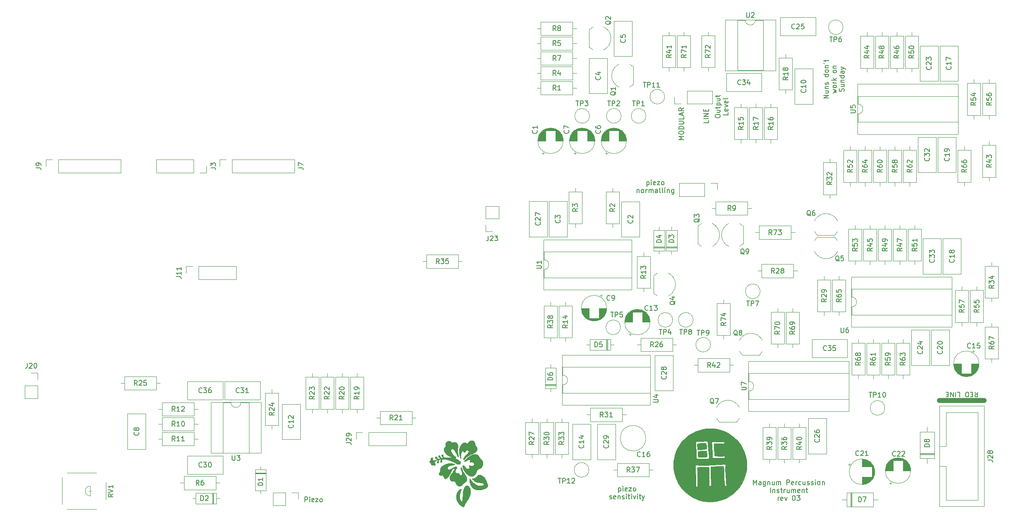
<source format=gto>
%TF.GenerationSoftware,KiCad,Pcbnew,(6.0.6-0)*%
%TF.CreationDate,2022-06-29T09:24:31+01:00*%
%TF.ProjectId,magnum-drum-synth,6d61676e-756d-42d6-9472-756d2d73796e,r03*%
%TF.SameCoordinates,Original*%
%TF.FileFunction,Legend,Top*%
%TF.FilePolarity,Positive*%
%FSLAX46Y46*%
G04 Gerber Fmt 4.6, Leading zero omitted, Abs format (unit mm)*
G04 Created by KiCad (PCBNEW (6.0.6-0)) date 2022-06-29 09:24:31*
%MOMM*%
%LPD*%
G01*
G04 APERTURE LIST*
%ADD10C,0.150000*%
%ADD11C,0.120000*%
%ADD12C,0.010000*%
%ADD13C,0.001058*%
%ADD14C,1.000000*%
G04 APERTURE END LIST*
D10*
X171394380Y-53101761D02*
X171394380Y-53577952D01*
X170394380Y-53577952D01*
X171394380Y-52768428D02*
X170394380Y-52768428D01*
X171394380Y-52292238D02*
X170394380Y-52292238D01*
X171394380Y-51720809D01*
X170394380Y-51720809D01*
X170870571Y-51244619D02*
X170870571Y-50911285D01*
X171394380Y-50768428D02*
X171394380Y-51244619D01*
X170394380Y-51244619D01*
X170394380Y-50768428D01*
X158789904Y-65655714D02*
X158789904Y-66655714D01*
X158789904Y-65703333D02*
X158885142Y-65655714D01*
X159075619Y-65655714D01*
X159170857Y-65703333D01*
X159218476Y-65750952D01*
X159266095Y-65846190D01*
X159266095Y-66131904D01*
X159218476Y-66227142D01*
X159170857Y-66274761D01*
X159075619Y-66322380D01*
X158885142Y-66322380D01*
X158789904Y-66274761D01*
X159694666Y-66322380D02*
X159694666Y-65655714D01*
X159694666Y-65322380D02*
X159647047Y-65370000D01*
X159694666Y-65417619D01*
X159742285Y-65370000D01*
X159694666Y-65322380D01*
X159694666Y-65417619D01*
X160551809Y-66274761D02*
X160456571Y-66322380D01*
X160266095Y-66322380D01*
X160170857Y-66274761D01*
X160123238Y-66179523D01*
X160123238Y-65798571D01*
X160170857Y-65703333D01*
X160266095Y-65655714D01*
X160456571Y-65655714D01*
X160551809Y-65703333D01*
X160599428Y-65798571D01*
X160599428Y-65893809D01*
X160123238Y-65989047D01*
X160932761Y-65655714D02*
X161456571Y-65655714D01*
X160932761Y-66322380D01*
X161456571Y-66322380D01*
X161980380Y-66322380D02*
X161885142Y-66274761D01*
X161837523Y-66227142D01*
X161789904Y-66131904D01*
X161789904Y-65846190D01*
X161837523Y-65750952D01*
X161885142Y-65703333D01*
X161980380Y-65655714D01*
X162123238Y-65655714D01*
X162218476Y-65703333D01*
X162266095Y-65750952D01*
X162313714Y-65846190D01*
X162313714Y-66131904D01*
X162266095Y-66227142D01*
X162218476Y-66274761D01*
X162123238Y-66322380D01*
X161980380Y-66322380D01*
X156766095Y-67265714D02*
X156766095Y-67932380D01*
X156766095Y-67360952D02*
X156813714Y-67313333D01*
X156908952Y-67265714D01*
X157051809Y-67265714D01*
X157147047Y-67313333D01*
X157194666Y-67408571D01*
X157194666Y-67932380D01*
X157813714Y-67932380D02*
X157718476Y-67884761D01*
X157670857Y-67837142D01*
X157623238Y-67741904D01*
X157623238Y-67456190D01*
X157670857Y-67360952D01*
X157718476Y-67313333D01*
X157813714Y-67265714D01*
X157956571Y-67265714D01*
X158051809Y-67313333D01*
X158099428Y-67360952D01*
X158147047Y-67456190D01*
X158147047Y-67741904D01*
X158099428Y-67837142D01*
X158051809Y-67884761D01*
X157956571Y-67932380D01*
X157813714Y-67932380D01*
X158575619Y-67932380D02*
X158575619Y-67265714D01*
X158575619Y-67456190D02*
X158623238Y-67360952D01*
X158670857Y-67313333D01*
X158766095Y-67265714D01*
X158861333Y-67265714D01*
X159194666Y-67932380D02*
X159194666Y-67265714D01*
X159194666Y-67360952D02*
X159242285Y-67313333D01*
X159337523Y-67265714D01*
X159480380Y-67265714D01*
X159575619Y-67313333D01*
X159623238Y-67408571D01*
X159623238Y-67932380D01*
X159623238Y-67408571D02*
X159670857Y-67313333D01*
X159766095Y-67265714D01*
X159908952Y-67265714D01*
X160004190Y-67313333D01*
X160051809Y-67408571D01*
X160051809Y-67932380D01*
X160956571Y-67932380D02*
X160956571Y-67408571D01*
X160908952Y-67313333D01*
X160813714Y-67265714D01*
X160623238Y-67265714D01*
X160528000Y-67313333D01*
X160956571Y-67884761D02*
X160861333Y-67932380D01*
X160623238Y-67932380D01*
X160528000Y-67884761D01*
X160480380Y-67789523D01*
X160480380Y-67694285D01*
X160528000Y-67599047D01*
X160623238Y-67551428D01*
X160861333Y-67551428D01*
X160956571Y-67503809D01*
X161575619Y-67932380D02*
X161480380Y-67884761D01*
X161432761Y-67789523D01*
X161432761Y-66932380D01*
X162099428Y-67932380D02*
X162004190Y-67884761D01*
X161956571Y-67789523D01*
X161956571Y-66932380D01*
X162480380Y-67932380D02*
X162480380Y-67265714D01*
X162480380Y-66932380D02*
X162432761Y-66980000D01*
X162480380Y-67027619D01*
X162528000Y-66980000D01*
X162480380Y-66932380D01*
X162480380Y-67027619D01*
X162956571Y-67265714D02*
X162956571Y-67932380D01*
X162956571Y-67360952D02*
X163004190Y-67313333D01*
X163099428Y-67265714D01*
X163242285Y-67265714D01*
X163337523Y-67313333D01*
X163385142Y-67408571D01*
X163385142Y-67932380D01*
X164289904Y-67265714D02*
X164289904Y-68075238D01*
X164242285Y-68170476D01*
X164194666Y-68218095D01*
X164099428Y-68265714D01*
X163956571Y-68265714D01*
X163861333Y-68218095D01*
X164289904Y-67884761D02*
X164194666Y-67932380D01*
X164004190Y-67932380D01*
X163908952Y-67884761D01*
X163861333Y-67837142D01*
X163813714Y-67741904D01*
X163813714Y-67456190D01*
X163861333Y-67360952D01*
X163908952Y-67313333D01*
X164004190Y-67265714D01*
X164194666Y-67265714D01*
X164289904Y-67313333D01*
X195946380Y-48561142D02*
X194946380Y-48561142D01*
X195946380Y-47989714D01*
X194946380Y-47989714D01*
X195279714Y-47084952D02*
X195946380Y-47084952D01*
X195279714Y-47513523D02*
X195803523Y-47513523D01*
X195898761Y-47465904D01*
X195946380Y-47370666D01*
X195946380Y-47227809D01*
X195898761Y-47132571D01*
X195851142Y-47084952D01*
X195279714Y-46608761D02*
X195946380Y-46608761D01*
X195374952Y-46608761D02*
X195327333Y-46561142D01*
X195279714Y-46465904D01*
X195279714Y-46323047D01*
X195327333Y-46227809D01*
X195422571Y-46180190D01*
X195946380Y-46180190D01*
X195898761Y-45751619D02*
X195946380Y-45656380D01*
X195946380Y-45465904D01*
X195898761Y-45370666D01*
X195803523Y-45323047D01*
X195755904Y-45323047D01*
X195660666Y-45370666D01*
X195613047Y-45465904D01*
X195613047Y-45608761D01*
X195565428Y-45704000D01*
X195470190Y-45751619D01*
X195422571Y-45751619D01*
X195327333Y-45704000D01*
X195279714Y-45608761D01*
X195279714Y-45465904D01*
X195327333Y-45370666D01*
X195946380Y-43704000D02*
X194946380Y-43704000D01*
X195898761Y-43704000D02*
X195946380Y-43799238D01*
X195946380Y-43989714D01*
X195898761Y-44084952D01*
X195851142Y-44132571D01*
X195755904Y-44180190D01*
X195470190Y-44180190D01*
X195374952Y-44132571D01*
X195327333Y-44084952D01*
X195279714Y-43989714D01*
X195279714Y-43799238D01*
X195327333Y-43704000D01*
X195946380Y-43084952D02*
X195898761Y-43180190D01*
X195851142Y-43227809D01*
X195755904Y-43275428D01*
X195470190Y-43275428D01*
X195374952Y-43227809D01*
X195327333Y-43180190D01*
X195279714Y-43084952D01*
X195279714Y-42942095D01*
X195327333Y-42846857D01*
X195374952Y-42799238D01*
X195470190Y-42751619D01*
X195755904Y-42751619D01*
X195851142Y-42799238D01*
X195898761Y-42846857D01*
X195946380Y-42942095D01*
X195946380Y-43084952D01*
X195279714Y-42323047D02*
X195946380Y-42323047D01*
X195374952Y-42323047D02*
X195327333Y-42275428D01*
X195279714Y-42180190D01*
X195279714Y-42037333D01*
X195327333Y-41942095D01*
X195422571Y-41894476D01*
X195946380Y-41894476D01*
X194946380Y-41370666D02*
X195136857Y-41465904D01*
X195279714Y-41084952D02*
X195279714Y-40704000D01*
X194946380Y-40942095D02*
X195803523Y-40942095D01*
X195898761Y-40894476D01*
X195946380Y-40799238D01*
X195946380Y-40704000D01*
X196889714Y-47537333D02*
X197556380Y-47346857D01*
X197080190Y-47156380D01*
X197556380Y-46965904D01*
X196889714Y-46775428D01*
X197556380Y-46251619D02*
X197508761Y-46346857D01*
X197461142Y-46394476D01*
X197365904Y-46442095D01*
X197080190Y-46442095D01*
X196984952Y-46394476D01*
X196937333Y-46346857D01*
X196889714Y-46251619D01*
X196889714Y-46108761D01*
X196937333Y-46013523D01*
X196984952Y-45965904D01*
X197080190Y-45918285D01*
X197365904Y-45918285D01*
X197461142Y-45965904D01*
X197508761Y-46013523D01*
X197556380Y-46108761D01*
X197556380Y-46251619D01*
X197556380Y-45489714D02*
X196889714Y-45489714D01*
X197080190Y-45489714D02*
X196984952Y-45442095D01*
X196937333Y-45394476D01*
X196889714Y-45299238D01*
X196889714Y-45204000D01*
X197556380Y-44870666D02*
X196556380Y-44870666D01*
X197175428Y-44775428D02*
X197556380Y-44489714D01*
X196889714Y-44489714D02*
X197270666Y-44870666D01*
X197556380Y-43156380D02*
X197508761Y-43251619D01*
X197461142Y-43299238D01*
X197365904Y-43346857D01*
X197080190Y-43346857D01*
X196984952Y-43299238D01*
X196937333Y-43251619D01*
X196889714Y-43156380D01*
X196889714Y-43013523D01*
X196937333Y-42918285D01*
X196984952Y-42870666D01*
X197080190Y-42823047D01*
X197365904Y-42823047D01*
X197461142Y-42870666D01*
X197508761Y-42918285D01*
X197556380Y-43013523D01*
X197556380Y-43156380D01*
X196889714Y-42394476D02*
X197556380Y-42394476D01*
X196984952Y-42394476D02*
X196937333Y-42346857D01*
X196889714Y-42251619D01*
X196889714Y-42108761D01*
X196937333Y-42013523D01*
X197032571Y-41965904D01*
X197556380Y-41965904D01*
X199118761Y-47180190D02*
X199166380Y-47037333D01*
X199166380Y-46799238D01*
X199118761Y-46704000D01*
X199071142Y-46656380D01*
X198975904Y-46608761D01*
X198880666Y-46608761D01*
X198785428Y-46656380D01*
X198737809Y-46704000D01*
X198690190Y-46799238D01*
X198642571Y-46989714D01*
X198594952Y-47084952D01*
X198547333Y-47132571D01*
X198452095Y-47180190D01*
X198356857Y-47180190D01*
X198261619Y-47132571D01*
X198214000Y-47084952D01*
X198166380Y-46989714D01*
X198166380Y-46751619D01*
X198214000Y-46608761D01*
X198499714Y-45751619D02*
X199166380Y-45751619D01*
X198499714Y-46180190D02*
X199023523Y-46180190D01*
X199118761Y-46132571D01*
X199166380Y-46037333D01*
X199166380Y-45894476D01*
X199118761Y-45799238D01*
X199071142Y-45751619D01*
X198499714Y-45275428D02*
X199166380Y-45275428D01*
X198594952Y-45275428D02*
X198547333Y-45227809D01*
X198499714Y-45132571D01*
X198499714Y-44989714D01*
X198547333Y-44894476D01*
X198642571Y-44846857D01*
X199166380Y-44846857D01*
X199166380Y-43942095D02*
X198166380Y-43942095D01*
X199118761Y-43942095D02*
X199166380Y-44037333D01*
X199166380Y-44227809D01*
X199118761Y-44323047D01*
X199071142Y-44370666D01*
X198975904Y-44418285D01*
X198690190Y-44418285D01*
X198594952Y-44370666D01*
X198547333Y-44323047D01*
X198499714Y-44227809D01*
X198499714Y-44037333D01*
X198547333Y-43942095D01*
X199166380Y-43037333D02*
X198642571Y-43037333D01*
X198547333Y-43084952D01*
X198499714Y-43180190D01*
X198499714Y-43370666D01*
X198547333Y-43465904D01*
X199118761Y-43037333D02*
X199166380Y-43132571D01*
X199166380Y-43370666D01*
X199118761Y-43465904D01*
X199023523Y-43513523D01*
X198928285Y-43513523D01*
X198833047Y-43465904D01*
X198785428Y-43370666D01*
X198785428Y-43132571D01*
X198737809Y-43037333D01*
X198499714Y-42656380D02*
X199166380Y-42418285D01*
X198499714Y-42180190D02*
X199166380Y-42418285D01*
X199404476Y-42513523D01*
X199452095Y-42561142D01*
X199499714Y-42656380D01*
X172764380Y-52315809D02*
X172764380Y-52125333D01*
X172812000Y-52030095D01*
X172907238Y-51934857D01*
X173097714Y-51887238D01*
X173431047Y-51887238D01*
X173621523Y-51934857D01*
X173716761Y-52030095D01*
X173764380Y-52125333D01*
X173764380Y-52315809D01*
X173716761Y-52411047D01*
X173621523Y-52506285D01*
X173431047Y-52553904D01*
X173097714Y-52553904D01*
X172907238Y-52506285D01*
X172812000Y-52411047D01*
X172764380Y-52315809D01*
X173097714Y-51030095D02*
X173764380Y-51030095D01*
X173097714Y-51458666D02*
X173621523Y-51458666D01*
X173716761Y-51411047D01*
X173764380Y-51315809D01*
X173764380Y-51172952D01*
X173716761Y-51077714D01*
X173669142Y-51030095D01*
X173097714Y-50696761D02*
X173097714Y-50315809D01*
X172764380Y-50553904D02*
X173621523Y-50553904D01*
X173716761Y-50506285D01*
X173764380Y-50411047D01*
X173764380Y-50315809D01*
X173097714Y-49982476D02*
X174097714Y-49982476D01*
X173145333Y-49982476D02*
X173097714Y-49887238D01*
X173097714Y-49696761D01*
X173145333Y-49601523D01*
X173192952Y-49553904D01*
X173288190Y-49506285D01*
X173573904Y-49506285D01*
X173669142Y-49553904D01*
X173716761Y-49601523D01*
X173764380Y-49696761D01*
X173764380Y-49887238D01*
X173716761Y-49982476D01*
X173097714Y-48649142D02*
X173764380Y-48649142D01*
X173097714Y-49077714D02*
X173621523Y-49077714D01*
X173716761Y-49030095D01*
X173764380Y-48934857D01*
X173764380Y-48792000D01*
X173716761Y-48696761D01*
X173669142Y-48649142D01*
X173097714Y-48315809D02*
X173097714Y-47934857D01*
X172764380Y-48172952D02*
X173621523Y-48172952D01*
X173716761Y-48125333D01*
X173764380Y-48030095D01*
X173764380Y-47934857D01*
X175374380Y-51482476D02*
X175374380Y-51958666D01*
X174374380Y-51958666D01*
X175326761Y-50768190D02*
X175374380Y-50863428D01*
X175374380Y-51053904D01*
X175326761Y-51149142D01*
X175231523Y-51196761D01*
X174850571Y-51196761D01*
X174755333Y-51149142D01*
X174707714Y-51053904D01*
X174707714Y-50863428D01*
X174755333Y-50768190D01*
X174850571Y-50720571D01*
X174945809Y-50720571D01*
X175041047Y-51196761D01*
X174707714Y-50387238D02*
X175374380Y-50149142D01*
X174707714Y-49911047D01*
X175326761Y-49149142D02*
X175374380Y-49244380D01*
X175374380Y-49434857D01*
X175326761Y-49530095D01*
X175231523Y-49577714D01*
X174850571Y-49577714D01*
X174755333Y-49530095D01*
X174707714Y-49434857D01*
X174707714Y-49244380D01*
X174755333Y-49149142D01*
X174850571Y-49101523D01*
X174945809Y-49101523D01*
X175041047Y-49577714D01*
X175374380Y-48530095D02*
X175326761Y-48625333D01*
X175231523Y-48672952D01*
X174374380Y-48672952D01*
X166314380Y-57062285D02*
X165314380Y-57062285D01*
X166028666Y-56728952D01*
X165314380Y-56395619D01*
X166314380Y-56395619D01*
X165314380Y-55728952D02*
X165314380Y-55538476D01*
X165362000Y-55443238D01*
X165457238Y-55348000D01*
X165647714Y-55300380D01*
X165981047Y-55300380D01*
X166171523Y-55348000D01*
X166266761Y-55443238D01*
X166314380Y-55538476D01*
X166314380Y-55728952D01*
X166266761Y-55824190D01*
X166171523Y-55919428D01*
X165981047Y-55967047D01*
X165647714Y-55967047D01*
X165457238Y-55919428D01*
X165362000Y-55824190D01*
X165314380Y-55728952D01*
X166314380Y-54871809D02*
X165314380Y-54871809D01*
X165314380Y-54633714D01*
X165362000Y-54490857D01*
X165457238Y-54395619D01*
X165552476Y-54348000D01*
X165742952Y-54300380D01*
X165885809Y-54300380D01*
X166076285Y-54348000D01*
X166171523Y-54395619D01*
X166266761Y-54490857D01*
X166314380Y-54633714D01*
X166314380Y-54871809D01*
X165314380Y-53871809D02*
X166123904Y-53871809D01*
X166219142Y-53824190D01*
X166266761Y-53776571D01*
X166314380Y-53681333D01*
X166314380Y-53490857D01*
X166266761Y-53395619D01*
X166219142Y-53348000D01*
X166123904Y-53300380D01*
X165314380Y-53300380D01*
X166314380Y-52348000D02*
X166314380Y-52824190D01*
X165314380Y-52824190D01*
X166028666Y-52062285D02*
X166028666Y-51586095D01*
X166314380Y-52157523D02*
X165314380Y-51824190D01*
X166314380Y-51490857D01*
X166314380Y-50586095D02*
X165838190Y-50919428D01*
X166314380Y-51157523D02*
X165314380Y-51157523D01*
X165314380Y-50776571D01*
X165362000Y-50681333D01*
X165409619Y-50633714D01*
X165504857Y-50586095D01*
X165647714Y-50586095D01*
X165742952Y-50633714D01*
X165790571Y-50681333D01*
X165838190Y-50776571D01*
X165838190Y-51157523D01*
X88765285Y-131262380D02*
X88765285Y-130262380D01*
X89146238Y-130262380D01*
X89241476Y-130310000D01*
X89289095Y-130357619D01*
X89336714Y-130452857D01*
X89336714Y-130595714D01*
X89289095Y-130690952D01*
X89241476Y-130738571D01*
X89146238Y-130786190D01*
X88765285Y-130786190D01*
X89765285Y-131262380D02*
X89765285Y-130595714D01*
X89765285Y-130262380D02*
X89717666Y-130310000D01*
X89765285Y-130357619D01*
X89812904Y-130310000D01*
X89765285Y-130262380D01*
X89765285Y-130357619D01*
X90622428Y-131214761D02*
X90527190Y-131262380D01*
X90336714Y-131262380D01*
X90241476Y-131214761D01*
X90193857Y-131119523D01*
X90193857Y-130738571D01*
X90241476Y-130643333D01*
X90336714Y-130595714D01*
X90527190Y-130595714D01*
X90622428Y-130643333D01*
X90670047Y-130738571D01*
X90670047Y-130833809D01*
X90193857Y-130929047D01*
X91003380Y-130595714D02*
X91527190Y-130595714D01*
X91003380Y-131262380D01*
X91527190Y-131262380D01*
X92051000Y-131262380D02*
X91955761Y-131214761D01*
X91908142Y-131167142D01*
X91860523Y-131071904D01*
X91860523Y-130786190D01*
X91908142Y-130690952D01*
X91955761Y-130643333D01*
X92051000Y-130595714D01*
X92193857Y-130595714D01*
X92289095Y-130643333D01*
X92336714Y-130690952D01*
X92384333Y-130786190D01*
X92384333Y-131071904D01*
X92336714Y-131167142D01*
X92289095Y-131214761D01*
X92193857Y-131262380D01*
X92051000Y-131262380D01*
X152973304Y-128393714D02*
X152973304Y-129393714D01*
X152973304Y-128441333D02*
X153068542Y-128393714D01*
X153259019Y-128393714D01*
X153354257Y-128441333D01*
X153401876Y-128488952D01*
X153449495Y-128584190D01*
X153449495Y-128869904D01*
X153401876Y-128965142D01*
X153354257Y-129012761D01*
X153259019Y-129060380D01*
X153068542Y-129060380D01*
X152973304Y-129012761D01*
X153878066Y-129060380D02*
X153878066Y-128393714D01*
X153878066Y-128060380D02*
X153830447Y-128108000D01*
X153878066Y-128155619D01*
X153925685Y-128108000D01*
X153878066Y-128060380D01*
X153878066Y-128155619D01*
X154735209Y-129012761D02*
X154639971Y-129060380D01*
X154449495Y-129060380D01*
X154354257Y-129012761D01*
X154306638Y-128917523D01*
X154306638Y-128536571D01*
X154354257Y-128441333D01*
X154449495Y-128393714D01*
X154639971Y-128393714D01*
X154735209Y-128441333D01*
X154782828Y-128536571D01*
X154782828Y-128631809D01*
X154306638Y-128727047D01*
X155116161Y-128393714D02*
X155639971Y-128393714D01*
X155116161Y-129060380D01*
X155639971Y-129060380D01*
X156163780Y-129060380D02*
X156068542Y-129012761D01*
X156020923Y-128965142D01*
X155973304Y-128869904D01*
X155973304Y-128584190D01*
X156020923Y-128488952D01*
X156068542Y-128441333D01*
X156163780Y-128393714D01*
X156306638Y-128393714D01*
X156401876Y-128441333D01*
X156449495Y-128488952D01*
X156497114Y-128584190D01*
X156497114Y-128869904D01*
X156449495Y-128965142D01*
X156401876Y-129012761D01*
X156306638Y-129060380D01*
X156163780Y-129060380D01*
X151163780Y-130622761D02*
X151259019Y-130670380D01*
X151449495Y-130670380D01*
X151544733Y-130622761D01*
X151592352Y-130527523D01*
X151592352Y-130479904D01*
X151544733Y-130384666D01*
X151449495Y-130337047D01*
X151306638Y-130337047D01*
X151211400Y-130289428D01*
X151163780Y-130194190D01*
X151163780Y-130146571D01*
X151211400Y-130051333D01*
X151306638Y-130003714D01*
X151449495Y-130003714D01*
X151544733Y-130051333D01*
X152401876Y-130622761D02*
X152306638Y-130670380D01*
X152116161Y-130670380D01*
X152020923Y-130622761D01*
X151973304Y-130527523D01*
X151973304Y-130146571D01*
X152020923Y-130051333D01*
X152116161Y-130003714D01*
X152306638Y-130003714D01*
X152401876Y-130051333D01*
X152449495Y-130146571D01*
X152449495Y-130241809D01*
X151973304Y-130337047D01*
X152878066Y-130003714D02*
X152878066Y-130670380D01*
X152878066Y-130098952D02*
X152925685Y-130051333D01*
X153020923Y-130003714D01*
X153163780Y-130003714D01*
X153259019Y-130051333D01*
X153306638Y-130146571D01*
X153306638Y-130670380D01*
X153735209Y-130622761D02*
X153830447Y-130670380D01*
X154020923Y-130670380D01*
X154116161Y-130622761D01*
X154163780Y-130527523D01*
X154163780Y-130479904D01*
X154116161Y-130384666D01*
X154020923Y-130337047D01*
X153878066Y-130337047D01*
X153782828Y-130289428D01*
X153735209Y-130194190D01*
X153735209Y-130146571D01*
X153782828Y-130051333D01*
X153878066Y-130003714D01*
X154020923Y-130003714D01*
X154116161Y-130051333D01*
X154592352Y-130670380D02*
X154592352Y-130003714D01*
X154592352Y-129670380D02*
X154544733Y-129718000D01*
X154592352Y-129765619D01*
X154639971Y-129718000D01*
X154592352Y-129670380D01*
X154592352Y-129765619D01*
X154925685Y-130003714D02*
X155306638Y-130003714D01*
X155068542Y-129670380D02*
X155068542Y-130527523D01*
X155116161Y-130622761D01*
X155211400Y-130670380D01*
X155306638Y-130670380D01*
X155639971Y-130670380D02*
X155639971Y-130003714D01*
X155639971Y-129670380D02*
X155592352Y-129718000D01*
X155639971Y-129765619D01*
X155687590Y-129718000D01*
X155639971Y-129670380D01*
X155639971Y-129765619D01*
X156020923Y-130003714D02*
X156259019Y-130670380D01*
X156497114Y-130003714D01*
X156878066Y-130670380D02*
X156878066Y-130003714D01*
X156878066Y-129670380D02*
X156830447Y-129718000D01*
X156878066Y-129765619D01*
X156925685Y-129718000D01*
X156878066Y-129670380D01*
X156878066Y-129765619D01*
X157211400Y-130003714D02*
X157592352Y-130003714D01*
X157354257Y-129670380D02*
X157354257Y-130527523D01*
X157401876Y-130622761D01*
X157497114Y-130670380D01*
X157592352Y-130670380D01*
X157830447Y-130003714D02*
X158068542Y-130670380D01*
X158306638Y-130003714D02*
X158068542Y-130670380D01*
X157973304Y-130908476D01*
X157925685Y-130956095D01*
X157830447Y-131003714D01*
X180571095Y-127747380D02*
X180571095Y-126747380D01*
X180904428Y-127461666D01*
X181237761Y-126747380D01*
X181237761Y-127747380D01*
X182142523Y-127747380D02*
X182142523Y-127223571D01*
X182094904Y-127128333D01*
X181999666Y-127080714D01*
X181809190Y-127080714D01*
X181713952Y-127128333D01*
X182142523Y-127699761D02*
X182047285Y-127747380D01*
X181809190Y-127747380D01*
X181713952Y-127699761D01*
X181666333Y-127604523D01*
X181666333Y-127509285D01*
X181713952Y-127414047D01*
X181809190Y-127366428D01*
X182047285Y-127366428D01*
X182142523Y-127318809D01*
X183047285Y-127080714D02*
X183047285Y-127890238D01*
X182999666Y-127985476D01*
X182952047Y-128033095D01*
X182856809Y-128080714D01*
X182713952Y-128080714D01*
X182618714Y-128033095D01*
X183047285Y-127699761D02*
X182952047Y-127747380D01*
X182761571Y-127747380D01*
X182666333Y-127699761D01*
X182618714Y-127652142D01*
X182571095Y-127556904D01*
X182571095Y-127271190D01*
X182618714Y-127175952D01*
X182666333Y-127128333D01*
X182761571Y-127080714D01*
X182952047Y-127080714D01*
X183047285Y-127128333D01*
X183523476Y-127080714D02*
X183523476Y-127747380D01*
X183523476Y-127175952D02*
X183571095Y-127128333D01*
X183666333Y-127080714D01*
X183809190Y-127080714D01*
X183904428Y-127128333D01*
X183952047Y-127223571D01*
X183952047Y-127747380D01*
X184856809Y-127080714D02*
X184856809Y-127747380D01*
X184428238Y-127080714D02*
X184428238Y-127604523D01*
X184475857Y-127699761D01*
X184571095Y-127747380D01*
X184713952Y-127747380D01*
X184809190Y-127699761D01*
X184856809Y-127652142D01*
X185333000Y-127747380D02*
X185333000Y-127080714D01*
X185333000Y-127175952D02*
X185380619Y-127128333D01*
X185475857Y-127080714D01*
X185618714Y-127080714D01*
X185713952Y-127128333D01*
X185761571Y-127223571D01*
X185761571Y-127747380D01*
X185761571Y-127223571D02*
X185809190Y-127128333D01*
X185904428Y-127080714D01*
X186047285Y-127080714D01*
X186142523Y-127128333D01*
X186190142Y-127223571D01*
X186190142Y-127747380D01*
X187428238Y-127747380D02*
X187428238Y-126747380D01*
X187809190Y-126747380D01*
X187904428Y-126795000D01*
X187952047Y-126842619D01*
X187999666Y-126937857D01*
X187999666Y-127080714D01*
X187952047Y-127175952D01*
X187904428Y-127223571D01*
X187809190Y-127271190D01*
X187428238Y-127271190D01*
X188809190Y-127699761D02*
X188713952Y-127747380D01*
X188523476Y-127747380D01*
X188428238Y-127699761D01*
X188380619Y-127604523D01*
X188380619Y-127223571D01*
X188428238Y-127128333D01*
X188523476Y-127080714D01*
X188713952Y-127080714D01*
X188809190Y-127128333D01*
X188856809Y-127223571D01*
X188856809Y-127318809D01*
X188380619Y-127414047D01*
X189285380Y-127747380D02*
X189285380Y-127080714D01*
X189285380Y-127271190D02*
X189333000Y-127175952D01*
X189380619Y-127128333D01*
X189475857Y-127080714D01*
X189571095Y-127080714D01*
X190333000Y-127699761D02*
X190237761Y-127747380D01*
X190047285Y-127747380D01*
X189952047Y-127699761D01*
X189904428Y-127652142D01*
X189856809Y-127556904D01*
X189856809Y-127271190D01*
X189904428Y-127175952D01*
X189952047Y-127128333D01*
X190047285Y-127080714D01*
X190237761Y-127080714D01*
X190333000Y-127128333D01*
X191190142Y-127080714D02*
X191190142Y-127747380D01*
X190761571Y-127080714D02*
X190761571Y-127604523D01*
X190809190Y-127699761D01*
X190904428Y-127747380D01*
X191047285Y-127747380D01*
X191142523Y-127699761D01*
X191190142Y-127652142D01*
X191618714Y-127699761D02*
X191713952Y-127747380D01*
X191904428Y-127747380D01*
X191999666Y-127699761D01*
X192047285Y-127604523D01*
X192047285Y-127556904D01*
X191999666Y-127461666D01*
X191904428Y-127414047D01*
X191761571Y-127414047D01*
X191666333Y-127366428D01*
X191618714Y-127271190D01*
X191618714Y-127223571D01*
X191666333Y-127128333D01*
X191761571Y-127080714D01*
X191904428Y-127080714D01*
X191999666Y-127128333D01*
X192428238Y-127699761D02*
X192523476Y-127747380D01*
X192713952Y-127747380D01*
X192809190Y-127699761D01*
X192856809Y-127604523D01*
X192856809Y-127556904D01*
X192809190Y-127461666D01*
X192713952Y-127414047D01*
X192571095Y-127414047D01*
X192475857Y-127366428D01*
X192428238Y-127271190D01*
X192428238Y-127223571D01*
X192475857Y-127128333D01*
X192571095Y-127080714D01*
X192713952Y-127080714D01*
X192809190Y-127128333D01*
X193285380Y-127747380D02*
X193285380Y-127080714D01*
X193285380Y-126747380D02*
X193237761Y-126795000D01*
X193285380Y-126842619D01*
X193333000Y-126795000D01*
X193285380Y-126747380D01*
X193285380Y-126842619D01*
X193904428Y-127747380D02*
X193809190Y-127699761D01*
X193761571Y-127652142D01*
X193713952Y-127556904D01*
X193713952Y-127271190D01*
X193761571Y-127175952D01*
X193809190Y-127128333D01*
X193904428Y-127080714D01*
X194047285Y-127080714D01*
X194142523Y-127128333D01*
X194190142Y-127175952D01*
X194237761Y-127271190D01*
X194237761Y-127556904D01*
X194190142Y-127652142D01*
X194142523Y-127699761D01*
X194047285Y-127747380D01*
X193904428Y-127747380D01*
X194666333Y-127080714D02*
X194666333Y-127747380D01*
X194666333Y-127175952D02*
X194713952Y-127128333D01*
X194809190Y-127080714D01*
X194952047Y-127080714D01*
X195047285Y-127128333D01*
X195094904Y-127223571D01*
X195094904Y-127747380D01*
X184094904Y-129357380D02*
X184094904Y-128357380D01*
X184571095Y-128690714D02*
X184571095Y-129357380D01*
X184571095Y-128785952D02*
X184618714Y-128738333D01*
X184713952Y-128690714D01*
X184856809Y-128690714D01*
X184952047Y-128738333D01*
X184999666Y-128833571D01*
X184999666Y-129357380D01*
X185428238Y-129309761D02*
X185523476Y-129357380D01*
X185713952Y-129357380D01*
X185809190Y-129309761D01*
X185856809Y-129214523D01*
X185856809Y-129166904D01*
X185809190Y-129071666D01*
X185713952Y-129024047D01*
X185571095Y-129024047D01*
X185475857Y-128976428D01*
X185428238Y-128881190D01*
X185428238Y-128833571D01*
X185475857Y-128738333D01*
X185571095Y-128690714D01*
X185713952Y-128690714D01*
X185809190Y-128738333D01*
X186142523Y-128690714D02*
X186523476Y-128690714D01*
X186285380Y-128357380D02*
X186285380Y-129214523D01*
X186333000Y-129309761D01*
X186428238Y-129357380D01*
X186523476Y-129357380D01*
X186856809Y-129357380D02*
X186856809Y-128690714D01*
X186856809Y-128881190D02*
X186904428Y-128785952D01*
X186952047Y-128738333D01*
X187047285Y-128690714D01*
X187142523Y-128690714D01*
X187904428Y-128690714D02*
X187904428Y-129357380D01*
X187475857Y-128690714D02*
X187475857Y-129214523D01*
X187523476Y-129309761D01*
X187618714Y-129357380D01*
X187761571Y-129357380D01*
X187856809Y-129309761D01*
X187904428Y-129262142D01*
X188380619Y-129357380D02*
X188380619Y-128690714D01*
X188380619Y-128785952D02*
X188428238Y-128738333D01*
X188523476Y-128690714D01*
X188666333Y-128690714D01*
X188761571Y-128738333D01*
X188809190Y-128833571D01*
X188809190Y-129357380D01*
X188809190Y-128833571D02*
X188856809Y-128738333D01*
X188952047Y-128690714D01*
X189094904Y-128690714D01*
X189190142Y-128738333D01*
X189237761Y-128833571D01*
X189237761Y-129357380D01*
X190094904Y-129309761D02*
X189999666Y-129357380D01*
X189809190Y-129357380D01*
X189713952Y-129309761D01*
X189666333Y-129214523D01*
X189666333Y-128833571D01*
X189713952Y-128738333D01*
X189809190Y-128690714D01*
X189999666Y-128690714D01*
X190094904Y-128738333D01*
X190142523Y-128833571D01*
X190142523Y-128928809D01*
X189666333Y-129024047D01*
X190571095Y-128690714D02*
X190571095Y-129357380D01*
X190571095Y-128785952D02*
X190618714Y-128738333D01*
X190713952Y-128690714D01*
X190856809Y-128690714D01*
X190952047Y-128738333D01*
X190999666Y-128833571D01*
X190999666Y-129357380D01*
X191333000Y-128690714D02*
X191713952Y-128690714D01*
X191475857Y-128357380D02*
X191475857Y-129214523D01*
X191523476Y-129309761D01*
X191618714Y-129357380D01*
X191713952Y-129357380D01*
X185618714Y-130967380D02*
X185618714Y-130300714D01*
X185618714Y-130491190D02*
X185666333Y-130395952D01*
X185713952Y-130348333D01*
X185809190Y-130300714D01*
X185904428Y-130300714D01*
X186618714Y-130919761D02*
X186523476Y-130967380D01*
X186333000Y-130967380D01*
X186237761Y-130919761D01*
X186190142Y-130824523D01*
X186190142Y-130443571D01*
X186237761Y-130348333D01*
X186333000Y-130300714D01*
X186523476Y-130300714D01*
X186618714Y-130348333D01*
X186666333Y-130443571D01*
X186666333Y-130538809D01*
X186190142Y-130634047D01*
X186999666Y-130300714D02*
X187237761Y-130967380D01*
X187475857Y-130300714D01*
X188809190Y-129967380D02*
X188904428Y-129967380D01*
X188999666Y-130015000D01*
X189047285Y-130062619D01*
X189094904Y-130157857D01*
X189142523Y-130348333D01*
X189142523Y-130586428D01*
X189094904Y-130776904D01*
X189047285Y-130872142D01*
X188999666Y-130919761D01*
X188904428Y-130967380D01*
X188809190Y-130967380D01*
X188713952Y-130919761D01*
X188666333Y-130872142D01*
X188618714Y-130776904D01*
X188571095Y-130586428D01*
X188571095Y-130348333D01*
X188618714Y-130157857D01*
X188666333Y-130062619D01*
X188713952Y-130015000D01*
X188809190Y-129967380D01*
X189475857Y-129967380D02*
X190094904Y-129967380D01*
X189761571Y-130348333D01*
X189904428Y-130348333D01*
X189999666Y-130395952D01*
X190047285Y-130443571D01*
X190094904Y-130538809D01*
X190094904Y-130776904D01*
X190047285Y-130872142D01*
X189999666Y-130919761D01*
X189904428Y-130967380D01*
X189618714Y-130967380D01*
X189523476Y-130919761D01*
X189475857Y-130872142D01*
%TO.C,R73*%
X184396142Y-76525380D02*
X184062809Y-76049190D01*
X183824714Y-76525380D02*
X183824714Y-75525380D01*
X184205666Y-75525380D01*
X184300904Y-75573000D01*
X184348523Y-75620619D01*
X184396142Y-75715857D01*
X184396142Y-75858714D01*
X184348523Y-75953952D01*
X184300904Y-76001571D01*
X184205666Y-76049190D01*
X183824714Y-76049190D01*
X184729476Y-75525380D02*
X185396142Y-75525380D01*
X184967571Y-76525380D01*
X185681857Y-75525380D02*
X186300904Y-75525380D01*
X185967571Y-75906333D01*
X186110428Y-75906333D01*
X186205666Y-75953952D01*
X186253285Y-76001571D01*
X186300904Y-76096809D01*
X186300904Y-76334904D01*
X186253285Y-76430142D01*
X186205666Y-76477761D01*
X186110428Y-76525380D01*
X185824714Y-76525380D01*
X185729476Y-76477761D01*
X185681857Y-76430142D01*
%TO.C,R3*%
X144597380Y-71159666D02*
X144121190Y-71493000D01*
X144597380Y-71731095D02*
X143597380Y-71731095D01*
X143597380Y-71350142D01*
X143645000Y-71254904D01*
X143692619Y-71207285D01*
X143787857Y-71159666D01*
X143930714Y-71159666D01*
X144025952Y-71207285D01*
X144073571Y-71254904D01*
X144121190Y-71350142D01*
X144121190Y-71731095D01*
X143597380Y-70826333D02*
X143597380Y-70207285D01*
X143978333Y-70540619D01*
X143978333Y-70397761D01*
X144025952Y-70302523D01*
X144073571Y-70254904D01*
X144168809Y-70207285D01*
X144406904Y-70207285D01*
X144502142Y-70254904D01*
X144549761Y-70302523D01*
X144597380Y-70397761D01*
X144597380Y-70683476D01*
X144549761Y-70778714D01*
X144502142Y-70826333D01*
%TO.C,R20*%
X96845380Y-109608857D02*
X96369190Y-109942190D01*
X96845380Y-110180285D02*
X95845380Y-110180285D01*
X95845380Y-109799333D01*
X95893000Y-109704095D01*
X95940619Y-109656476D01*
X96035857Y-109608857D01*
X96178714Y-109608857D01*
X96273952Y-109656476D01*
X96321571Y-109704095D01*
X96369190Y-109799333D01*
X96369190Y-110180285D01*
X95940619Y-109227904D02*
X95893000Y-109180285D01*
X95845380Y-109085047D01*
X95845380Y-108846952D01*
X95893000Y-108751714D01*
X95940619Y-108704095D01*
X96035857Y-108656476D01*
X96131095Y-108656476D01*
X96273952Y-108704095D01*
X96845380Y-109275523D01*
X96845380Y-108656476D01*
X95845380Y-108037428D02*
X95845380Y-107942190D01*
X95893000Y-107846952D01*
X95940619Y-107799333D01*
X96035857Y-107751714D01*
X96226333Y-107704095D01*
X96464428Y-107704095D01*
X96654904Y-107751714D01*
X96750142Y-107799333D01*
X96797761Y-107846952D01*
X96845380Y-107942190D01*
X96845380Y-108037428D01*
X96797761Y-108132666D01*
X96750142Y-108180285D01*
X96654904Y-108227904D01*
X96464428Y-108275523D01*
X96226333Y-108275523D01*
X96035857Y-108227904D01*
X95940619Y-108180285D01*
X95893000Y-108132666D01*
X95845380Y-108037428D01*
%TO.C,TP4*%
X161298095Y-95932380D02*
X161869523Y-95932380D01*
X161583809Y-96932380D02*
X161583809Y-95932380D01*
X162202857Y-96932380D02*
X162202857Y-95932380D01*
X162583809Y-95932380D01*
X162679047Y-95980000D01*
X162726666Y-96027619D01*
X162774285Y-96122857D01*
X162774285Y-96265714D01*
X162726666Y-96360952D01*
X162679047Y-96408571D01*
X162583809Y-96456190D01*
X162202857Y-96456190D01*
X163631428Y-96265714D02*
X163631428Y-96932380D01*
X163393333Y-95884761D02*
X163155238Y-96599047D01*
X163774285Y-96599047D01*
%TO.C,R72*%
X171775380Y-39631857D02*
X171299190Y-39965190D01*
X171775380Y-40203285D02*
X170775380Y-40203285D01*
X170775380Y-39822333D01*
X170823000Y-39727095D01*
X170870619Y-39679476D01*
X170965857Y-39631857D01*
X171108714Y-39631857D01*
X171203952Y-39679476D01*
X171251571Y-39727095D01*
X171299190Y-39822333D01*
X171299190Y-40203285D01*
X170775380Y-39298523D02*
X170775380Y-38631857D01*
X171775380Y-39060428D01*
X170870619Y-38298523D02*
X170823000Y-38250904D01*
X170775380Y-38155666D01*
X170775380Y-37917571D01*
X170823000Y-37822333D01*
X170870619Y-37774714D01*
X170965857Y-37727095D01*
X171061095Y-37727095D01*
X171203952Y-37774714D01*
X171775380Y-38346142D01*
X171775380Y-37727095D01*
%TO.C,R4*%
X140168333Y-43886380D02*
X139835000Y-43410190D01*
X139596904Y-43886380D02*
X139596904Y-42886380D01*
X139977857Y-42886380D01*
X140073095Y-42934000D01*
X140120714Y-42981619D01*
X140168333Y-43076857D01*
X140168333Y-43219714D01*
X140120714Y-43314952D01*
X140073095Y-43362571D01*
X139977857Y-43410190D01*
X139596904Y-43410190D01*
X141025476Y-43219714D02*
X141025476Y-43886380D01*
X140787380Y-42838761D02*
X140549285Y-43553047D01*
X141168333Y-43553047D01*
%TO.C,R50*%
X213431380Y-39758857D02*
X212955190Y-40092190D01*
X213431380Y-40330285D02*
X212431380Y-40330285D01*
X212431380Y-39949333D01*
X212479000Y-39854095D01*
X212526619Y-39806476D01*
X212621857Y-39758857D01*
X212764714Y-39758857D01*
X212859952Y-39806476D01*
X212907571Y-39854095D01*
X212955190Y-39949333D01*
X212955190Y-40330285D01*
X212431380Y-38854095D02*
X212431380Y-39330285D01*
X212907571Y-39377904D01*
X212859952Y-39330285D01*
X212812333Y-39235047D01*
X212812333Y-38996952D01*
X212859952Y-38901714D01*
X212907571Y-38854095D01*
X213002809Y-38806476D01*
X213240904Y-38806476D01*
X213336142Y-38854095D01*
X213383761Y-38901714D01*
X213431380Y-38996952D01*
X213431380Y-39235047D01*
X213383761Y-39330285D01*
X213336142Y-39377904D01*
X212431380Y-38187428D02*
X212431380Y-38092190D01*
X212479000Y-37996952D01*
X212526619Y-37949333D01*
X212621857Y-37901714D01*
X212812333Y-37854095D01*
X213050428Y-37854095D01*
X213240904Y-37901714D01*
X213336142Y-37949333D01*
X213383761Y-37996952D01*
X213431380Y-38092190D01*
X213431380Y-38187428D01*
X213383761Y-38282666D01*
X213336142Y-38330285D01*
X213240904Y-38377904D01*
X213050428Y-38425523D01*
X212812333Y-38425523D01*
X212621857Y-38377904D01*
X212526619Y-38330285D01*
X212479000Y-38282666D01*
X212431380Y-38187428D01*
%TO.C,Q4*%
X164610619Y-90138238D02*
X164563000Y-90233476D01*
X164467761Y-90328714D01*
X164324904Y-90471571D01*
X164277285Y-90566809D01*
X164277285Y-90662047D01*
X164515380Y-90614428D02*
X164467761Y-90709666D01*
X164372523Y-90804904D01*
X164182047Y-90852523D01*
X163848714Y-90852523D01*
X163658238Y-90804904D01*
X163563000Y-90709666D01*
X163515380Y-90614428D01*
X163515380Y-90423952D01*
X163563000Y-90328714D01*
X163658238Y-90233476D01*
X163848714Y-90185857D01*
X164182047Y-90185857D01*
X164372523Y-90233476D01*
X164467761Y-90328714D01*
X164515380Y-90423952D01*
X164515380Y-90614428D01*
X163848714Y-89328714D02*
X164515380Y-89328714D01*
X163467761Y-89566809D02*
X164182047Y-89804904D01*
X164182047Y-89185857D01*
%TO.C,J7*%
X87452380Y-62817333D02*
X88166666Y-62817333D01*
X88309523Y-62864952D01*
X88404761Y-62960190D01*
X88452380Y-63103047D01*
X88452380Y-63198285D01*
X87452380Y-62436380D02*
X87452380Y-61769714D01*
X88452380Y-62198285D01*
%TO.C,C9*%
X151217333Y-89884142D02*
X151169714Y-89931761D01*
X151026857Y-89979380D01*
X150931619Y-89979380D01*
X150788761Y-89931761D01*
X150693523Y-89836523D01*
X150645904Y-89741285D01*
X150598285Y-89550809D01*
X150598285Y-89407952D01*
X150645904Y-89217476D01*
X150693523Y-89122238D01*
X150788761Y-89027000D01*
X150931619Y-88979380D01*
X151026857Y-88979380D01*
X151169714Y-89027000D01*
X151217333Y-89074619D01*
X151693523Y-89979380D02*
X151884000Y-89979380D01*
X151979238Y-89931761D01*
X152026857Y-89884142D01*
X152122095Y-89741285D01*
X152169714Y-89550809D01*
X152169714Y-89169857D01*
X152122095Y-89074619D01*
X152074476Y-89027000D01*
X151979238Y-88979380D01*
X151788761Y-88979380D01*
X151693523Y-89027000D01*
X151645904Y-89074619D01*
X151598285Y-89169857D01*
X151598285Y-89407952D01*
X151645904Y-89503190D01*
X151693523Y-89550809D01*
X151788761Y-89598428D01*
X151979238Y-89598428D01*
X152074476Y-89550809D01*
X152122095Y-89503190D01*
X152169714Y-89407952D01*
%TO.C,R68*%
X202509380Y-102623857D02*
X202033190Y-102957190D01*
X202509380Y-103195285D02*
X201509380Y-103195285D01*
X201509380Y-102814333D01*
X201557000Y-102719095D01*
X201604619Y-102671476D01*
X201699857Y-102623857D01*
X201842714Y-102623857D01*
X201937952Y-102671476D01*
X201985571Y-102719095D01*
X202033190Y-102814333D01*
X202033190Y-103195285D01*
X201509380Y-101766714D02*
X201509380Y-101957190D01*
X201557000Y-102052428D01*
X201604619Y-102100047D01*
X201747476Y-102195285D01*
X201937952Y-102242904D01*
X202318904Y-102242904D01*
X202414142Y-102195285D01*
X202461761Y-102147666D01*
X202509380Y-102052428D01*
X202509380Y-101861952D01*
X202461761Y-101766714D01*
X202414142Y-101719095D01*
X202318904Y-101671476D01*
X202080809Y-101671476D01*
X201985571Y-101719095D01*
X201937952Y-101766714D01*
X201890333Y-101861952D01*
X201890333Y-102052428D01*
X201937952Y-102147666D01*
X201985571Y-102195285D01*
X202080809Y-102242904D01*
X201937952Y-101100047D02*
X201890333Y-101195285D01*
X201842714Y-101242904D01*
X201747476Y-101290523D01*
X201699857Y-101290523D01*
X201604619Y-101242904D01*
X201557000Y-101195285D01*
X201509380Y-101100047D01*
X201509380Y-100909571D01*
X201557000Y-100814333D01*
X201604619Y-100766714D01*
X201699857Y-100719095D01*
X201747476Y-100719095D01*
X201842714Y-100766714D01*
X201890333Y-100814333D01*
X201937952Y-100909571D01*
X201937952Y-101100047D01*
X201985571Y-101195285D01*
X202033190Y-101242904D01*
X202128428Y-101290523D01*
X202318904Y-101290523D01*
X202414142Y-101242904D01*
X202461761Y-101195285D01*
X202509380Y-101100047D01*
X202509380Y-100909571D01*
X202461761Y-100814333D01*
X202414142Y-100766714D01*
X202318904Y-100719095D01*
X202128428Y-100719095D01*
X202033190Y-100766714D01*
X201985571Y-100814333D01*
X201937952Y-100909571D01*
%TO.C,C6*%
X149201142Y-55157666D02*
X149248761Y-55205285D01*
X149296380Y-55348142D01*
X149296380Y-55443380D01*
X149248761Y-55586238D01*
X149153523Y-55681476D01*
X149058285Y-55729095D01*
X148867809Y-55776714D01*
X148724952Y-55776714D01*
X148534476Y-55729095D01*
X148439238Y-55681476D01*
X148344000Y-55586238D01*
X148296380Y-55443380D01*
X148296380Y-55348142D01*
X148344000Y-55205285D01*
X148391619Y-55157666D01*
X148296380Y-54300523D02*
X148296380Y-54491000D01*
X148344000Y-54586238D01*
X148391619Y-54633857D01*
X148534476Y-54729095D01*
X148724952Y-54776714D01*
X149105904Y-54776714D01*
X149201142Y-54729095D01*
X149248761Y-54681476D01*
X149296380Y-54586238D01*
X149296380Y-54395761D01*
X149248761Y-54300523D01*
X149201142Y-54252904D01*
X149105904Y-54205285D01*
X148867809Y-54205285D01*
X148772571Y-54252904D01*
X148724952Y-54300523D01*
X148677333Y-54395761D01*
X148677333Y-54586238D01*
X148724952Y-54681476D01*
X148772571Y-54729095D01*
X148867809Y-54776714D01*
%TO.C,R30*%
X138755380Y-118879857D02*
X138279190Y-119213190D01*
X138755380Y-119451285D02*
X137755380Y-119451285D01*
X137755380Y-119070333D01*
X137803000Y-118975095D01*
X137850619Y-118927476D01*
X137945857Y-118879857D01*
X138088714Y-118879857D01*
X138183952Y-118927476D01*
X138231571Y-118975095D01*
X138279190Y-119070333D01*
X138279190Y-119451285D01*
X137755380Y-118546523D02*
X137755380Y-117927476D01*
X138136333Y-118260809D01*
X138136333Y-118117952D01*
X138183952Y-118022714D01*
X138231571Y-117975095D01*
X138326809Y-117927476D01*
X138564904Y-117927476D01*
X138660142Y-117975095D01*
X138707761Y-118022714D01*
X138755380Y-118117952D01*
X138755380Y-118403666D01*
X138707761Y-118498904D01*
X138660142Y-118546523D01*
X137755380Y-117308428D02*
X137755380Y-117213190D01*
X137803000Y-117117952D01*
X137850619Y-117070333D01*
X137945857Y-117022714D01*
X138136333Y-116975095D01*
X138374428Y-116975095D01*
X138564904Y-117022714D01*
X138660142Y-117070333D01*
X138707761Y-117117952D01*
X138755380Y-117213190D01*
X138755380Y-117308428D01*
X138707761Y-117403666D01*
X138660142Y-117451285D01*
X138564904Y-117498904D01*
X138374428Y-117546523D01*
X138136333Y-117546523D01*
X137945857Y-117498904D01*
X137850619Y-117451285D01*
X137803000Y-117403666D01*
X137755380Y-117308428D01*
%TO.C,Q2*%
X151423619Y-32734238D02*
X151376000Y-32829476D01*
X151280761Y-32924714D01*
X151137904Y-33067571D01*
X151090285Y-33162809D01*
X151090285Y-33258047D01*
X151328380Y-33210428D02*
X151280761Y-33305666D01*
X151185523Y-33400904D01*
X150995047Y-33448523D01*
X150661714Y-33448523D01*
X150471238Y-33400904D01*
X150376000Y-33305666D01*
X150328380Y-33210428D01*
X150328380Y-33019952D01*
X150376000Y-32924714D01*
X150471238Y-32829476D01*
X150661714Y-32781857D01*
X150995047Y-32781857D01*
X151185523Y-32829476D01*
X151280761Y-32924714D01*
X151328380Y-33019952D01*
X151328380Y-33210428D01*
X150423619Y-32400904D02*
X150376000Y-32353285D01*
X150328380Y-32258047D01*
X150328380Y-32019952D01*
X150376000Y-31924714D01*
X150423619Y-31877095D01*
X150518857Y-31829476D01*
X150614095Y-31829476D01*
X150756952Y-31877095D01*
X151328380Y-32448523D01*
X151328380Y-31829476D01*
%TO.C,R66*%
X224226380Y-63126857D02*
X223750190Y-63460190D01*
X224226380Y-63698285D02*
X223226380Y-63698285D01*
X223226380Y-63317333D01*
X223274000Y-63222095D01*
X223321619Y-63174476D01*
X223416857Y-63126857D01*
X223559714Y-63126857D01*
X223654952Y-63174476D01*
X223702571Y-63222095D01*
X223750190Y-63317333D01*
X223750190Y-63698285D01*
X223226380Y-62269714D02*
X223226380Y-62460190D01*
X223274000Y-62555428D01*
X223321619Y-62603047D01*
X223464476Y-62698285D01*
X223654952Y-62745904D01*
X224035904Y-62745904D01*
X224131142Y-62698285D01*
X224178761Y-62650666D01*
X224226380Y-62555428D01*
X224226380Y-62364952D01*
X224178761Y-62269714D01*
X224131142Y-62222095D01*
X224035904Y-62174476D01*
X223797809Y-62174476D01*
X223702571Y-62222095D01*
X223654952Y-62269714D01*
X223607333Y-62364952D01*
X223607333Y-62555428D01*
X223654952Y-62650666D01*
X223702571Y-62698285D01*
X223797809Y-62745904D01*
X223226380Y-61317333D02*
X223226380Y-61507809D01*
X223274000Y-61603047D01*
X223321619Y-61650666D01*
X223464476Y-61745904D01*
X223654952Y-61793523D01*
X224035904Y-61793523D01*
X224131142Y-61745904D01*
X224178761Y-61698285D01*
X224226380Y-61603047D01*
X224226380Y-61412571D01*
X224178761Y-61317333D01*
X224131142Y-61269714D01*
X224035904Y-61222095D01*
X223797809Y-61222095D01*
X223702571Y-61269714D01*
X223654952Y-61317333D01*
X223607333Y-61412571D01*
X223607333Y-61603047D01*
X223654952Y-61698285D01*
X223702571Y-61745904D01*
X223797809Y-61793523D01*
%TO.C,R33*%
X141803380Y-118879857D02*
X141327190Y-119213190D01*
X141803380Y-119451285D02*
X140803380Y-119451285D01*
X140803380Y-119070333D01*
X140851000Y-118975095D01*
X140898619Y-118927476D01*
X140993857Y-118879857D01*
X141136714Y-118879857D01*
X141231952Y-118927476D01*
X141279571Y-118975095D01*
X141327190Y-119070333D01*
X141327190Y-119451285D01*
X140803380Y-118546523D02*
X140803380Y-117927476D01*
X141184333Y-118260809D01*
X141184333Y-118117952D01*
X141231952Y-118022714D01*
X141279571Y-117975095D01*
X141374809Y-117927476D01*
X141612904Y-117927476D01*
X141708142Y-117975095D01*
X141755761Y-118022714D01*
X141803380Y-118117952D01*
X141803380Y-118403666D01*
X141755761Y-118498904D01*
X141708142Y-118546523D01*
X140803380Y-117594142D02*
X140803380Y-116975095D01*
X141184333Y-117308428D01*
X141184333Y-117165571D01*
X141231952Y-117070333D01*
X141279571Y-117022714D01*
X141374809Y-116975095D01*
X141612904Y-116975095D01*
X141708142Y-117022714D01*
X141755761Y-117070333D01*
X141803380Y-117165571D01*
X141803380Y-117451285D01*
X141755761Y-117546523D01*
X141708142Y-117594142D01*
%TO.C,R23*%
X90749380Y-109608857D02*
X90273190Y-109942190D01*
X90749380Y-110180285D02*
X89749380Y-110180285D01*
X89749380Y-109799333D01*
X89797000Y-109704095D01*
X89844619Y-109656476D01*
X89939857Y-109608857D01*
X90082714Y-109608857D01*
X90177952Y-109656476D01*
X90225571Y-109704095D01*
X90273190Y-109799333D01*
X90273190Y-110180285D01*
X89844619Y-109227904D02*
X89797000Y-109180285D01*
X89749380Y-109085047D01*
X89749380Y-108846952D01*
X89797000Y-108751714D01*
X89844619Y-108704095D01*
X89939857Y-108656476D01*
X90035095Y-108656476D01*
X90177952Y-108704095D01*
X90749380Y-109275523D01*
X90749380Y-108656476D01*
X89749380Y-108323142D02*
X89749380Y-107704095D01*
X90130333Y-108037428D01*
X90130333Y-107894571D01*
X90177952Y-107799333D01*
X90225571Y-107751714D01*
X90320809Y-107704095D01*
X90558904Y-107704095D01*
X90654142Y-107751714D01*
X90701761Y-107799333D01*
X90749380Y-107894571D01*
X90749380Y-108180285D01*
X90701761Y-108275523D01*
X90654142Y-108323142D01*
%TO.C,R61*%
X205557380Y-102623857D02*
X205081190Y-102957190D01*
X205557380Y-103195285D02*
X204557380Y-103195285D01*
X204557380Y-102814333D01*
X204605000Y-102719095D01*
X204652619Y-102671476D01*
X204747857Y-102623857D01*
X204890714Y-102623857D01*
X204985952Y-102671476D01*
X205033571Y-102719095D01*
X205081190Y-102814333D01*
X205081190Y-103195285D01*
X204557380Y-101766714D02*
X204557380Y-101957190D01*
X204605000Y-102052428D01*
X204652619Y-102100047D01*
X204795476Y-102195285D01*
X204985952Y-102242904D01*
X205366904Y-102242904D01*
X205462142Y-102195285D01*
X205509761Y-102147666D01*
X205557380Y-102052428D01*
X205557380Y-101861952D01*
X205509761Y-101766714D01*
X205462142Y-101719095D01*
X205366904Y-101671476D01*
X205128809Y-101671476D01*
X205033571Y-101719095D01*
X204985952Y-101766714D01*
X204938333Y-101861952D01*
X204938333Y-102052428D01*
X204985952Y-102147666D01*
X205033571Y-102195285D01*
X205128809Y-102242904D01*
X205557380Y-100719095D02*
X205557380Y-101290523D01*
X205557380Y-101004809D02*
X204557380Y-101004809D01*
X204700238Y-101100047D01*
X204795476Y-101195285D01*
X204843095Y-101290523D01*
%TO.C,R67*%
X229814380Y-99321857D02*
X229338190Y-99655190D01*
X229814380Y-99893285D02*
X228814380Y-99893285D01*
X228814380Y-99512333D01*
X228862000Y-99417095D01*
X228909619Y-99369476D01*
X229004857Y-99321857D01*
X229147714Y-99321857D01*
X229242952Y-99369476D01*
X229290571Y-99417095D01*
X229338190Y-99512333D01*
X229338190Y-99893285D01*
X228814380Y-98464714D02*
X228814380Y-98655190D01*
X228862000Y-98750428D01*
X228909619Y-98798047D01*
X229052476Y-98893285D01*
X229242952Y-98940904D01*
X229623904Y-98940904D01*
X229719142Y-98893285D01*
X229766761Y-98845666D01*
X229814380Y-98750428D01*
X229814380Y-98559952D01*
X229766761Y-98464714D01*
X229719142Y-98417095D01*
X229623904Y-98369476D01*
X229385809Y-98369476D01*
X229290571Y-98417095D01*
X229242952Y-98464714D01*
X229195333Y-98559952D01*
X229195333Y-98750428D01*
X229242952Y-98845666D01*
X229290571Y-98893285D01*
X229385809Y-98940904D01*
X228814380Y-98036142D02*
X228814380Y-97369476D01*
X229814380Y-97798047D01*
%TO.C,R1*%
X140168333Y-46934380D02*
X139835000Y-46458190D01*
X139596904Y-46934380D02*
X139596904Y-45934380D01*
X139977857Y-45934380D01*
X140073095Y-45982000D01*
X140120714Y-46029619D01*
X140168333Y-46124857D01*
X140168333Y-46267714D01*
X140120714Y-46362952D01*
X140073095Y-46410571D01*
X139977857Y-46458190D01*
X139596904Y-46458190D01*
X141120714Y-46934380D02*
X140549285Y-46934380D01*
X140835000Y-46934380D02*
X140835000Y-45934380D01*
X140739761Y-46077238D01*
X140644523Y-46172476D01*
X140549285Y-46220095D01*
%TO.C,R5*%
X140168333Y-37790380D02*
X139835000Y-37314190D01*
X139596904Y-37790380D02*
X139596904Y-36790380D01*
X139977857Y-36790380D01*
X140073095Y-36838000D01*
X140120714Y-36885619D01*
X140168333Y-36980857D01*
X140168333Y-37123714D01*
X140120714Y-37218952D01*
X140073095Y-37266571D01*
X139977857Y-37314190D01*
X139596904Y-37314190D01*
X141073095Y-36790380D02*
X140596904Y-36790380D01*
X140549285Y-37266571D01*
X140596904Y-37218952D01*
X140692142Y-37171333D01*
X140930238Y-37171333D01*
X141025476Y-37218952D01*
X141073095Y-37266571D01*
X141120714Y-37361809D01*
X141120714Y-37599904D01*
X141073095Y-37695142D01*
X141025476Y-37742761D01*
X140930238Y-37790380D01*
X140692142Y-37790380D01*
X140596904Y-37742761D01*
X140549285Y-37695142D01*
%TO.C,R14*%
X142565380Y-95003857D02*
X142089190Y-95337190D01*
X142565380Y-95575285D02*
X141565380Y-95575285D01*
X141565380Y-95194333D01*
X141613000Y-95099095D01*
X141660619Y-95051476D01*
X141755857Y-95003857D01*
X141898714Y-95003857D01*
X141993952Y-95051476D01*
X142041571Y-95099095D01*
X142089190Y-95194333D01*
X142089190Y-95575285D01*
X142565380Y-94051476D02*
X142565380Y-94622904D01*
X142565380Y-94337190D02*
X141565380Y-94337190D01*
X141708238Y-94432428D01*
X141803476Y-94527666D01*
X141851095Y-94622904D01*
X141898714Y-93194333D02*
X142565380Y-93194333D01*
X141517761Y-93432428D02*
X142232047Y-93670523D01*
X142232047Y-93051476D01*
%TO.C,R41*%
X163774380Y-39631857D02*
X163298190Y-39965190D01*
X163774380Y-40203285D02*
X162774380Y-40203285D01*
X162774380Y-39822333D01*
X162822000Y-39727095D01*
X162869619Y-39679476D01*
X162964857Y-39631857D01*
X163107714Y-39631857D01*
X163202952Y-39679476D01*
X163250571Y-39727095D01*
X163298190Y-39822333D01*
X163298190Y-40203285D01*
X163107714Y-38774714D02*
X163774380Y-38774714D01*
X162726761Y-39012809D02*
X163441047Y-39250904D01*
X163441047Y-38631857D01*
X163774380Y-37727095D02*
X163774380Y-38298523D01*
X163774380Y-38012809D02*
X162774380Y-38012809D01*
X162917238Y-38108047D01*
X163012476Y-38203285D01*
X163060095Y-38298523D01*
%TO.C,R29*%
X195524380Y-89669857D02*
X195048190Y-90003190D01*
X195524380Y-90241285D02*
X194524380Y-90241285D01*
X194524380Y-89860333D01*
X194572000Y-89765095D01*
X194619619Y-89717476D01*
X194714857Y-89669857D01*
X194857714Y-89669857D01*
X194952952Y-89717476D01*
X195000571Y-89765095D01*
X195048190Y-89860333D01*
X195048190Y-90241285D01*
X194619619Y-89288904D02*
X194572000Y-89241285D01*
X194524380Y-89146047D01*
X194524380Y-88907952D01*
X194572000Y-88812714D01*
X194619619Y-88765095D01*
X194714857Y-88717476D01*
X194810095Y-88717476D01*
X194952952Y-88765095D01*
X195524380Y-89336523D01*
X195524380Y-88717476D01*
X195524380Y-88241285D02*
X195524380Y-88050809D01*
X195476761Y-87955571D01*
X195429142Y-87907952D01*
X195286285Y-87812714D01*
X195095809Y-87765095D01*
X194714857Y-87765095D01*
X194619619Y-87812714D01*
X194572000Y-87860333D01*
X194524380Y-87955571D01*
X194524380Y-88146047D01*
X194572000Y-88241285D01*
X194619619Y-88288904D01*
X194714857Y-88336523D01*
X194952952Y-88336523D01*
X195048190Y-88288904D01*
X195095809Y-88241285D01*
X195143428Y-88146047D01*
X195143428Y-87955571D01*
X195095809Y-87860333D01*
X195048190Y-87812714D01*
X194952952Y-87765095D01*
%TO.C,C20*%
X219178142Y-100297857D02*
X219225761Y-100345476D01*
X219273380Y-100488333D01*
X219273380Y-100583571D01*
X219225761Y-100726428D01*
X219130523Y-100821666D01*
X219035285Y-100869285D01*
X218844809Y-100916904D01*
X218701952Y-100916904D01*
X218511476Y-100869285D01*
X218416238Y-100821666D01*
X218321000Y-100726428D01*
X218273380Y-100583571D01*
X218273380Y-100488333D01*
X218321000Y-100345476D01*
X218368619Y-100297857D01*
X218368619Y-99916904D02*
X218321000Y-99869285D01*
X218273380Y-99774047D01*
X218273380Y-99535952D01*
X218321000Y-99440714D01*
X218368619Y-99393095D01*
X218463857Y-99345476D01*
X218559095Y-99345476D01*
X218701952Y-99393095D01*
X219273380Y-99964523D01*
X219273380Y-99345476D01*
X218273380Y-98726428D02*
X218273380Y-98631190D01*
X218321000Y-98535952D01*
X218368619Y-98488333D01*
X218463857Y-98440714D01*
X218654333Y-98393095D01*
X218892428Y-98393095D01*
X219082904Y-98440714D01*
X219178142Y-98488333D01*
X219225761Y-98535952D01*
X219273380Y-98631190D01*
X219273380Y-98726428D01*
X219225761Y-98821666D01*
X219178142Y-98869285D01*
X219082904Y-98916904D01*
X218892428Y-98964523D01*
X218654333Y-98964523D01*
X218463857Y-98916904D01*
X218368619Y-98869285D01*
X218321000Y-98821666D01*
X218273380Y-98726428D01*
%TO.C,R22*%
X93797380Y-109608857D02*
X93321190Y-109942190D01*
X93797380Y-110180285D02*
X92797380Y-110180285D01*
X92797380Y-109799333D01*
X92845000Y-109704095D01*
X92892619Y-109656476D01*
X92987857Y-109608857D01*
X93130714Y-109608857D01*
X93225952Y-109656476D01*
X93273571Y-109704095D01*
X93321190Y-109799333D01*
X93321190Y-110180285D01*
X92892619Y-109227904D02*
X92845000Y-109180285D01*
X92797380Y-109085047D01*
X92797380Y-108846952D01*
X92845000Y-108751714D01*
X92892619Y-108704095D01*
X92987857Y-108656476D01*
X93083095Y-108656476D01*
X93225952Y-108704095D01*
X93797380Y-109275523D01*
X93797380Y-108656476D01*
X92892619Y-108275523D02*
X92845000Y-108227904D01*
X92797380Y-108132666D01*
X92797380Y-107894571D01*
X92845000Y-107799333D01*
X92892619Y-107751714D01*
X92987857Y-107704095D01*
X93083095Y-107704095D01*
X93225952Y-107751714D01*
X93797380Y-108323142D01*
X93797380Y-107704095D01*
%TO.C,TP12*%
X140628904Y-126452380D02*
X141200333Y-126452380D01*
X140914619Y-127452380D02*
X140914619Y-126452380D01*
X141533666Y-127452380D02*
X141533666Y-126452380D01*
X141914619Y-126452380D01*
X142009857Y-126500000D01*
X142057476Y-126547619D01*
X142105095Y-126642857D01*
X142105095Y-126785714D01*
X142057476Y-126880952D01*
X142009857Y-126928571D01*
X141914619Y-126976190D01*
X141533666Y-126976190D01*
X143057476Y-127452380D02*
X142486047Y-127452380D01*
X142771761Y-127452380D02*
X142771761Y-126452380D01*
X142676523Y-126595238D01*
X142581285Y-126690476D01*
X142486047Y-126738095D01*
X143438428Y-126547619D02*
X143486047Y-126500000D01*
X143581285Y-126452380D01*
X143819380Y-126452380D01*
X143914619Y-126500000D01*
X143962238Y-126547619D01*
X144009857Y-126642857D01*
X144009857Y-126738095D01*
X143962238Y-126880952D01*
X143390809Y-127452380D01*
X144009857Y-127452380D01*
%TO.C,C14*%
X145772142Y-119601857D02*
X145819761Y-119649476D01*
X145867380Y-119792333D01*
X145867380Y-119887571D01*
X145819761Y-120030428D01*
X145724523Y-120125666D01*
X145629285Y-120173285D01*
X145438809Y-120220904D01*
X145295952Y-120220904D01*
X145105476Y-120173285D01*
X145010238Y-120125666D01*
X144915000Y-120030428D01*
X144867380Y-119887571D01*
X144867380Y-119792333D01*
X144915000Y-119649476D01*
X144962619Y-119601857D01*
X145867380Y-118649476D02*
X145867380Y-119220904D01*
X145867380Y-118935190D02*
X144867380Y-118935190D01*
X145010238Y-119030428D01*
X145105476Y-119125666D01*
X145153095Y-119220904D01*
X145200714Y-117792333D02*
X145867380Y-117792333D01*
X144819761Y-118030428D02*
X145534047Y-118268523D01*
X145534047Y-117649476D01*
%TO.C,R28*%
X184904142Y-84399380D02*
X184570809Y-83923190D01*
X184332714Y-84399380D02*
X184332714Y-83399380D01*
X184713666Y-83399380D01*
X184808904Y-83447000D01*
X184856523Y-83494619D01*
X184904142Y-83589857D01*
X184904142Y-83732714D01*
X184856523Y-83827952D01*
X184808904Y-83875571D01*
X184713666Y-83923190D01*
X184332714Y-83923190D01*
X185285095Y-83494619D02*
X185332714Y-83447000D01*
X185427952Y-83399380D01*
X185666047Y-83399380D01*
X185761285Y-83447000D01*
X185808904Y-83494619D01*
X185856523Y-83589857D01*
X185856523Y-83685095D01*
X185808904Y-83827952D01*
X185237476Y-84399380D01*
X185856523Y-84399380D01*
X186427952Y-83827952D02*
X186332714Y-83780333D01*
X186285095Y-83732714D01*
X186237476Y-83637476D01*
X186237476Y-83589857D01*
X186285095Y-83494619D01*
X186332714Y-83447000D01*
X186427952Y-83399380D01*
X186618428Y-83399380D01*
X186713666Y-83447000D01*
X186761285Y-83494619D01*
X186808904Y-83589857D01*
X186808904Y-83637476D01*
X186761285Y-83732714D01*
X186713666Y-83780333D01*
X186618428Y-83827952D01*
X186427952Y-83827952D01*
X186332714Y-83875571D01*
X186285095Y-83923190D01*
X186237476Y-84018428D01*
X186237476Y-84208904D01*
X186285095Y-84304142D01*
X186332714Y-84351761D01*
X186427952Y-84399380D01*
X186618428Y-84399380D01*
X186713666Y-84351761D01*
X186761285Y-84304142D01*
X186808904Y-84208904D01*
X186808904Y-84018428D01*
X186761285Y-83923190D01*
X186713666Y-83875571D01*
X186618428Y-83827952D01*
%TO.C,TP3*%
X144280095Y-49109380D02*
X144851523Y-49109380D01*
X144565809Y-50109380D02*
X144565809Y-49109380D01*
X145184857Y-50109380D02*
X145184857Y-49109380D01*
X145565809Y-49109380D01*
X145661047Y-49157000D01*
X145708666Y-49204619D01*
X145756285Y-49299857D01*
X145756285Y-49442714D01*
X145708666Y-49537952D01*
X145661047Y-49585571D01*
X145565809Y-49633190D01*
X145184857Y-49633190D01*
X146089619Y-49109380D02*
X146708666Y-49109380D01*
X146375333Y-49490333D01*
X146518190Y-49490333D01*
X146613428Y-49537952D01*
X146661047Y-49585571D01*
X146708666Y-49680809D01*
X146708666Y-49918904D01*
X146661047Y-50014142D01*
X146613428Y-50061761D01*
X146518190Y-50109380D01*
X146232476Y-50109380D01*
X146137238Y-50061761D01*
X146089619Y-50014142D01*
%TO.C,R27*%
X135707380Y-118879857D02*
X135231190Y-119213190D01*
X135707380Y-119451285D02*
X134707380Y-119451285D01*
X134707380Y-119070333D01*
X134755000Y-118975095D01*
X134802619Y-118927476D01*
X134897857Y-118879857D01*
X135040714Y-118879857D01*
X135135952Y-118927476D01*
X135183571Y-118975095D01*
X135231190Y-119070333D01*
X135231190Y-119451285D01*
X134802619Y-118498904D02*
X134755000Y-118451285D01*
X134707380Y-118356047D01*
X134707380Y-118117952D01*
X134755000Y-118022714D01*
X134802619Y-117975095D01*
X134897857Y-117927476D01*
X134993095Y-117927476D01*
X135135952Y-117975095D01*
X135707380Y-118546523D01*
X135707380Y-117927476D01*
X134707380Y-117594142D02*
X134707380Y-116927476D01*
X135707380Y-117356047D01*
%TO.C,TP5*%
X151392095Y-92416380D02*
X151963523Y-92416380D01*
X151677809Y-93416380D02*
X151677809Y-92416380D01*
X152296857Y-93416380D02*
X152296857Y-92416380D01*
X152677809Y-92416380D01*
X152773047Y-92464000D01*
X152820666Y-92511619D01*
X152868285Y-92606857D01*
X152868285Y-92749714D01*
X152820666Y-92844952D01*
X152773047Y-92892571D01*
X152677809Y-92940190D01*
X152296857Y-92940190D01*
X153773047Y-92416380D02*
X153296857Y-92416380D01*
X153249238Y-92892571D01*
X153296857Y-92844952D01*
X153392095Y-92797333D01*
X153630190Y-92797333D01*
X153725428Y-92844952D01*
X153773047Y-92892571D01*
X153820666Y-92987809D01*
X153820666Y-93225904D01*
X153773047Y-93321142D01*
X153725428Y-93368761D01*
X153630190Y-93416380D01*
X153392095Y-93416380D01*
X153296857Y-93368761D01*
X153249238Y-93321142D01*
%TO.C,Q5*%
X198151761Y-81954619D02*
X198056523Y-81907000D01*
X197961285Y-81811761D01*
X197818428Y-81668904D01*
X197723190Y-81621285D01*
X197627952Y-81621285D01*
X197675571Y-81859380D02*
X197580333Y-81811761D01*
X197485095Y-81716523D01*
X197437476Y-81526047D01*
X197437476Y-81192714D01*
X197485095Y-81002238D01*
X197580333Y-80907000D01*
X197675571Y-80859380D01*
X197866047Y-80859380D01*
X197961285Y-80907000D01*
X198056523Y-81002238D01*
X198104142Y-81192714D01*
X198104142Y-81526047D01*
X198056523Y-81716523D01*
X197961285Y-81811761D01*
X197866047Y-81859380D01*
X197675571Y-81859380D01*
X199008904Y-80859380D02*
X198532714Y-80859380D01*
X198485095Y-81335571D01*
X198532714Y-81287952D01*
X198627952Y-81240333D01*
X198866047Y-81240333D01*
X198961285Y-81287952D01*
X199008904Y-81335571D01*
X199056523Y-81430809D01*
X199056523Y-81668904D01*
X199008904Y-81764142D01*
X198961285Y-81811761D01*
X198866047Y-81859380D01*
X198627952Y-81859380D01*
X198532714Y-81811761D01*
X198485095Y-81764142D01*
%TO.C,C13*%
X158996142Y-91924142D02*
X158948523Y-91971761D01*
X158805666Y-92019380D01*
X158710428Y-92019380D01*
X158567571Y-91971761D01*
X158472333Y-91876523D01*
X158424714Y-91781285D01*
X158377095Y-91590809D01*
X158377095Y-91447952D01*
X158424714Y-91257476D01*
X158472333Y-91162238D01*
X158567571Y-91067000D01*
X158710428Y-91019380D01*
X158805666Y-91019380D01*
X158948523Y-91067000D01*
X158996142Y-91114619D01*
X159948523Y-92019380D02*
X159377095Y-92019380D01*
X159662809Y-92019380D02*
X159662809Y-91019380D01*
X159567571Y-91162238D01*
X159472333Y-91257476D01*
X159377095Y-91305095D01*
X160281857Y-91019380D02*
X160900904Y-91019380D01*
X160567571Y-91400333D01*
X160710428Y-91400333D01*
X160805666Y-91447952D01*
X160853285Y-91495571D01*
X160900904Y-91590809D01*
X160900904Y-91828904D01*
X160853285Y-91924142D01*
X160805666Y-91971761D01*
X160710428Y-92019380D01*
X160424714Y-92019380D01*
X160329476Y-91971761D01*
X160281857Y-91924142D01*
%TO.C,C32*%
X216511142Y-60800857D02*
X216558761Y-60848476D01*
X216606380Y-60991333D01*
X216606380Y-61086571D01*
X216558761Y-61229428D01*
X216463523Y-61324666D01*
X216368285Y-61372285D01*
X216177809Y-61419904D01*
X216034952Y-61419904D01*
X215844476Y-61372285D01*
X215749238Y-61324666D01*
X215654000Y-61229428D01*
X215606380Y-61086571D01*
X215606380Y-60991333D01*
X215654000Y-60848476D01*
X215701619Y-60800857D01*
X215606380Y-60467523D02*
X215606380Y-59848476D01*
X215987333Y-60181809D01*
X215987333Y-60038952D01*
X216034952Y-59943714D01*
X216082571Y-59896095D01*
X216177809Y-59848476D01*
X216415904Y-59848476D01*
X216511142Y-59896095D01*
X216558761Y-59943714D01*
X216606380Y-60038952D01*
X216606380Y-60324666D01*
X216558761Y-60419904D01*
X216511142Y-60467523D01*
X215701619Y-59467523D02*
X215654000Y-59419904D01*
X215606380Y-59324666D01*
X215606380Y-59086571D01*
X215654000Y-58991333D01*
X215701619Y-58943714D01*
X215796857Y-58896095D01*
X215892095Y-58896095D01*
X216034952Y-58943714D01*
X216606380Y-59515142D01*
X216606380Y-58896095D01*
%TO.C,J20*%
X31956476Y-102854380D02*
X31956476Y-103568666D01*
X31908857Y-103711523D01*
X31813619Y-103806761D01*
X31670761Y-103854380D01*
X31575523Y-103854380D01*
X32385047Y-102949619D02*
X32432666Y-102902000D01*
X32527904Y-102854380D01*
X32766000Y-102854380D01*
X32861238Y-102902000D01*
X32908857Y-102949619D01*
X32956476Y-103044857D01*
X32956476Y-103140095D01*
X32908857Y-103282952D01*
X32337428Y-103854380D01*
X32956476Y-103854380D01*
X33575523Y-102854380D02*
X33670761Y-102854380D01*
X33766000Y-102902000D01*
X33813619Y-102949619D01*
X33861238Y-103044857D01*
X33908857Y-103235333D01*
X33908857Y-103473428D01*
X33861238Y-103663904D01*
X33813619Y-103759142D01*
X33766000Y-103806761D01*
X33670761Y-103854380D01*
X33575523Y-103854380D01*
X33480285Y-103806761D01*
X33432666Y-103759142D01*
X33385047Y-103663904D01*
X33337428Y-103473428D01*
X33337428Y-103235333D01*
X33385047Y-103044857D01*
X33432666Y-102949619D01*
X33480285Y-102902000D01*
X33575523Y-102854380D01*
%TO.C,U3*%
X73914095Y-121753380D02*
X73914095Y-122562904D01*
X73961714Y-122658142D01*
X74009333Y-122705761D01*
X74104571Y-122753380D01*
X74295047Y-122753380D01*
X74390285Y-122705761D01*
X74437904Y-122658142D01*
X74485523Y-122562904D01*
X74485523Y-121753380D01*
X74866476Y-121753380D02*
X75485523Y-121753380D01*
X75152190Y-122134333D01*
X75295047Y-122134333D01*
X75390285Y-122181952D01*
X75437904Y-122229571D01*
X75485523Y-122324809D01*
X75485523Y-122562904D01*
X75437904Y-122658142D01*
X75390285Y-122705761D01*
X75295047Y-122753380D01*
X75009333Y-122753380D01*
X74914095Y-122705761D01*
X74866476Y-122658142D01*
%TO.C,C18*%
X221591142Y-81581857D02*
X221638761Y-81629476D01*
X221686380Y-81772333D01*
X221686380Y-81867571D01*
X221638761Y-82010428D01*
X221543523Y-82105666D01*
X221448285Y-82153285D01*
X221257809Y-82200904D01*
X221114952Y-82200904D01*
X220924476Y-82153285D01*
X220829238Y-82105666D01*
X220734000Y-82010428D01*
X220686380Y-81867571D01*
X220686380Y-81772333D01*
X220734000Y-81629476D01*
X220781619Y-81581857D01*
X221686380Y-80629476D02*
X221686380Y-81200904D01*
X221686380Y-80915190D02*
X220686380Y-80915190D01*
X220829238Y-81010428D01*
X220924476Y-81105666D01*
X220972095Y-81200904D01*
X221114952Y-80058047D02*
X221067333Y-80153285D01*
X221019714Y-80200904D01*
X220924476Y-80248523D01*
X220876857Y-80248523D01*
X220781619Y-80200904D01*
X220734000Y-80153285D01*
X220686380Y-80058047D01*
X220686380Y-79867571D01*
X220734000Y-79772333D01*
X220781619Y-79724714D01*
X220876857Y-79677095D01*
X220924476Y-79677095D01*
X221019714Y-79724714D01*
X221067333Y-79772333D01*
X221114952Y-79867571D01*
X221114952Y-80058047D01*
X221162571Y-80153285D01*
X221210190Y-80200904D01*
X221305428Y-80248523D01*
X221495904Y-80248523D01*
X221591142Y-80200904D01*
X221638761Y-80153285D01*
X221686380Y-80058047D01*
X221686380Y-79867571D01*
X221638761Y-79772333D01*
X221591142Y-79724714D01*
X221495904Y-79677095D01*
X221305428Y-79677095D01*
X221210190Y-79724714D01*
X221162571Y-79772333D01*
X221114952Y-79867571D01*
%TO.C,D1*%
X80182980Y-127890495D02*
X79182980Y-127890495D01*
X79182980Y-127652400D01*
X79230600Y-127509542D01*
X79325838Y-127414304D01*
X79421076Y-127366685D01*
X79611552Y-127319066D01*
X79754409Y-127319066D01*
X79944885Y-127366685D01*
X80040123Y-127414304D01*
X80135361Y-127509542D01*
X80182980Y-127652400D01*
X80182980Y-127890495D01*
X80182980Y-126366685D02*
X80182980Y-126938114D01*
X80182980Y-126652400D02*
X79182980Y-126652400D01*
X79325838Y-126747638D01*
X79421076Y-126842876D01*
X79468695Y-126938114D01*
%TO.C,R63*%
X211653380Y-102623857D02*
X211177190Y-102957190D01*
X211653380Y-103195285D02*
X210653380Y-103195285D01*
X210653380Y-102814333D01*
X210701000Y-102719095D01*
X210748619Y-102671476D01*
X210843857Y-102623857D01*
X210986714Y-102623857D01*
X211081952Y-102671476D01*
X211129571Y-102719095D01*
X211177190Y-102814333D01*
X211177190Y-103195285D01*
X210653380Y-101766714D02*
X210653380Y-101957190D01*
X210701000Y-102052428D01*
X210748619Y-102100047D01*
X210891476Y-102195285D01*
X211081952Y-102242904D01*
X211462904Y-102242904D01*
X211558142Y-102195285D01*
X211605761Y-102147666D01*
X211653380Y-102052428D01*
X211653380Y-101861952D01*
X211605761Y-101766714D01*
X211558142Y-101719095D01*
X211462904Y-101671476D01*
X211224809Y-101671476D01*
X211129571Y-101719095D01*
X211081952Y-101766714D01*
X211034333Y-101861952D01*
X211034333Y-102052428D01*
X211081952Y-102147666D01*
X211129571Y-102195285D01*
X211224809Y-102242904D01*
X210653380Y-101338142D02*
X210653380Y-100719095D01*
X211034333Y-101052428D01*
X211034333Y-100909571D01*
X211081952Y-100814333D01*
X211129571Y-100766714D01*
X211224809Y-100719095D01*
X211462904Y-100719095D01*
X211558142Y-100766714D01*
X211605761Y-100814333D01*
X211653380Y-100909571D01*
X211653380Y-101195285D01*
X211605761Y-101290523D01*
X211558142Y-101338142D01*
%TO.C,R55*%
X226766380Y-91828857D02*
X226290190Y-92162190D01*
X226766380Y-92400285D02*
X225766380Y-92400285D01*
X225766380Y-92019333D01*
X225814000Y-91924095D01*
X225861619Y-91876476D01*
X225956857Y-91828857D01*
X226099714Y-91828857D01*
X226194952Y-91876476D01*
X226242571Y-91924095D01*
X226290190Y-92019333D01*
X226290190Y-92400285D01*
X225766380Y-90924095D02*
X225766380Y-91400285D01*
X226242571Y-91447904D01*
X226194952Y-91400285D01*
X226147333Y-91305047D01*
X226147333Y-91066952D01*
X226194952Y-90971714D01*
X226242571Y-90924095D01*
X226337809Y-90876476D01*
X226575904Y-90876476D01*
X226671142Y-90924095D01*
X226718761Y-90971714D01*
X226766380Y-91066952D01*
X226766380Y-91305047D01*
X226718761Y-91400285D01*
X226671142Y-91447904D01*
X225766380Y-89971714D02*
X225766380Y-90447904D01*
X226242571Y-90495523D01*
X226194952Y-90447904D01*
X226147333Y-90352666D01*
X226147333Y-90114571D01*
X226194952Y-90019333D01*
X226242571Y-89971714D01*
X226337809Y-89924095D01*
X226575904Y-89924095D01*
X226671142Y-89971714D01*
X226718761Y-90019333D01*
X226766380Y-90114571D01*
X226766380Y-90352666D01*
X226718761Y-90447904D01*
X226671142Y-90495523D01*
%TO.C,C28*%
X162663142Y-105504857D02*
X162710761Y-105552476D01*
X162758380Y-105695333D01*
X162758380Y-105790571D01*
X162710761Y-105933428D01*
X162615523Y-106028666D01*
X162520285Y-106076285D01*
X162329809Y-106123904D01*
X162186952Y-106123904D01*
X161996476Y-106076285D01*
X161901238Y-106028666D01*
X161806000Y-105933428D01*
X161758380Y-105790571D01*
X161758380Y-105695333D01*
X161806000Y-105552476D01*
X161853619Y-105504857D01*
X161853619Y-105123904D02*
X161806000Y-105076285D01*
X161758380Y-104981047D01*
X161758380Y-104742952D01*
X161806000Y-104647714D01*
X161853619Y-104600095D01*
X161948857Y-104552476D01*
X162044095Y-104552476D01*
X162186952Y-104600095D01*
X162758380Y-105171523D01*
X162758380Y-104552476D01*
X162186952Y-103981047D02*
X162139333Y-104076285D01*
X162091714Y-104123904D01*
X161996476Y-104171523D01*
X161948857Y-104171523D01*
X161853619Y-104123904D01*
X161806000Y-104076285D01*
X161758380Y-103981047D01*
X161758380Y-103790571D01*
X161806000Y-103695333D01*
X161853619Y-103647714D01*
X161948857Y-103600095D01*
X161996476Y-103600095D01*
X162091714Y-103647714D01*
X162139333Y-103695333D01*
X162186952Y-103790571D01*
X162186952Y-103981047D01*
X162234571Y-104076285D01*
X162282190Y-104123904D01*
X162377428Y-104171523D01*
X162567904Y-104171523D01*
X162663142Y-104123904D01*
X162710761Y-104076285D01*
X162758380Y-103981047D01*
X162758380Y-103790571D01*
X162710761Y-103695333D01*
X162663142Y-103647714D01*
X162567904Y-103600095D01*
X162377428Y-103600095D01*
X162282190Y-103647714D01*
X162234571Y-103695333D01*
X162186952Y-103790571D01*
%TO.C,C17*%
X220956142Y-42084857D02*
X221003761Y-42132476D01*
X221051380Y-42275333D01*
X221051380Y-42370571D01*
X221003761Y-42513428D01*
X220908523Y-42608666D01*
X220813285Y-42656285D01*
X220622809Y-42703904D01*
X220479952Y-42703904D01*
X220289476Y-42656285D01*
X220194238Y-42608666D01*
X220099000Y-42513428D01*
X220051380Y-42370571D01*
X220051380Y-42275333D01*
X220099000Y-42132476D01*
X220146619Y-42084857D01*
X221051380Y-41132476D02*
X221051380Y-41703904D01*
X221051380Y-41418190D02*
X220051380Y-41418190D01*
X220194238Y-41513428D01*
X220289476Y-41608666D01*
X220337095Y-41703904D01*
X220051380Y-40799142D02*
X220051380Y-40132476D01*
X221051380Y-40561047D01*
%TO.C,C34*%
X178006142Y-45696142D02*
X177958523Y-45743761D01*
X177815666Y-45791380D01*
X177720428Y-45791380D01*
X177577571Y-45743761D01*
X177482333Y-45648523D01*
X177434714Y-45553285D01*
X177387095Y-45362809D01*
X177387095Y-45219952D01*
X177434714Y-45029476D01*
X177482333Y-44934238D01*
X177577571Y-44839000D01*
X177720428Y-44791380D01*
X177815666Y-44791380D01*
X177958523Y-44839000D01*
X178006142Y-44886619D01*
X178339476Y-44791380D02*
X178958523Y-44791380D01*
X178625190Y-45172333D01*
X178768047Y-45172333D01*
X178863285Y-45219952D01*
X178910904Y-45267571D01*
X178958523Y-45362809D01*
X178958523Y-45600904D01*
X178910904Y-45696142D01*
X178863285Y-45743761D01*
X178768047Y-45791380D01*
X178482333Y-45791380D01*
X178387095Y-45743761D01*
X178339476Y-45696142D01*
X179815666Y-45124714D02*
X179815666Y-45791380D01*
X179577571Y-44743761D02*
X179339476Y-45458047D01*
X179958523Y-45458047D01*
%TO.C,R26*%
X160139142Y-99512380D02*
X159805809Y-99036190D01*
X159567714Y-99512380D02*
X159567714Y-98512380D01*
X159948666Y-98512380D01*
X160043904Y-98560000D01*
X160091523Y-98607619D01*
X160139142Y-98702857D01*
X160139142Y-98845714D01*
X160091523Y-98940952D01*
X160043904Y-98988571D01*
X159948666Y-99036190D01*
X159567714Y-99036190D01*
X160520095Y-98607619D02*
X160567714Y-98560000D01*
X160662952Y-98512380D01*
X160901047Y-98512380D01*
X160996285Y-98560000D01*
X161043904Y-98607619D01*
X161091523Y-98702857D01*
X161091523Y-98798095D01*
X161043904Y-98940952D01*
X160472476Y-99512380D01*
X161091523Y-99512380D01*
X161948666Y-98512380D02*
X161758190Y-98512380D01*
X161662952Y-98560000D01*
X161615333Y-98607619D01*
X161520095Y-98750476D01*
X161472476Y-98940952D01*
X161472476Y-99321904D01*
X161520095Y-99417142D01*
X161567714Y-99464761D01*
X161662952Y-99512380D01*
X161853428Y-99512380D01*
X161948666Y-99464761D01*
X161996285Y-99417142D01*
X162043904Y-99321904D01*
X162043904Y-99083809D01*
X161996285Y-98988571D01*
X161948666Y-98940952D01*
X161853428Y-98893333D01*
X161662952Y-98893333D01*
X161567714Y-98940952D01*
X161520095Y-98988571D01*
X161472476Y-99083809D01*
%TO.C,R59*%
X208605380Y-102623857D02*
X208129190Y-102957190D01*
X208605380Y-103195285D02*
X207605380Y-103195285D01*
X207605380Y-102814333D01*
X207653000Y-102719095D01*
X207700619Y-102671476D01*
X207795857Y-102623857D01*
X207938714Y-102623857D01*
X208033952Y-102671476D01*
X208081571Y-102719095D01*
X208129190Y-102814333D01*
X208129190Y-103195285D01*
X207605380Y-101719095D02*
X207605380Y-102195285D01*
X208081571Y-102242904D01*
X208033952Y-102195285D01*
X207986333Y-102100047D01*
X207986333Y-101861952D01*
X208033952Y-101766714D01*
X208081571Y-101719095D01*
X208176809Y-101671476D01*
X208414904Y-101671476D01*
X208510142Y-101719095D01*
X208557761Y-101766714D01*
X208605380Y-101861952D01*
X208605380Y-102100047D01*
X208557761Y-102195285D01*
X208510142Y-102242904D01*
X208605380Y-101195285D02*
X208605380Y-101004809D01*
X208557761Y-100909571D01*
X208510142Y-100861952D01*
X208367285Y-100766714D01*
X208176809Y-100719095D01*
X207795857Y-100719095D01*
X207700619Y-100766714D01*
X207653000Y-100814333D01*
X207605380Y-100909571D01*
X207605380Y-101100047D01*
X207653000Y-101195285D01*
X207700619Y-101242904D01*
X207795857Y-101290523D01*
X208033952Y-101290523D01*
X208129190Y-101242904D01*
X208176809Y-101195285D01*
X208224428Y-101100047D01*
X208224428Y-100909571D01*
X208176809Y-100814333D01*
X208129190Y-100766714D01*
X208033952Y-100719095D01*
%TO.C,R8*%
X140168333Y-34742380D02*
X139835000Y-34266190D01*
X139596904Y-34742380D02*
X139596904Y-33742380D01*
X139977857Y-33742380D01*
X140073095Y-33790000D01*
X140120714Y-33837619D01*
X140168333Y-33932857D01*
X140168333Y-34075714D01*
X140120714Y-34170952D01*
X140073095Y-34218571D01*
X139977857Y-34266190D01*
X139596904Y-34266190D01*
X140739761Y-34170952D02*
X140644523Y-34123333D01*
X140596904Y-34075714D01*
X140549285Y-33980476D01*
X140549285Y-33932857D01*
X140596904Y-33837619D01*
X140644523Y-33790000D01*
X140739761Y-33742380D01*
X140930238Y-33742380D01*
X141025476Y-33790000D01*
X141073095Y-33837619D01*
X141120714Y-33932857D01*
X141120714Y-33980476D01*
X141073095Y-34075714D01*
X141025476Y-34123333D01*
X140930238Y-34170952D01*
X140739761Y-34170952D01*
X140644523Y-34218571D01*
X140596904Y-34266190D01*
X140549285Y-34361428D01*
X140549285Y-34551904D01*
X140596904Y-34647142D01*
X140644523Y-34694761D01*
X140739761Y-34742380D01*
X140930238Y-34742380D01*
X141025476Y-34694761D01*
X141073095Y-34647142D01*
X141120714Y-34551904D01*
X141120714Y-34361428D01*
X141073095Y-34266190D01*
X141025476Y-34218571D01*
X140930238Y-34170952D01*
%TO.C,D3*%
X164282380Y-78106495D02*
X163282380Y-78106495D01*
X163282380Y-77868400D01*
X163330000Y-77725542D01*
X163425238Y-77630304D01*
X163520476Y-77582685D01*
X163710952Y-77535066D01*
X163853809Y-77535066D01*
X164044285Y-77582685D01*
X164139523Y-77630304D01*
X164234761Y-77725542D01*
X164282380Y-77868400D01*
X164282380Y-78106495D01*
X163282380Y-77201733D02*
X163282380Y-76582685D01*
X163663333Y-76916019D01*
X163663333Y-76773161D01*
X163710952Y-76677923D01*
X163758571Y-76630304D01*
X163853809Y-76582685D01*
X164091904Y-76582685D01*
X164187142Y-76630304D01*
X164234761Y-76677923D01*
X164282380Y-76773161D01*
X164282380Y-77058876D01*
X164234761Y-77154114D01*
X164187142Y-77201733D01*
%TO.C,TP2*%
X150757095Y-49109380D02*
X151328523Y-49109380D01*
X151042809Y-50109380D02*
X151042809Y-49109380D01*
X151661857Y-50109380D02*
X151661857Y-49109380D01*
X152042809Y-49109380D01*
X152138047Y-49157000D01*
X152185666Y-49204619D01*
X152233285Y-49299857D01*
X152233285Y-49442714D01*
X152185666Y-49537952D01*
X152138047Y-49585571D01*
X152042809Y-49633190D01*
X151661857Y-49633190D01*
X152614238Y-49204619D02*
X152661857Y-49157000D01*
X152757095Y-49109380D01*
X152995190Y-49109380D01*
X153090428Y-49157000D01*
X153138047Y-49204619D01*
X153185666Y-49299857D01*
X153185666Y-49395095D01*
X153138047Y-49537952D01*
X152566619Y-50109380D01*
X153185666Y-50109380D01*
%TO.C,D5*%
X148131304Y-99512380D02*
X148131304Y-98512380D01*
X148369400Y-98512380D01*
X148512257Y-98560000D01*
X148607495Y-98655238D01*
X148655114Y-98750476D01*
X148702733Y-98940952D01*
X148702733Y-99083809D01*
X148655114Y-99274285D01*
X148607495Y-99369523D01*
X148512257Y-99464761D01*
X148369400Y-99512380D01*
X148131304Y-99512380D01*
X149607495Y-98512380D02*
X149131304Y-98512380D01*
X149083685Y-98988571D01*
X149131304Y-98940952D01*
X149226542Y-98893333D01*
X149464638Y-98893333D01*
X149559876Y-98940952D01*
X149607495Y-98988571D01*
X149655114Y-99083809D01*
X149655114Y-99321904D01*
X149607495Y-99417142D01*
X149559876Y-99464761D01*
X149464638Y-99512380D01*
X149226542Y-99512380D01*
X149131304Y-99464761D01*
X149083685Y-99417142D01*
%TO.C,R9*%
X175982333Y-71572380D02*
X175649000Y-71096190D01*
X175410904Y-71572380D02*
X175410904Y-70572380D01*
X175791857Y-70572380D01*
X175887095Y-70620000D01*
X175934714Y-70667619D01*
X175982333Y-70762857D01*
X175982333Y-70905714D01*
X175934714Y-71000952D01*
X175887095Y-71048571D01*
X175791857Y-71096190D01*
X175410904Y-71096190D01*
X176458523Y-71572380D02*
X176649000Y-71572380D01*
X176744238Y-71524761D01*
X176791857Y-71477142D01*
X176887095Y-71334285D01*
X176934714Y-71143809D01*
X176934714Y-70762857D01*
X176887095Y-70667619D01*
X176839476Y-70620000D01*
X176744238Y-70572380D01*
X176553761Y-70572380D01*
X176458523Y-70620000D01*
X176410904Y-70667619D01*
X176363285Y-70762857D01*
X176363285Y-71000952D01*
X176410904Y-71096190D01*
X176458523Y-71143809D01*
X176553761Y-71191428D01*
X176744238Y-71191428D01*
X176839476Y-71143809D01*
X176887095Y-71096190D01*
X176934714Y-71000952D01*
%TO.C,R25*%
X54475142Y-107386380D02*
X54141809Y-106910190D01*
X53903714Y-107386380D02*
X53903714Y-106386380D01*
X54284666Y-106386380D01*
X54379904Y-106434000D01*
X54427523Y-106481619D01*
X54475142Y-106576857D01*
X54475142Y-106719714D01*
X54427523Y-106814952D01*
X54379904Y-106862571D01*
X54284666Y-106910190D01*
X53903714Y-106910190D01*
X54856095Y-106481619D02*
X54903714Y-106434000D01*
X54998952Y-106386380D01*
X55237047Y-106386380D01*
X55332285Y-106434000D01*
X55379904Y-106481619D01*
X55427523Y-106576857D01*
X55427523Y-106672095D01*
X55379904Y-106814952D01*
X54808476Y-107386380D01*
X55427523Y-107386380D01*
X56332285Y-106386380D02*
X55856095Y-106386380D01*
X55808476Y-106862571D01*
X55856095Y-106814952D01*
X55951333Y-106767333D01*
X56189428Y-106767333D01*
X56284666Y-106814952D01*
X56332285Y-106862571D01*
X56379904Y-106957809D01*
X56379904Y-107195904D01*
X56332285Y-107291142D01*
X56284666Y-107338761D01*
X56189428Y-107386380D01*
X55951333Y-107386380D01*
X55856095Y-107338761D01*
X55808476Y-107291142D01*
%TO.C,J28*%
X228560380Y-122729523D02*
X229274666Y-122729523D01*
X229417523Y-122777142D01*
X229512761Y-122872380D01*
X229560380Y-123015238D01*
X229560380Y-123110476D01*
X228655619Y-122300952D02*
X228608000Y-122253333D01*
X228560380Y-122158095D01*
X228560380Y-121920000D01*
X228608000Y-121824761D01*
X228655619Y-121777142D01*
X228750857Y-121729523D01*
X228846095Y-121729523D01*
X228988952Y-121777142D01*
X229560380Y-122348571D01*
X229560380Y-121729523D01*
X228988952Y-121158095D02*
X228941333Y-121253333D01*
X228893714Y-121300952D01*
X228798476Y-121348571D01*
X228750857Y-121348571D01*
X228655619Y-121300952D01*
X228608000Y-121253333D01*
X228560380Y-121158095D01*
X228560380Y-120967619D01*
X228608000Y-120872380D01*
X228655619Y-120824761D01*
X228750857Y-120777142D01*
X228798476Y-120777142D01*
X228893714Y-120824761D01*
X228941333Y-120872380D01*
X228988952Y-120967619D01*
X228988952Y-121158095D01*
X229036571Y-121253333D01*
X229084190Y-121300952D01*
X229179428Y-121348571D01*
X229369904Y-121348571D01*
X229465142Y-121300952D01*
X229512761Y-121253333D01*
X229560380Y-121158095D01*
X229560380Y-120967619D01*
X229512761Y-120872380D01*
X229465142Y-120824761D01*
X229369904Y-120777142D01*
X229179428Y-120777142D01*
X229084190Y-120824761D01*
X229036571Y-120872380D01*
X228988952Y-120967619D01*
X225908857Y-108767619D02*
X226242190Y-109243809D01*
X226480285Y-108767619D02*
X226480285Y-109767619D01*
X226099333Y-109767619D01*
X226004095Y-109720000D01*
X225956476Y-109672380D01*
X225908857Y-109577142D01*
X225908857Y-109434285D01*
X225956476Y-109339047D01*
X226004095Y-109291428D01*
X226099333Y-109243809D01*
X226480285Y-109243809D01*
X225480285Y-109291428D02*
X225146952Y-109291428D01*
X225004095Y-108767619D02*
X225480285Y-108767619D01*
X225480285Y-109767619D01*
X225004095Y-109767619D01*
X224575523Y-108767619D02*
X224575523Y-109767619D01*
X224337428Y-109767619D01*
X224194571Y-109720000D01*
X224099333Y-109624761D01*
X224051714Y-109529523D01*
X224004095Y-109339047D01*
X224004095Y-109196190D01*
X224051714Y-109005714D01*
X224099333Y-108910476D01*
X224194571Y-108815238D01*
X224337428Y-108767619D01*
X224575523Y-108767619D01*
X222337428Y-108767619D02*
X222813619Y-108767619D01*
X222813619Y-109767619D01*
X222004095Y-108767619D02*
X222004095Y-109767619D01*
X221527904Y-108767619D02*
X221527904Y-109767619D01*
X220956476Y-108767619D01*
X220956476Y-109767619D01*
X220480285Y-109291428D02*
X220146952Y-109291428D01*
X220004095Y-108767619D02*
X220480285Y-108767619D01*
X220480285Y-109767619D01*
X220004095Y-109767619D01*
%TO.C,D2*%
X67486304Y-131008380D02*
X67486304Y-130008380D01*
X67724400Y-130008380D01*
X67867257Y-130056000D01*
X67962495Y-130151238D01*
X68010114Y-130246476D01*
X68057733Y-130436952D01*
X68057733Y-130579809D01*
X68010114Y-130770285D01*
X67962495Y-130865523D01*
X67867257Y-130960761D01*
X67724400Y-131008380D01*
X67486304Y-131008380D01*
X68438685Y-130103619D02*
X68486304Y-130056000D01*
X68581542Y-130008380D01*
X68819638Y-130008380D01*
X68914876Y-130056000D01*
X68962495Y-130103619D01*
X69010114Y-130198857D01*
X69010114Y-130294095D01*
X68962495Y-130436952D01*
X68391066Y-131008380D01*
X69010114Y-131008380D01*
%TO.C,J9*%
X33766380Y-62817333D02*
X34480666Y-62817333D01*
X34623523Y-62864952D01*
X34718761Y-62960190D01*
X34766380Y-63103047D01*
X34766380Y-63198285D01*
X34766380Y-62293523D02*
X34766380Y-62103047D01*
X34718761Y-62007809D01*
X34671142Y-61960190D01*
X34528285Y-61864952D01*
X34337809Y-61817333D01*
X33956857Y-61817333D01*
X33861619Y-61864952D01*
X33814000Y-61912571D01*
X33766380Y-62007809D01*
X33766380Y-62198285D01*
X33814000Y-62293523D01*
X33861619Y-62341142D01*
X33956857Y-62388761D01*
X34194952Y-62388761D01*
X34290190Y-62341142D01*
X34337809Y-62293523D01*
X34385428Y-62198285D01*
X34385428Y-62007809D01*
X34337809Y-61912571D01*
X34290190Y-61864952D01*
X34194952Y-61817333D01*
%TO.C,R6*%
X67143333Y-127833380D02*
X66810000Y-127357190D01*
X66571904Y-127833380D02*
X66571904Y-126833380D01*
X66952857Y-126833380D01*
X67048095Y-126881000D01*
X67095714Y-126928619D01*
X67143333Y-127023857D01*
X67143333Y-127166714D01*
X67095714Y-127261952D01*
X67048095Y-127309571D01*
X66952857Y-127357190D01*
X66571904Y-127357190D01*
X68000476Y-126833380D02*
X67810000Y-126833380D01*
X67714761Y-126881000D01*
X67667142Y-126928619D01*
X67571904Y-127071476D01*
X67524285Y-127261952D01*
X67524285Y-127642904D01*
X67571904Y-127738142D01*
X67619523Y-127785761D01*
X67714761Y-127833380D01*
X67905238Y-127833380D01*
X68000476Y-127785761D01*
X68048095Y-127738142D01*
X68095714Y-127642904D01*
X68095714Y-127404809D01*
X68048095Y-127309571D01*
X68000476Y-127261952D01*
X67905238Y-127214333D01*
X67714761Y-127214333D01*
X67619523Y-127261952D01*
X67571904Y-127309571D01*
X67524285Y-127404809D01*
%TO.C,U5*%
X200449380Y-51561904D02*
X201258904Y-51561904D01*
X201354142Y-51514285D01*
X201401761Y-51466666D01*
X201449380Y-51371428D01*
X201449380Y-51180952D01*
X201401761Y-51085714D01*
X201354142Y-51038095D01*
X201258904Y-50990476D01*
X200449380Y-50990476D01*
X200449380Y-50038095D02*
X200449380Y-50514285D01*
X200925571Y-50561904D01*
X200877952Y-50514285D01*
X200830333Y-50419047D01*
X200830333Y-50180952D01*
X200877952Y-50085714D01*
X200925571Y-50038095D01*
X201020809Y-49990476D01*
X201258904Y-49990476D01*
X201354142Y-50038095D01*
X201401761Y-50085714D01*
X201449380Y-50180952D01*
X201449380Y-50419047D01*
X201401761Y-50514285D01*
X201354142Y-50561904D01*
%TO.C,TP9*%
X169045095Y-96099380D02*
X169616523Y-96099380D01*
X169330809Y-97099380D02*
X169330809Y-96099380D01*
X169949857Y-97099380D02*
X169949857Y-96099380D01*
X170330809Y-96099380D01*
X170426047Y-96147000D01*
X170473666Y-96194619D01*
X170521285Y-96289857D01*
X170521285Y-96432714D01*
X170473666Y-96527952D01*
X170426047Y-96575571D01*
X170330809Y-96623190D01*
X169949857Y-96623190D01*
X170997476Y-97099380D02*
X171187952Y-97099380D01*
X171283190Y-97051761D01*
X171330809Y-97004142D01*
X171426047Y-96861285D01*
X171473666Y-96670809D01*
X171473666Y-96289857D01*
X171426047Y-96194619D01*
X171378428Y-96147000D01*
X171283190Y-96099380D01*
X171092714Y-96099380D01*
X170997476Y-96147000D01*
X170949857Y-96194619D01*
X170902238Y-96289857D01*
X170902238Y-96527952D01*
X170949857Y-96623190D01*
X170997476Y-96670809D01*
X171092714Y-96718428D01*
X171283190Y-96718428D01*
X171378428Y-96670809D01*
X171426047Y-96623190D01*
X171473666Y-96527952D01*
%TO.C,C35*%
X195532142Y-100179142D02*
X195484523Y-100226761D01*
X195341666Y-100274380D01*
X195246428Y-100274380D01*
X195103571Y-100226761D01*
X195008333Y-100131523D01*
X194960714Y-100036285D01*
X194913095Y-99845809D01*
X194913095Y-99702952D01*
X194960714Y-99512476D01*
X195008333Y-99417238D01*
X195103571Y-99322000D01*
X195246428Y-99274380D01*
X195341666Y-99274380D01*
X195484523Y-99322000D01*
X195532142Y-99369619D01*
X195865476Y-99274380D02*
X196484523Y-99274380D01*
X196151190Y-99655333D01*
X196294047Y-99655333D01*
X196389285Y-99702952D01*
X196436904Y-99750571D01*
X196484523Y-99845809D01*
X196484523Y-100083904D01*
X196436904Y-100179142D01*
X196389285Y-100226761D01*
X196294047Y-100274380D01*
X196008333Y-100274380D01*
X195913095Y-100226761D01*
X195865476Y-100179142D01*
X197389285Y-99274380D02*
X196913095Y-99274380D01*
X196865476Y-99750571D01*
X196913095Y-99702952D01*
X197008333Y-99655333D01*
X197246428Y-99655333D01*
X197341666Y-99702952D01*
X197389285Y-99750571D01*
X197436904Y-99845809D01*
X197436904Y-100083904D01*
X197389285Y-100179142D01*
X197341666Y-100226761D01*
X197246428Y-100274380D01*
X197008333Y-100274380D01*
X196913095Y-100226761D01*
X196865476Y-100179142D01*
%TO.C,C5*%
X154281142Y-36528666D02*
X154328761Y-36576285D01*
X154376380Y-36719142D01*
X154376380Y-36814380D01*
X154328761Y-36957238D01*
X154233523Y-37052476D01*
X154138285Y-37100095D01*
X153947809Y-37147714D01*
X153804952Y-37147714D01*
X153614476Y-37100095D01*
X153519238Y-37052476D01*
X153424000Y-36957238D01*
X153376380Y-36814380D01*
X153376380Y-36719142D01*
X153424000Y-36576285D01*
X153471619Y-36528666D01*
X153376380Y-35623904D02*
X153376380Y-36100095D01*
X153852571Y-36147714D01*
X153804952Y-36100095D01*
X153757333Y-36004857D01*
X153757333Y-35766761D01*
X153804952Y-35671523D01*
X153852571Y-35623904D01*
X153947809Y-35576285D01*
X154185904Y-35576285D01*
X154281142Y-35623904D01*
X154328761Y-35671523D01*
X154376380Y-35766761D01*
X154376380Y-36004857D01*
X154328761Y-36100095D01*
X154281142Y-36147714D01*
%TO.C,R62*%
X213050380Y-63126857D02*
X212574190Y-63460190D01*
X213050380Y-63698285D02*
X212050380Y-63698285D01*
X212050380Y-63317333D01*
X212098000Y-63222095D01*
X212145619Y-63174476D01*
X212240857Y-63126857D01*
X212383714Y-63126857D01*
X212478952Y-63174476D01*
X212526571Y-63222095D01*
X212574190Y-63317333D01*
X212574190Y-63698285D01*
X212050380Y-62269714D02*
X212050380Y-62460190D01*
X212098000Y-62555428D01*
X212145619Y-62603047D01*
X212288476Y-62698285D01*
X212478952Y-62745904D01*
X212859904Y-62745904D01*
X212955142Y-62698285D01*
X213002761Y-62650666D01*
X213050380Y-62555428D01*
X213050380Y-62364952D01*
X213002761Y-62269714D01*
X212955142Y-62222095D01*
X212859904Y-62174476D01*
X212621809Y-62174476D01*
X212526571Y-62222095D01*
X212478952Y-62269714D01*
X212431333Y-62364952D01*
X212431333Y-62555428D01*
X212478952Y-62650666D01*
X212526571Y-62698285D01*
X212621809Y-62745904D01*
X212145619Y-61793523D02*
X212098000Y-61745904D01*
X212050380Y-61650666D01*
X212050380Y-61412571D01*
X212098000Y-61317333D01*
X212145619Y-61269714D01*
X212240857Y-61222095D01*
X212336095Y-61222095D01*
X212478952Y-61269714D01*
X213050380Y-61841142D01*
X213050380Y-61222095D01*
%TO.C,Q8*%
X177323761Y-97194619D02*
X177228523Y-97147000D01*
X177133285Y-97051761D01*
X176990428Y-96908904D01*
X176895190Y-96861285D01*
X176799952Y-96861285D01*
X176847571Y-97099380D02*
X176752333Y-97051761D01*
X176657095Y-96956523D01*
X176609476Y-96766047D01*
X176609476Y-96432714D01*
X176657095Y-96242238D01*
X176752333Y-96147000D01*
X176847571Y-96099380D01*
X177038047Y-96099380D01*
X177133285Y-96147000D01*
X177228523Y-96242238D01*
X177276142Y-96432714D01*
X177276142Y-96766047D01*
X177228523Y-96956523D01*
X177133285Y-97051761D01*
X177038047Y-97099380D01*
X176847571Y-97099380D01*
X177847571Y-96527952D02*
X177752333Y-96480333D01*
X177704714Y-96432714D01*
X177657095Y-96337476D01*
X177657095Y-96289857D01*
X177704714Y-96194619D01*
X177752333Y-96147000D01*
X177847571Y-96099380D01*
X178038047Y-96099380D01*
X178133285Y-96147000D01*
X178180904Y-96194619D01*
X178228523Y-96289857D01*
X178228523Y-96337476D01*
X178180904Y-96432714D01*
X178133285Y-96480333D01*
X178038047Y-96527952D01*
X177847571Y-96527952D01*
X177752333Y-96575571D01*
X177704714Y-96623190D01*
X177657095Y-96718428D01*
X177657095Y-96908904D01*
X177704714Y-97004142D01*
X177752333Y-97051761D01*
X177847571Y-97099380D01*
X178038047Y-97099380D01*
X178133285Y-97051761D01*
X178180904Y-97004142D01*
X178228523Y-96908904D01*
X178228523Y-96718428D01*
X178180904Y-96623190D01*
X178133285Y-96575571D01*
X178038047Y-96527952D01*
%TO.C,R74*%
X174950380Y-94495857D02*
X174474190Y-94829190D01*
X174950380Y-95067285D02*
X173950380Y-95067285D01*
X173950380Y-94686333D01*
X173998000Y-94591095D01*
X174045619Y-94543476D01*
X174140857Y-94495857D01*
X174283714Y-94495857D01*
X174378952Y-94543476D01*
X174426571Y-94591095D01*
X174474190Y-94686333D01*
X174474190Y-95067285D01*
X173950380Y-94162523D02*
X173950380Y-93495857D01*
X174950380Y-93924428D01*
X174283714Y-92686333D02*
X174950380Y-92686333D01*
X173902761Y-92924428D02*
X174617047Y-93162523D01*
X174617047Y-92543476D01*
%TO.C,R48*%
X207335380Y-39758857D02*
X206859190Y-40092190D01*
X207335380Y-40330285D02*
X206335380Y-40330285D01*
X206335380Y-39949333D01*
X206383000Y-39854095D01*
X206430619Y-39806476D01*
X206525857Y-39758857D01*
X206668714Y-39758857D01*
X206763952Y-39806476D01*
X206811571Y-39854095D01*
X206859190Y-39949333D01*
X206859190Y-40330285D01*
X206668714Y-38901714D02*
X207335380Y-38901714D01*
X206287761Y-39139809D02*
X207002047Y-39377904D01*
X207002047Y-38758857D01*
X206763952Y-38235047D02*
X206716333Y-38330285D01*
X206668714Y-38377904D01*
X206573476Y-38425523D01*
X206525857Y-38425523D01*
X206430619Y-38377904D01*
X206383000Y-38330285D01*
X206335380Y-38235047D01*
X206335380Y-38044571D01*
X206383000Y-37949333D01*
X206430619Y-37901714D01*
X206525857Y-37854095D01*
X206573476Y-37854095D01*
X206668714Y-37901714D01*
X206716333Y-37949333D01*
X206763952Y-38044571D01*
X206763952Y-38235047D01*
X206811571Y-38330285D01*
X206859190Y-38377904D01*
X206954428Y-38425523D01*
X207144904Y-38425523D01*
X207240142Y-38377904D01*
X207287761Y-38330285D01*
X207335380Y-38235047D01*
X207335380Y-38044571D01*
X207287761Y-37949333D01*
X207240142Y-37901714D01*
X207144904Y-37854095D01*
X206954428Y-37854095D01*
X206859190Y-37901714D01*
X206811571Y-37949333D01*
X206763952Y-38044571D01*
%TO.C,R51*%
X214066380Y-79255857D02*
X213590190Y-79589190D01*
X214066380Y-79827285D02*
X213066380Y-79827285D01*
X213066380Y-79446333D01*
X213114000Y-79351095D01*
X213161619Y-79303476D01*
X213256857Y-79255857D01*
X213399714Y-79255857D01*
X213494952Y-79303476D01*
X213542571Y-79351095D01*
X213590190Y-79446333D01*
X213590190Y-79827285D01*
X213066380Y-78351095D02*
X213066380Y-78827285D01*
X213542571Y-78874904D01*
X213494952Y-78827285D01*
X213447333Y-78732047D01*
X213447333Y-78493952D01*
X213494952Y-78398714D01*
X213542571Y-78351095D01*
X213637809Y-78303476D01*
X213875904Y-78303476D01*
X213971142Y-78351095D01*
X214018761Y-78398714D01*
X214066380Y-78493952D01*
X214066380Y-78732047D01*
X214018761Y-78827285D01*
X213971142Y-78874904D01*
X214066380Y-77351095D02*
X214066380Y-77922523D01*
X214066380Y-77636809D02*
X213066380Y-77636809D01*
X213209238Y-77732047D01*
X213304476Y-77827285D01*
X213352095Y-77922523D01*
%TO.C,U2*%
X179197095Y-31031380D02*
X179197095Y-31840904D01*
X179244714Y-31936142D01*
X179292333Y-31983761D01*
X179387571Y-32031380D01*
X179578047Y-32031380D01*
X179673285Y-31983761D01*
X179720904Y-31936142D01*
X179768523Y-31840904D01*
X179768523Y-31031380D01*
X180197095Y-31126619D02*
X180244714Y-31079000D01*
X180339952Y-31031380D01*
X180578047Y-31031380D01*
X180673285Y-31079000D01*
X180720904Y-31126619D01*
X180768523Y-31221857D01*
X180768523Y-31317095D01*
X180720904Y-31459952D01*
X180149476Y-32031380D01*
X180768523Y-32031380D01*
%TO.C,R42*%
X171823142Y-103703380D02*
X171489809Y-103227190D01*
X171251714Y-103703380D02*
X171251714Y-102703380D01*
X171632666Y-102703380D01*
X171727904Y-102751000D01*
X171775523Y-102798619D01*
X171823142Y-102893857D01*
X171823142Y-103036714D01*
X171775523Y-103131952D01*
X171727904Y-103179571D01*
X171632666Y-103227190D01*
X171251714Y-103227190D01*
X172680285Y-103036714D02*
X172680285Y-103703380D01*
X172442190Y-102655761D02*
X172204095Y-103370047D01*
X172823142Y-103370047D01*
X173156476Y-102798619D02*
X173204095Y-102751000D01*
X173299333Y-102703380D01*
X173537428Y-102703380D01*
X173632666Y-102751000D01*
X173680285Y-102798619D01*
X173727904Y-102893857D01*
X173727904Y-102989095D01*
X173680285Y-103131952D01*
X173108857Y-103703380D01*
X173727904Y-103703380D01*
%TO.C,R53*%
X201874380Y-79255857D02*
X201398190Y-79589190D01*
X201874380Y-79827285D02*
X200874380Y-79827285D01*
X200874380Y-79446333D01*
X200922000Y-79351095D01*
X200969619Y-79303476D01*
X201064857Y-79255857D01*
X201207714Y-79255857D01*
X201302952Y-79303476D01*
X201350571Y-79351095D01*
X201398190Y-79446333D01*
X201398190Y-79827285D01*
X200874380Y-78351095D02*
X200874380Y-78827285D01*
X201350571Y-78874904D01*
X201302952Y-78827285D01*
X201255333Y-78732047D01*
X201255333Y-78493952D01*
X201302952Y-78398714D01*
X201350571Y-78351095D01*
X201445809Y-78303476D01*
X201683904Y-78303476D01*
X201779142Y-78351095D01*
X201826761Y-78398714D01*
X201874380Y-78493952D01*
X201874380Y-78732047D01*
X201826761Y-78827285D01*
X201779142Y-78874904D01*
X200874380Y-77970142D02*
X200874380Y-77351095D01*
X201255333Y-77684428D01*
X201255333Y-77541571D01*
X201302952Y-77446333D01*
X201350571Y-77398714D01*
X201445809Y-77351095D01*
X201683904Y-77351095D01*
X201779142Y-77398714D01*
X201826761Y-77446333D01*
X201874380Y-77541571D01*
X201874380Y-77827285D01*
X201826761Y-77922523D01*
X201779142Y-77970142D01*
%TO.C,C2*%
X155805142Y-73532666D02*
X155852761Y-73580285D01*
X155900380Y-73723142D01*
X155900380Y-73818380D01*
X155852761Y-73961238D01*
X155757523Y-74056476D01*
X155662285Y-74104095D01*
X155471809Y-74151714D01*
X155328952Y-74151714D01*
X155138476Y-74104095D01*
X155043238Y-74056476D01*
X154948000Y-73961238D01*
X154900380Y-73818380D01*
X154900380Y-73723142D01*
X154948000Y-73580285D01*
X154995619Y-73532666D01*
X154995619Y-73151714D02*
X154948000Y-73104095D01*
X154900380Y-73008857D01*
X154900380Y-72770761D01*
X154948000Y-72675523D01*
X154995619Y-72627904D01*
X155090857Y-72580285D01*
X155186095Y-72580285D01*
X155328952Y-72627904D01*
X155900380Y-73199333D01*
X155900380Y-72580285D01*
%TO.C,R70*%
X185999380Y-96273857D02*
X185523190Y-96607190D01*
X185999380Y-96845285D02*
X184999380Y-96845285D01*
X184999380Y-96464333D01*
X185047000Y-96369095D01*
X185094619Y-96321476D01*
X185189857Y-96273857D01*
X185332714Y-96273857D01*
X185427952Y-96321476D01*
X185475571Y-96369095D01*
X185523190Y-96464333D01*
X185523190Y-96845285D01*
X184999380Y-95940523D02*
X184999380Y-95273857D01*
X185999380Y-95702428D01*
X184999380Y-94702428D02*
X184999380Y-94607190D01*
X185047000Y-94511952D01*
X185094619Y-94464333D01*
X185189857Y-94416714D01*
X185380333Y-94369095D01*
X185618428Y-94369095D01*
X185808904Y-94416714D01*
X185904142Y-94464333D01*
X185951761Y-94511952D01*
X185999380Y-94607190D01*
X185999380Y-94702428D01*
X185951761Y-94797666D01*
X185904142Y-94845285D01*
X185808904Y-94892904D01*
X185618428Y-94940523D01*
X185380333Y-94940523D01*
X185189857Y-94892904D01*
X185094619Y-94845285D01*
X185047000Y-94797666D01*
X184999380Y-94702428D01*
%TO.C,R60*%
X206954380Y-63126857D02*
X206478190Y-63460190D01*
X206954380Y-63698285D02*
X205954380Y-63698285D01*
X205954380Y-63317333D01*
X206002000Y-63222095D01*
X206049619Y-63174476D01*
X206144857Y-63126857D01*
X206287714Y-63126857D01*
X206382952Y-63174476D01*
X206430571Y-63222095D01*
X206478190Y-63317333D01*
X206478190Y-63698285D01*
X205954380Y-62269714D02*
X205954380Y-62460190D01*
X206002000Y-62555428D01*
X206049619Y-62603047D01*
X206192476Y-62698285D01*
X206382952Y-62745904D01*
X206763904Y-62745904D01*
X206859142Y-62698285D01*
X206906761Y-62650666D01*
X206954380Y-62555428D01*
X206954380Y-62364952D01*
X206906761Y-62269714D01*
X206859142Y-62222095D01*
X206763904Y-62174476D01*
X206525809Y-62174476D01*
X206430571Y-62222095D01*
X206382952Y-62269714D01*
X206335333Y-62364952D01*
X206335333Y-62555428D01*
X206382952Y-62650666D01*
X206430571Y-62698285D01*
X206525809Y-62745904D01*
X205954380Y-61555428D02*
X205954380Y-61460190D01*
X206002000Y-61364952D01*
X206049619Y-61317333D01*
X206144857Y-61269714D01*
X206335333Y-61222095D01*
X206573428Y-61222095D01*
X206763904Y-61269714D01*
X206859142Y-61317333D01*
X206906761Y-61364952D01*
X206954380Y-61460190D01*
X206954380Y-61555428D01*
X206906761Y-61650666D01*
X206859142Y-61698285D01*
X206763904Y-61745904D01*
X206573428Y-61793523D01*
X206335333Y-61793523D01*
X206144857Y-61745904D01*
X206049619Y-61698285D01*
X206002000Y-61650666D01*
X205954380Y-61555428D01*
%TO.C,R7*%
X140168333Y-40838380D02*
X139835000Y-40362190D01*
X139596904Y-40838380D02*
X139596904Y-39838380D01*
X139977857Y-39838380D01*
X140073095Y-39886000D01*
X140120714Y-39933619D01*
X140168333Y-40028857D01*
X140168333Y-40171714D01*
X140120714Y-40266952D01*
X140073095Y-40314571D01*
X139977857Y-40362190D01*
X139596904Y-40362190D01*
X140501666Y-39838380D02*
X141168333Y-39838380D01*
X140739761Y-40838380D01*
%TO.C,J29*%
X97266380Y-119173523D02*
X97980666Y-119173523D01*
X98123523Y-119221142D01*
X98218761Y-119316380D01*
X98266380Y-119459238D01*
X98266380Y-119554476D01*
X97361619Y-118744952D02*
X97314000Y-118697333D01*
X97266380Y-118602095D01*
X97266380Y-118364000D01*
X97314000Y-118268761D01*
X97361619Y-118221142D01*
X97456857Y-118173523D01*
X97552095Y-118173523D01*
X97694952Y-118221142D01*
X98266380Y-118792571D01*
X98266380Y-118173523D01*
X98266380Y-117697333D02*
X98266380Y-117506857D01*
X98218761Y-117411619D01*
X98171142Y-117364000D01*
X98028285Y-117268761D01*
X97837809Y-117221142D01*
X97456857Y-117221142D01*
X97361619Y-117268761D01*
X97314000Y-117316380D01*
X97266380Y-117411619D01*
X97266380Y-117602095D01*
X97314000Y-117697333D01*
X97361619Y-117744952D01*
X97456857Y-117792571D01*
X97694952Y-117792571D01*
X97790190Y-117744952D01*
X97837809Y-117697333D01*
X97885428Y-117602095D01*
X97885428Y-117411619D01*
X97837809Y-117316380D01*
X97790190Y-117268761D01*
X97694952Y-117221142D01*
%TO.C,R47*%
X211018380Y-79255857D02*
X210542190Y-79589190D01*
X211018380Y-79827285D02*
X210018380Y-79827285D01*
X210018380Y-79446333D01*
X210066000Y-79351095D01*
X210113619Y-79303476D01*
X210208857Y-79255857D01*
X210351714Y-79255857D01*
X210446952Y-79303476D01*
X210494571Y-79351095D01*
X210542190Y-79446333D01*
X210542190Y-79827285D01*
X210351714Y-78398714D02*
X211018380Y-78398714D01*
X209970761Y-78636809D02*
X210685047Y-78874904D01*
X210685047Y-78255857D01*
X210018380Y-77970142D02*
X210018380Y-77303476D01*
X211018380Y-77732047D01*
%TO.C,Q1*%
X152439619Y-47212238D02*
X152392000Y-47307476D01*
X152296761Y-47402714D01*
X152153904Y-47545571D01*
X152106285Y-47640809D01*
X152106285Y-47736047D01*
X152344380Y-47688428D02*
X152296761Y-47783666D01*
X152201523Y-47878904D01*
X152011047Y-47926523D01*
X151677714Y-47926523D01*
X151487238Y-47878904D01*
X151392000Y-47783666D01*
X151344380Y-47688428D01*
X151344380Y-47497952D01*
X151392000Y-47402714D01*
X151487238Y-47307476D01*
X151677714Y-47259857D01*
X152011047Y-47259857D01*
X152201523Y-47307476D01*
X152296761Y-47402714D01*
X152344380Y-47497952D01*
X152344380Y-47688428D01*
X152344380Y-46307476D02*
X152344380Y-46878904D01*
X152344380Y-46593190D02*
X151344380Y-46593190D01*
X151487238Y-46688428D01*
X151582476Y-46783666D01*
X151630095Y-46878904D01*
%TO.C,C7*%
X142724142Y-55157666D02*
X142771761Y-55205285D01*
X142819380Y-55348142D01*
X142819380Y-55443380D01*
X142771761Y-55586238D01*
X142676523Y-55681476D01*
X142581285Y-55729095D01*
X142390809Y-55776714D01*
X142247952Y-55776714D01*
X142057476Y-55729095D01*
X141962238Y-55681476D01*
X141867000Y-55586238D01*
X141819380Y-55443380D01*
X141819380Y-55348142D01*
X141867000Y-55205285D01*
X141914619Y-55157666D01*
X141819380Y-54824333D02*
X141819380Y-54157666D01*
X142819380Y-54586238D01*
%TO.C,R44*%
X204287380Y-39758857D02*
X203811190Y-40092190D01*
X204287380Y-40330285D02*
X203287380Y-40330285D01*
X203287380Y-39949333D01*
X203335000Y-39854095D01*
X203382619Y-39806476D01*
X203477857Y-39758857D01*
X203620714Y-39758857D01*
X203715952Y-39806476D01*
X203763571Y-39854095D01*
X203811190Y-39949333D01*
X203811190Y-40330285D01*
X203620714Y-38901714D02*
X204287380Y-38901714D01*
X203239761Y-39139809D02*
X203954047Y-39377904D01*
X203954047Y-38758857D01*
X203620714Y-37949333D02*
X204287380Y-37949333D01*
X203239761Y-38187428D02*
X203954047Y-38425523D01*
X203954047Y-37806476D01*
%TO.C,C31*%
X75343142Y-108815142D02*
X75295523Y-108862761D01*
X75152666Y-108910380D01*
X75057428Y-108910380D01*
X74914571Y-108862761D01*
X74819333Y-108767523D01*
X74771714Y-108672285D01*
X74724095Y-108481809D01*
X74724095Y-108338952D01*
X74771714Y-108148476D01*
X74819333Y-108053238D01*
X74914571Y-107958000D01*
X75057428Y-107910380D01*
X75152666Y-107910380D01*
X75295523Y-107958000D01*
X75343142Y-108005619D01*
X75676476Y-107910380D02*
X76295523Y-107910380D01*
X75962190Y-108291333D01*
X76105047Y-108291333D01*
X76200285Y-108338952D01*
X76247904Y-108386571D01*
X76295523Y-108481809D01*
X76295523Y-108719904D01*
X76247904Y-108815142D01*
X76200285Y-108862761D01*
X76105047Y-108910380D01*
X75819333Y-108910380D01*
X75724095Y-108862761D01*
X75676476Y-108815142D01*
X77247904Y-108910380D02*
X76676476Y-108910380D01*
X76962190Y-108910380D02*
X76962190Y-107910380D01*
X76866952Y-108053238D01*
X76771714Y-108148476D01*
X76676476Y-108196095D01*
%TO.C,TP8*%
X165489095Y-95932380D02*
X166060523Y-95932380D01*
X165774809Y-96932380D02*
X165774809Y-95932380D01*
X166393857Y-96932380D02*
X166393857Y-95932380D01*
X166774809Y-95932380D01*
X166870047Y-95980000D01*
X166917666Y-96027619D01*
X166965285Y-96122857D01*
X166965285Y-96265714D01*
X166917666Y-96360952D01*
X166870047Y-96408571D01*
X166774809Y-96456190D01*
X166393857Y-96456190D01*
X167536714Y-96360952D02*
X167441476Y-96313333D01*
X167393857Y-96265714D01*
X167346238Y-96170476D01*
X167346238Y-96122857D01*
X167393857Y-96027619D01*
X167441476Y-95980000D01*
X167536714Y-95932380D01*
X167727190Y-95932380D01*
X167822428Y-95980000D01*
X167870047Y-96027619D01*
X167917666Y-96122857D01*
X167917666Y-96170476D01*
X167870047Y-96265714D01*
X167822428Y-96313333D01*
X167727190Y-96360952D01*
X167536714Y-96360952D01*
X167441476Y-96408571D01*
X167393857Y-96456190D01*
X167346238Y-96551428D01*
X167346238Y-96741904D01*
X167393857Y-96837142D01*
X167441476Y-96884761D01*
X167536714Y-96932380D01*
X167727190Y-96932380D01*
X167822428Y-96884761D01*
X167870047Y-96837142D01*
X167917666Y-96741904D01*
X167917666Y-96551428D01*
X167870047Y-96456190D01*
X167822428Y-96408571D01*
X167727190Y-96360952D01*
%TO.C,J11*%
X62468380Y-85137523D02*
X63182666Y-85137523D01*
X63325523Y-85185142D01*
X63420761Y-85280380D01*
X63468380Y-85423238D01*
X63468380Y-85518476D01*
X63468380Y-84137523D02*
X63468380Y-84708952D01*
X63468380Y-84423238D02*
X62468380Y-84423238D01*
X62611238Y-84518476D01*
X62706476Y-84613714D01*
X62754095Y-84708952D01*
X63468380Y-83185142D02*
X63468380Y-83756571D01*
X63468380Y-83470857D02*
X62468380Y-83470857D01*
X62611238Y-83566095D01*
X62706476Y-83661333D01*
X62754095Y-83756571D01*
%TO.C,C16*%
X157472142Y-121896142D02*
X157424523Y-121943761D01*
X157281666Y-121991380D01*
X157186428Y-121991380D01*
X157043571Y-121943761D01*
X156948333Y-121848523D01*
X156900714Y-121753285D01*
X156853095Y-121562809D01*
X156853095Y-121419952D01*
X156900714Y-121229476D01*
X156948333Y-121134238D01*
X157043571Y-121039000D01*
X157186428Y-120991380D01*
X157281666Y-120991380D01*
X157424523Y-121039000D01*
X157472142Y-121086619D01*
X158424523Y-121991380D02*
X157853095Y-121991380D01*
X158138809Y-121991380D02*
X158138809Y-120991380D01*
X158043571Y-121134238D01*
X157948333Y-121229476D01*
X157853095Y-121277095D01*
X159281666Y-120991380D02*
X159091190Y-120991380D01*
X158995952Y-121039000D01*
X158948333Y-121086619D01*
X158853095Y-121229476D01*
X158805476Y-121419952D01*
X158805476Y-121800904D01*
X158853095Y-121896142D01*
X158900714Y-121943761D01*
X158995952Y-121991380D01*
X159186428Y-121991380D01*
X159281666Y-121943761D01*
X159329285Y-121896142D01*
X159376904Y-121800904D01*
X159376904Y-121562809D01*
X159329285Y-121467571D01*
X159281666Y-121419952D01*
X159186428Y-121372333D01*
X158995952Y-121372333D01*
X158900714Y-121419952D01*
X158853095Y-121467571D01*
X158805476Y-121562809D01*
%TO.C,J3*%
X69532380Y-62817333D02*
X70246666Y-62817333D01*
X70389523Y-62864952D01*
X70484761Y-62960190D01*
X70532380Y-63103047D01*
X70532380Y-63198285D01*
X69532380Y-62436380D02*
X69532380Y-61817333D01*
X69913333Y-62150666D01*
X69913333Y-62007809D01*
X69960952Y-61912571D01*
X70008571Y-61864952D01*
X70103809Y-61817333D01*
X70341904Y-61817333D01*
X70437142Y-61864952D01*
X70484761Y-61912571D01*
X70532380Y-62007809D01*
X70532380Y-62293523D01*
X70484761Y-62388761D01*
X70437142Y-62436380D01*
%TO.C,TP10*%
X204255904Y-108799380D02*
X204827333Y-108799380D01*
X204541619Y-109799380D02*
X204541619Y-108799380D01*
X205160666Y-109799380D02*
X205160666Y-108799380D01*
X205541619Y-108799380D01*
X205636857Y-108847000D01*
X205684476Y-108894619D01*
X205732095Y-108989857D01*
X205732095Y-109132714D01*
X205684476Y-109227952D01*
X205636857Y-109275571D01*
X205541619Y-109323190D01*
X205160666Y-109323190D01*
X206684476Y-109799380D02*
X206113047Y-109799380D01*
X206398761Y-109799380D02*
X206398761Y-108799380D01*
X206303523Y-108942238D01*
X206208285Y-109037476D01*
X206113047Y-109085095D01*
X207303523Y-108799380D02*
X207398761Y-108799380D01*
X207494000Y-108847000D01*
X207541619Y-108894619D01*
X207589238Y-108989857D01*
X207636857Y-109180333D01*
X207636857Y-109418428D01*
X207589238Y-109608904D01*
X207541619Y-109704142D01*
X207494000Y-109751761D01*
X207398761Y-109799380D01*
X207303523Y-109799380D01*
X207208285Y-109751761D01*
X207160666Y-109704142D01*
X207113047Y-109608904D01*
X207065428Y-109418428D01*
X207065428Y-109180333D01*
X207113047Y-108989857D01*
X207160666Y-108894619D01*
X207208285Y-108847000D01*
X207303523Y-108799380D01*
%TO.C,R37*%
X155313142Y-125166380D02*
X154979809Y-124690190D01*
X154741714Y-125166380D02*
X154741714Y-124166380D01*
X155122666Y-124166380D01*
X155217904Y-124214000D01*
X155265523Y-124261619D01*
X155313142Y-124356857D01*
X155313142Y-124499714D01*
X155265523Y-124594952D01*
X155217904Y-124642571D01*
X155122666Y-124690190D01*
X154741714Y-124690190D01*
X155646476Y-124166380D02*
X156265523Y-124166380D01*
X155932190Y-124547333D01*
X156075047Y-124547333D01*
X156170285Y-124594952D01*
X156217904Y-124642571D01*
X156265523Y-124737809D01*
X156265523Y-124975904D01*
X156217904Y-125071142D01*
X156170285Y-125118761D01*
X156075047Y-125166380D01*
X155789333Y-125166380D01*
X155694095Y-125118761D01*
X155646476Y-125071142D01*
X156598857Y-124166380D02*
X157265523Y-124166380D01*
X156836952Y-125166380D01*
%TO.C,R39*%
X184348380Y-119895857D02*
X183872190Y-120229190D01*
X184348380Y-120467285D02*
X183348380Y-120467285D01*
X183348380Y-120086333D01*
X183396000Y-119991095D01*
X183443619Y-119943476D01*
X183538857Y-119895857D01*
X183681714Y-119895857D01*
X183776952Y-119943476D01*
X183824571Y-119991095D01*
X183872190Y-120086333D01*
X183872190Y-120467285D01*
X183348380Y-119562523D02*
X183348380Y-118943476D01*
X183729333Y-119276809D01*
X183729333Y-119133952D01*
X183776952Y-119038714D01*
X183824571Y-118991095D01*
X183919809Y-118943476D01*
X184157904Y-118943476D01*
X184253142Y-118991095D01*
X184300761Y-119038714D01*
X184348380Y-119133952D01*
X184348380Y-119419666D01*
X184300761Y-119514904D01*
X184253142Y-119562523D01*
X184348380Y-118467285D02*
X184348380Y-118276809D01*
X184300761Y-118181571D01*
X184253142Y-118133952D01*
X184110285Y-118038714D01*
X183919809Y-117991095D01*
X183538857Y-117991095D01*
X183443619Y-118038714D01*
X183396000Y-118086333D01*
X183348380Y-118181571D01*
X183348380Y-118372047D01*
X183396000Y-118467285D01*
X183443619Y-118514904D01*
X183538857Y-118562523D01*
X183776952Y-118562523D01*
X183872190Y-118514904D01*
X183919809Y-118467285D01*
X183967428Y-118372047D01*
X183967428Y-118181571D01*
X183919809Y-118086333D01*
X183872190Y-118038714D01*
X183776952Y-117991095D01*
%TO.C,Q6*%
X192309761Y-72683619D02*
X192214523Y-72636000D01*
X192119285Y-72540761D01*
X191976428Y-72397904D01*
X191881190Y-72350285D01*
X191785952Y-72350285D01*
X191833571Y-72588380D02*
X191738333Y-72540761D01*
X191643095Y-72445523D01*
X191595476Y-72255047D01*
X191595476Y-71921714D01*
X191643095Y-71731238D01*
X191738333Y-71636000D01*
X191833571Y-71588380D01*
X192024047Y-71588380D01*
X192119285Y-71636000D01*
X192214523Y-71731238D01*
X192262142Y-71921714D01*
X192262142Y-72255047D01*
X192214523Y-72445523D01*
X192119285Y-72540761D01*
X192024047Y-72588380D01*
X191833571Y-72588380D01*
X193119285Y-71588380D02*
X192928809Y-71588380D01*
X192833571Y-71636000D01*
X192785952Y-71683619D01*
X192690714Y-71826476D01*
X192643095Y-72016952D01*
X192643095Y-72397904D01*
X192690714Y-72493142D01*
X192738333Y-72540761D01*
X192833571Y-72588380D01*
X193024047Y-72588380D01*
X193119285Y-72540761D01*
X193166904Y-72493142D01*
X193214523Y-72397904D01*
X193214523Y-72159809D01*
X193166904Y-72064571D01*
X193119285Y-72016952D01*
X193024047Y-71969333D01*
X192833571Y-71969333D01*
X192738333Y-72016952D01*
X192690714Y-72064571D01*
X192643095Y-72159809D01*
%TO.C,TP1*%
X155837095Y-49109380D02*
X156408523Y-49109380D01*
X156122809Y-50109380D02*
X156122809Y-49109380D01*
X156741857Y-50109380D02*
X156741857Y-49109380D01*
X157122809Y-49109380D01*
X157218047Y-49157000D01*
X157265666Y-49204619D01*
X157313285Y-49299857D01*
X157313285Y-49442714D01*
X157265666Y-49537952D01*
X157218047Y-49585571D01*
X157122809Y-49633190D01*
X156741857Y-49633190D01*
X158265666Y-50109380D02*
X157694238Y-50109380D01*
X157979952Y-50109380D02*
X157979952Y-49109380D01*
X157884714Y-49252238D01*
X157789476Y-49347476D01*
X157694238Y-49395095D01*
%TO.C,R64*%
X203906380Y-63126857D02*
X203430190Y-63460190D01*
X203906380Y-63698285D02*
X202906380Y-63698285D01*
X202906380Y-63317333D01*
X202954000Y-63222095D01*
X203001619Y-63174476D01*
X203096857Y-63126857D01*
X203239714Y-63126857D01*
X203334952Y-63174476D01*
X203382571Y-63222095D01*
X203430190Y-63317333D01*
X203430190Y-63698285D01*
X202906380Y-62269714D02*
X202906380Y-62460190D01*
X202954000Y-62555428D01*
X203001619Y-62603047D01*
X203144476Y-62698285D01*
X203334952Y-62745904D01*
X203715904Y-62745904D01*
X203811142Y-62698285D01*
X203858761Y-62650666D01*
X203906380Y-62555428D01*
X203906380Y-62364952D01*
X203858761Y-62269714D01*
X203811142Y-62222095D01*
X203715904Y-62174476D01*
X203477809Y-62174476D01*
X203382571Y-62222095D01*
X203334952Y-62269714D01*
X203287333Y-62364952D01*
X203287333Y-62555428D01*
X203334952Y-62650666D01*
X203382571Y-62698285D01*
X203477809Y-62745904D01*
X203239714Y-61317333D02*
X203906380Y-61317333D01*
X202858761Y-61555428D02*
X203573047Y-61793523D01*
X203573047Y-61174476D01*
%TO.C,R19*%
X99893380Y-109608857D02*
X99417190Y-109942190D01*
X99893380Y-110180285D02*
X98893380Y-110180285D01*
X98893380Y-109799333D01*
X98941000Y-109704095D01*
X98988619Y-109656476D01*
X99083857Y-109608857D01*
X99226714Y-109608857D01*
X99321952Y-109656476D01*
X99369571Y-109704095D01*
X99417190Y-109799333D01*
X99417190Y-110180285D01*
X99893380Y-108656476D02*
X99893380Y-109227904D01*
X99893380Y-108942190D02*
X98893380Y-108942190D01*
X99036238Y-109037428D01*
X99131476Y-109132666D01*
X99179095Y-109227904D01*
X99893380Y-108180285D02*
X99893380Y-107989809D01*
X99845761Y-107894571D01*
X99798142Y-107846952D01*
X99655285Y-107751714D01*
X99464809Y-107704095D01*
X99083857Y-107704095D01*
X98988619Y-107751714D01*
X98941000Y-107799333D01*
X98893380Y-107894571D01*
X98893380Y-108085047D01*
X98941000Y-108180285D01*
X98988619Y-108227904D01*
X99083857Y-108275523D01*
X99321952Y-108275523D01*
X99417190Y-108227904D01*
X99464809Y-108180285D01*
X99512428Y-108085047D01*
X99512428Y-107894571D01*
X99464809Y-107799333D01*
X99417190Y-107751714D01*
X99321952Y-107704095D01*
%TO.C,R65*%
X198572380Y-89669857D02*
X198096190Y-90003190D01*
X198572380Y-90241285D02*
X197572380Y-90241285D01*
X197572380Y-89860333D01*
X197620000Y-89765095D01*
X197667619Y-89717476D01*
X197762857Y-89669857D01*
X197905714Y-89669857D01*
X198000952Y-89717476D01*
X198048571Y-89765095D01*
X198096190Y-89860333D01*
X198096190Y-90241285D01*
X197572380Y-88812714D02*
X197572380Y-89003190D01*
X197620000Y-89098428D01*
X197667619Y-89146047D01*
X197810476Y-89241285D01*
X198000952Y-89288904D01*
X198381904Y-89288904D01*
X198477142Y-89241285D01*
X198524761Y-89193666D01*
X198572380Y-89098428D01*
X198572380Y-88907952D01*
X198524761Y-88812714D01*
X198477142Y-88765095D01*
X198381904Y-88717476D01*
X198143809Y-88717476D01*
X198048571Y-88765095D01*
X198000952Y-88812714D01*
X197953333Y-88907952D01*
X197953333Y-89098428D01*
X198000952Y-89193666D01*
X198048571Y-89241285D01*
X198143809Y-89288904D01*
X197572380Y-87812714D02*
X197572380Y-88288904D01*
X198048571Y-88336523D01*
X198000952Y-88288904D01*
X197953333Y-88193666D01*
X197953333Y-87955571D01*
X198000952Y-87860333D01*
X198048571Y-87812714D01*
X198143809Y-87765095D01*
X198381904Y-87765095D01*
X198477142Y-87812714D01*
X198524761Y-87860333D01*
X198572380Y-87955571D01*
X198572380Y-88193666D01*
X198524761Y-88288904D01*
X198477142Y-88336523D01*
%TO.C,R40*%
X190444380Y-119895857D02*
X189968190Y-120229190D01*
X190444380Y-120467285D02*
X189444380Y-120467285D01*
X189444380Y-120086333D01*
X189492000Y-119991095D01*
X189539619Y-119943476D01*
X189634857Y-119895857D01*
X189777714Y-119895857D01*
X189872952Y-119943476D01*
X189920571Y-119991095D01*
X189968190Y-120086333D01*
X189968190Y-120467285D01*
X189777714Y-119038714D02*
X190444380Y-119038714D01*
X189396761Y-119276809D02*
X190111047Y-119514904D01*
X190111047Y-118895857D01*
X189444380Y-118324428D02*
X189444380Y-118229190D01*
X189492000Y-118133952D01*
X189539619Y-118086333D01*
X189634857Y-118038714D01*
X189825333Y-117991095D01*
X190063428Y-117991095D01*
X190253904Y-118038714D01*
X190349142Y-118086333D01*
X190396761Y-118133952D01*
X190444380Y-118229190D01*
X190444380Y-118324428D01*
X190396761Y-118419666D01*
X190349142Y-118467285D01*
X190253904Y-118514904D01*
X190063428Y-118562523D01*
X189825333Y-118562523D01*
X189634857Y-118514904D01*
X189539619Y-118467285D01*
X189492000Y-118419666D01*
X189444380Y-118324428D01*
%TO.C,J23*%
X126317476Y-76771380D02*
X126317476Y-77485666D01*
X126269857Y-77628523D01*
X126174619Y-77723761D01*
X126031761Y-77771380D01*
X125936523Y-77771380D01*
X126746047Y-76866619D02*
X126793666Y-76819000D01*
X126888904Y-76771380D01*
X127127000Y-76771380D01*
X127222238Y-76819000D01*
X127269857Y-76866619D01*
X127317476Y-76961857D01*
X127317476Y-77057095D01*
X127269857Y-77199952D01*
X126698428Y-77771380D01*
X127317476Y-77771380D01*
X127650809Y-76771380D02*
X128269857Y-76771380D01*
X127936523Y-77152333D01*
X128079380Y-77152333D01*
X128174619Y-77199952D01*
X128222238Y-77247571D01*
X128269857Y-77342809D01*
X128269857Y-77580904D01*
X128222238Y-77676142D01*
X128174619Y-77723761D01*
X128079380Y-77771380D01*
X127793666Y-77771380D01*
X127698428Y-77723761D01*
X127650809Y-77676142D01*
%TO.C,R43*%
X229306380Y-62110857D02*
X228830190Y-62444190D01*
X229306380Y-62682285D02*
X228306380Y-62682285D01*
X228306380Y-62301333D01*
X228354000Y-62206095D01*
X228401619Y-62158476D01*
X228496857Y-62110857D01*
X228639714Y-62110857D01*
X228734952Y-62158476D01*
X228782571Y-62206095D01*
X228830190Y-62301333D01*
X228830190Y-62682285D01*
X228639714Y-61253714D02*
X229306380Y-61253714D01*
X228258761Y-61491809D02*
X228973047Y-61729904D01*
X228973047Y-61110857D01*
X228306380Y-60825142D02*
X228306380Y-60206095D01*
X228687333Y-60539428D01*
X228687333Y-60396571D01*
X228734952Y-60301333D01*
X228782571Y-60253714D01*
X228877809Y-60206095D01*
X229115904Y-60206095D01*
X229211142Y-60253714D01*
X229258761Y-60301333D01*
X229306380Y-60396571D01*
X229306380Y-60682285D01*
X229258761Y-60777523D01*
X229211142Y-60825142D01*
%TO.C,C30*%
X67723142Y-124055142D02*
X67675523Y-124102761D01*
X67532666Y-124150380D01*
X67437428Y-124150380D01*
X67294571Y-124102761D01*
X67199333Y-124007523D01*
X67151714Y-123912285D01*
X67104095Y-123721809D01*
X67104095Y-123578952D01*
X67151714Y-123388476D01*
X67199333Y-123293238D01*
X67294571Y-123198000D01*
X67437428Y-123150380D01*
X67532666Y-123150380D01*
X67675523Y-123198000D01*
X67723142Y-123245619D01*
X68056476Y-123150380D02*
X68675523Y-123150380D01*
X68342190Y-123531333D01*
X68485047Y-123531333D01*
X68580285Y-123578952D01*
X68627904Y-123626571D01*
X68675523Y-123721809D01*
X68675523Y-123959904D01*
X68627904Y-124055142D01*
X68580285Y-124102761D01*
X68485047Y-124150380D01*
X68199333Y-124150380D01*
X68104095Y-124102761D01*
X68056476Y-124055142D01*
X69294571Y-123150380D02*
X69389809Y-123150380D01*
X69485047Y-123198000D01*
X69532666Y-123245619D01*
X69580285Y-123340857D01*
X69627904Y-123531333D01*
X69627904Y-123769428D01*
X69580285Y-123959904D01*
X69532666Y-124055142D01*
X69485047Y-124102761D01*
X69389809Y-124150380D01*
X69294571Y-124150380D01*
X69199333Y-124102761D01*
X69151714Y-124055142D01*
X69104095Y-123959904D01*
X69056476Y-123769428D01*
X69056476Y-123531333D01*
X69104095Y-123340857D01*
X69151714Y-123245619D01*
X69199333Y-123198000D01*
X69294571Y-123150380D01*
%TO.C,C24*%
X215114142Y-100297857D02*
X215161761Y-100345476D01*
X215209380Y-100488333D01*
X215209380Y-100583571D01*
X215161761Y-100726428D01*
X215066523Y-100821666D01*
X214971285Y-100869285D01*
X214780809Y-100916904D01*
X214637952Y-100916904D01*
X214447476Y-100869285D01*
X214352238Y-100821666D01*
X214257000Y-100726428D01*
X214209380Y-100583571D01*
X214209380Y-100488333D01*
X214257000Y-100345476D01*
X214304619Y-100297857D01*
X214304619Y-99916904D02*
X214257000Y-99869285D01*
X214209380Y-99774047D01*
X214209380Y-99535952D01*
X214257000Y-99440714D01*
X214304619Y-99393095D01*
X214399857Y-99345476D01*
X214495095Y-99345476D01*
X214637952Y-99393095D01*
X215209380Y-99964523D01*
X215209380Y-99345476D01*
X214542714Y-98488333D02*
X215209380Y-98488333D01*
X214161761Y-98726428D02*
X214876047Y-98964523D01*
X214876047Y-98345476D01*
%TO.C,RV1*%
X49533380Y-129627238D02*
X49057190Y-129960571D01*
X49533380Y-130198666D02*
X48533380Y-130198666D01*
X48533380Y-129817714D01*
X48581000Y-129722476D01*
X48628619Y-129674857D01*
X48723857Y-129627238D01*
X48866714Y-129627238D01*
X48961952Y-129674857D01*
X49009571Y-129722476D01*
X49057190Y-129817714D01*
X49057190Y-130198666D01*
X48533380Y-129341523D02*
X49533380Y-129008190D01*
X48533380Y-128674857D01*
X49533380Y-127817714D02*
X49533380Y-128389142D01*
X49533380Y-128103428D02*
X48533380Y-128103428D01*
X48676238Y-128198666D01*
X48771476Y-128293904D01*
X48819095Y-128389142D01*
%TO.C,R56*%
X229306380Y-49410857D02*
X228830190Y-49744190D01*
X229306380Y-49982285D02*
X228306380Y-49982285D01*
X228306380Y-49601333D01*
X228354000Y-49506095D01*
X228401619Y-49458476D01*
X228496857Y-49410857D01*
X228639714Y-49410857D01*
X228734952Y-49458476D01*
X228782571Y-49506095D01*
X228830190Y-49601333D01*
X228830190Y-49982285D01*
X228306380Y-48506095D02*
X228306380Y-48982285D01*
X228782571Y-49029904D01*
X228734952Y-48982285D01*
X228687333Y-48887047D01*
X228687333Y-48648952D01*
X228734952Y-48553714D01*
X228782571Y-48506095D01*
X228877809Y-48458476D01*
X229115904Y-48458476D01*
X229211142Y-48506095D01*
X229258761Y-48553714D01*
X229306380Y-48648952D01*
X229306380Y-48887047D01*
X229258761Y-48982285D01*
X229211142Y-49029904D01*
X228306380Y-47601333D02*
X228306380Y-47791809D01*
X228354000Y-47887047D01*
X228401619Y-47934666D01*
X228544476Y-48029904D01*
X228734952Y-48077523D01*
X229115904Y-48077523D01*
X229211142Y-48029904D01*
X229258761Y-47982285D01*
X229306380Y-47887047D01*
X229306380Y-47696571D01*
X229258761Y-47601333D01*
X229211142Y-47553714D01*
X229115904Y-47506095D01*
X228877809Y-47506095D01*
X228782571Y-47553714D01*
X228734952Y-47601333D01*
X228687333Y-47696571D01*
X228687333Y-47887047D01*
X228734952Y-47982285D01*
X228782571Y-48029904D01*
X228877809Y-48077523D01*
%TO.C,Q9*%
X178720761Y-80557619D02*
X178625523Y-80510000D01*
X178530285Y-80414761D01*
X178387428Y-80271904D01*
X178292190Y-80224285D01*
X178196952Y-80224285D01*
X178244571Y-80462380D02*
X178149333Y-80414761D01*
X178054095Y-80319523D01*
X178006476Y-80129047D01*
X178006476Y-79795714D01*
X178054095Y-79605238D01*
X178149333Y-79510000D01*
X178244571Y-79462380D01*
X178435047Y-79462380D01*
X178530285Y-79510000D01*
X178625523Y-79605238D01*
X178673142Y-79795714D01*
X178673142Y-80129047D01*
X178625523Y-80319523D01*
X178530285Y-80414761D01*
X178435047Y-80462380D01*
X178244571Y-80462380D01*
X179149333Y-80462380D02*
X179339809Y-80462380D01*
X179435047Y-80414761D01*
X179482666Y-80367142D01*
X179577904Y-80224285D01*
X179625523Y-80033809D01*
X179625523Y-79652857D01*
X179577904Y-79557619D01*
X179530285Y-79510000D01*
X179435047Y-79462380D01*
X179244571Y-79462380D01*
X179149333Y-79510000D01*
X179101714Y-79557619D01*
X179054095Y-79652857D01*
X179054095Y-79890952D01*
X179101714Y-79986190D01*
X179149333Y-80033809D01*
X179244571Y-80081428D01*
X179435047Y-80081428D01*
X179530285Y-80033809D01*
X179577904Y-79986190D01*
X179625523Y-79890952D01*
%TO.C,C22*%
X209669142Y-121801142D02*
X209621523Y-121848761D01*
X209478666Y-121896380D01*
X209383428Y-121896380D01*
X209240571Y-121848761D01*
X209145333Y-121753523D01*
X209097714Y-121658285D01*
X209050095Y-121467809D01*
X209050095Y-121324952D01*
X209097714Y-121134476D01*
X209145333Y-121039238D01*
X209240571Y-120944000D01*
X209383428Y-120896380D01*
X209478666Y-120896380D01*
X209621523Y-120944000D01*
X209669142Y-120991619D01*
X210050095Y-120991619D02*
X210097714Y-120944000D01*
X210192952Y-120896380D01*
X210431047Y-120896380D01*
X210526285Y-120944000D01*
X210573904Y-120991619D01*
X210621523Y-121086857D01*
X210621523Y-121182095D01*
X210573904Y-121324952D01*
X210002476Y-121896380D01*
X210621523Y-121896380D01*
X211002476Y-120991619D02*
X211050095Y-120944000D01*
X211145333Y-120896380D01*
X211383428Y-120896380D01*
X211478666Y-120944000D01*
X211526285Y-120991619D01*
X211573904Y-121086857D01*
X211573904Y-121182095D01*
X211526285Y-121324952D01*
X210954857Y-121896380D01*
X211573904Y-121896380D01*
%TO.C,R2*%
X152217380Y-71159666D02*
X151741190Y-71493000D01*
X152217380Y-71731095D02*
X151217380Y-71731095D01*
X151217380Y-71350142D01*
X151265000Y-71254904D01*
X151312619Y-71207285D01*
X151407857Y-71159666D01*
X151550714Y-71159666D01*
X151645952Y-71207285D01*
X151693571Y-71254904D01*
X151741190Y-71350142D01*
X151741190Y-71731095D01*
X151312619Y-70778714D02*
X151265000Y-70731095D01*
X151217380Y-70635857D01*
X151217380Y-70397761D01*
X151265000Y-70302523D01*
X151312619Y-70254904D01*
X151407857Y-70207285D01*
X151503095Y-70207285D01*
X151645952Y-70254904D01*
X152217380Y-70826333D01*
X152217380Y-70207285D01*
%TO.C,R54*%
X226131380Y-49410857D02*
X225655190Y-49744190D01*
X226131380Y-49982285D02*
X225131380Y-49982285D01*
X225131380Y-49601333D01*
X225179000Y-49506095D01*
X225226619Y-49458476D01*
X225321857Y-49410857D01*
X225464714Y-49410857D01*
X225559952Y-49458476D01*
X225607571Y-49506095D01*
X225655190Y-49601333D01*
X225655190Y-49982285D01*
X225131380Y-48506095D02*
X225131380Y-48982285D01*
X225607571Y-49029904D01*
X225559952Y-48982285D01*
X225512333Y-48887047D01*
X225512333Y-48648952D01*
X225559952Y-48553714D01*
X225607571Y-48506095D01*
X225702809Y-48458476D01*
X225940904Y-48458476D01*
X226036142Y-48506095D01*
X226083761Y-48553714D01*
X226131380Y-48648952D01*
X226131380Y-48887047D01*
X226083761Y-48982285D01*
X226036142Y-49029904D01*
X225464714Y-47601333D02*
X226131380Y-47601333D01*
X225083761Y-47839428D02*
X225798047Y-48077523D01*
X225798047Y-47458476D01*
%TO.C,Q3*%
X169584619Y-73247238D02*
X169537000Y-73342476D01*
X169441761Y-73437714D01*
X169298904Y-73580571D01*
X169251285Y-73675809D01*
X169251285Y-73771047D01*
X169489380Y-73723428D02*
X169441761Y-73818666D01*
X169346523Y-73913904D01*
X169156047Y-73961523D01*
X168822714Y-73961523D01*
X168632238Y-73913904D01*
X168537000Y-73818666D01*
X168489380Y-73723428D01*
X168489380Y-73532952D01*
X168537000Y-73437714D01*
X168632238Y-73342476D01*
X168822714Y-73294857D01*
X169156047Y-73294857D01*
X169346523Y-73342476D01*
X169441761Y-73437714D01*
X169489380Y-73532952D01*
X169489380Y-73723428D01*
X168489380Y-72961523D02*
X168489380Y-72342476D01*
X168870333Y-72675809D01*
X168870333Y-72532952D01*
X168917952Y-72437714D01*
X168965571Y-72390095D01*
X169060809Y-72342476D01*
X169298904Y-72342476D01*
X169394142Y-72390095D01*
X169441761Y-72437714D01*
X169489380Y-72532952D01*
X169489380Y-72818666D01*
X169441761Y-72913904D01*
X169394142Y-72961523D01*
%TO.C,R31*%
X149852142Y-113863380D02*
X149518809Y-113387190D01*
X149280714Y-113863380D02*
X149280714Y-112863380D01*
X149661666Y-112863380D01*
X149756904Y-112911000D01*
X149804523Y-112958619D01*
X149852142Y-113053857D01*
X149852142Y-113196714D01*
X149804523Y-113291952D01*
X149756904Y-113339571D01*
X149661666Y-113387190D01*
X149280714Y-113387190D01*
X150185476Y-112863380D02*
X150804523Y-112863380D01*
X150471190Y-113244333D01*
X150614047Y-113244333D01*
X150709285Y-113291952D01*
X150756904Y-113339571D01*
X150804523Y-113434809D01*
X150804523Y-113672904D01*
X150756904Y-113768142D01*
X150709285Y-113815761D01*
X150614047Y-113863380D01*
X150328333Y-113863380D01*
X150233095Y-113815761D01*
X150185476Y-113768142D01*
X151756904Y-113863380D02*
X151185476Y-113863380D01*
X151471190Y-113863380D02*
X151471190Y-112863380D01*
X151375952Y-113006238D01*
X151280714Y-113101476D01*
X151185476Y-113149095D01*
%TO.C,C33*%
X217527142Y-81581857D02*
X217574761Y-81629476D01*
X217622380Y-81772333D01*
X217622380Y-81867571D01*
X217574761Y-82010428D01*
X217479523Y-82105666D01*
X217384285Y-82153285D01*
X217193809Y-82200904D01*
X217050952Y-82200904D01*
X216860476Y-82153285D01*
X216765238Y-82105666D01*
X216670000Y-82010428D01*
X216622380Y-81867571D01*
X216622380Y-81772333D01*
X216670000Y-81629476D01*
X216717619Y-81581857D01*
X216622380Y-81248523D02*
X216622380Y-80629476D01*
X217003333Y-80962809D01*
X217003333Y-80819952D01*
X217050952Y-80724714D01*
X217098571Y-80677095D01*
X217193809Y-80629476D01*
X217431904Y-80629476D01*
X217527142Y-80677095D01*
X217574761Y-80724714D01*
X217622380Y-80819952D01*
X217622380Y-81105666D01*
X217574761Y-81200904D01*
X217527142Y-81248523D01*
X216622380Y-80296142D02*
X216622380Y-79677095D01*
X217003333Y-80010428D01*
X217003333Y-79867571D01*
X217050952Y-79772333D01*
X217098571Y-79724714D01*
X217193809Y-79677095D01*
X217431904Y-79677095D01*
X217527142Y-79724714D01*
X217574761Y-79772333D01*
X217622380Y-79867571D01*
X217622380Y-80153285D01*
X217574761Y-80248523D01*
X217527142Y-80296142D01*
%TO.C,C8*%
X54713142Y-117006666D02*
X54760761Y-117054285D01*
X54808380Y-117197142D01*
X54808380Y-117292380D01*
X54760761Y-117435238D01*
X54665523Y-117530476D01*
X54570285Y-117578095D01*
X54379809Y-117625714D01*
X54236952Y-117625714D01*
X54046476Y-117578095D01*
X53951238Y-117530476D01*
X53856000Y-117435238D01*
X53808380Y-117292380D01*
X53808380Y-117197142D01*
X53856000Y-117054285D01*
X53903619Y-117006666D01*
X54236952Y-116435238D02*
X54189333Y-116530476D01*
X54141714Y-116578095D01*
X54046476Y-116625714D01*
X53998857Y-116625714D01*
X53903619Y-116578095D01*
X53856000Y-116530476D01*
X53808380Y-116435238D01*
X53808380Y-116244761D01*
X53856000Y-116149523D01*
X53903619Y-116101904D01*
X53998857Y-116054285D01*
X54046476Y-116054285D01*
X54141714Y-116101904D01*
X54189333Y-116149523D01*
X54236952Y-116244761D01*
X54236952Y-116435238D01*
X54284571Y-116530476D01*
X54332190Y-116578095D01*
X54427428Y-116625714D01*
X54617904Y-116625714D01*
X54713142Y-116578095D01*
X54760761Y-116530476D01*
X54808380Y-116435238D01*
X54808380Y-116244761D01*
X54760761Y-116149523D01*
X54713142Y-116101904D01*
X54617904Y-116054285D01*
X54427428Y-116054285D01*
X54332190Y-116101904D01*
X54284571Y-116149523D01*
X54236952Y-116244761D01*
%TO.C,C21*%
X202160142Y-121702142D02*
X202112523Y-121749761D01*
X201969666Y-121797380D01*
X201874428Y-121797380D01*
X201731571Y-121749761D01*
X201636333Y-121654523D01*
X201588714Y-121559285D01*
X201541095Y-121368809D01*
X201541095Y-121225952D01*
X201588714Y-121035476D01*
X201636333Y-120940238D01*
X201731571Y-120845000D01*
X201874428Y-120797380D01*
X201969666Y-120797380D01*
X202112523Y-120845000D01*
X202160142Y-120892619D01*
X202541095Y-120892619D02*
X202588714Y-120845000D01*
X202683952Y-120797380D01*
X202922047Y-120797380D01*
X203017285Y-120845000D01*
X203064904Y-120892619D01*
X203112523Y-120987857D01*
X203112523Y-121083095D01*
X203064904Y-121225952D01*
X202493476Y-121797380D01*
X203112523Y-121797380D01*
X204064904Y-121797380D02*
X203493476Y-121797380D01*
X203779190Y-121797380D02*
X203779190Y-120797380D01*
X203683952Y-120940238D01*
X203588714Y-121035476D01*
X203493476Y-121083095D01*
%TO.C,R16*%
X184602380Y-54363857D02*
X184126190Y-54697190D01*
X184602380Y-54935285D02*
X183602380Y-54935285D01*
X183602380Y-54554333D01*
X183650000Y-54459095D01*
X183697619Y-54411476D01*
X183792857Y-54363857D01*
X183935714Y-54363857D01*
X184030952Y-54411476D01*
X184078571Y-54459095D01*
X184126190Y-54554333D01*
X184126190Y-54935285D01*
X184602380Y-53411476D02*
X184602380Y-53982904D01*
X184602380Y-53697190D02*
X183602380Y-53697190D01*
X183745238Y-53792428D01*
X183840476Y-53887666D01*
X183888095Y-53982904D01*
X183602380Y-52554333D02*
X183602380Y-52744809D01*
X183650000Y-52840047D01*
X183697619Y-52887666D01*
X183840476Y-52982904D01*
X184030952Y-53030523D01*
X184411904Y-53030523D01*
X184507142Y-52982904D01*
X184554761Y-52935285D01*
X184602380Y-52840047D01*
X184602380Y-52649571D01*
X184554761Y-52554333D01*
X184507142Y-52506714D01*
X184411904Y-52459095D01*
X184173809Y-52459095D01*
X184078571Y-52506714D01*
X184030952Y-52554333D01*
X183983333Y-52649571D01*
X183983333Y-52840047D01*
X184030952Y-52935285D01*
X184078571Y-52982904D01*
X184173809Y-53030523D01*
%TO.C,C19*%
X220575142Y-60800857D02*
X220622761Y-60848476D01*
X220670380Y-60991333D01*
X220670380Y-61086571D01*
X220622761Y-61229428D01*
X220527523Y-61324666D01*
X220432285Y-61372285D01*
X220241809Y-61419904D01*
X220098952Y-61419904D01*
X219908476Y-61372285D01*
X219813238Y-61324666D01*
X219718000Y-61229428D01*
X219670380Y-61086571D01*
X219670380Y-60991333D01*
X219718000Y-60848476D01*
X219765619Y-60800857D01*
X220670380Y-59848476D02*
X220670380Y-60419904D01*
X220670380Y-60134190D02*
X219670380Y-60134190D01*
X219813238Y-60229428D01*
X219908476Y-60324666D01*
X219956095Y-60419904D01*
X220670380Y-59372285D02*
X220670380Y-59181809D01*
X220622761Y-59086571D01*
X220575142Y-59038952D01*
X220432285Y-58943714D01*
X220241809Y-58896095D01*
X219860857Y-58896095D01*
X219765619Y-58943714D01*
X219718000Y-58991333D01*
X219670380Y-59086571D01*
X219670380Y-59277047D01*
X219718000Y-59372285D01*
X219765619Y-59419904D01*
X219860857Y-59467523D01*
X220098952Y-59467523D01*
X220194190Y-59419904D01*
X220241809Y-59372285D01*
X220289428Y-59277047D01*
X220289428Y-59086571D01*
X220241809Y-58991333D01*
X220194190Y-58943714D01*
X220098952Y-58896095D01*
%TO.C,R45*%
X204922380Y-79255857D02*
X204446190Y-79589190D01*
X204922380Y-79827285D02*
X203922380Y-79827285D01*
X203922380Y-79446333D01*
X203970000Y-79351095D01*
X204017619Y-79303476D01*
X204112857Y-79255857D01*
X204255714Y-79255857D01*
X204350952Y-79303476D01*
X204398571Y-79351095D01*
X204446190Y-79446333D01*
X204446190Y-79827285D01*
X204255714Y-78398714D02*
X204922380Y-78398714D01*
X203874761Y-78636809D02*
X204589047Y-78874904D01*
X204589047Y-78255857D01*
X203922380Y-77398714D02*
X203922380Y-77874904D01*
X204398571Y-77922523D01*
X204350952Y-77874904D01*
X204303333Y-77779666D01*
X204303333Y-77541571D01*
X204350952Y-77446333D01*
X204398571Y-77398714D01*
X204493809Y-77351095D01*
X204731904Y-77351095D01*
X204827142Y-77398714D01*
X204874761Y-77446333D01*
X204922380Y-77541571D01*
X204922380Y-77779666D01*
X204874761Y-77874904D01*
X204827142Y-77922523D01*
%TO.C,C12*%
X86336142Y-115490857D02*
X86383761Y-115538476D01*
X86431380Y-115681333D01*
X86431380Y-115776571D01*
X86383761Y-115919428D01*
X86288523Y-116014666D01*
X86193285Y-116062285D01*
X86002809Y-116109904D01*
X85859952Y-116109904D01*
X85669476Y-116062285D01*
X85574238Y-116014666D01*
X85479000Y-115919428D01*
X85431380Y-115776571D01*
X85431380Y-115681333D01*
X85479000Y-115538476D01*
X85526619Y-115490857D01*
X86431380Y-114538476D02*
X86431380Y-115109904D01*
X86431380Y-114824190D02*
X85431380Y-114824190D01*
X85574238Y-114919428D01*
X85669476Y-115014666D01*
X85717095Y-115109904D01*
X85526619Y-114157523D02*
X85479000Y-114109904D01*
X85431380Y-114014666D01*
X85431380Y-113776571D01*
X85479000Y-113681333D01*
X85526619Y-113633714D01*
X85621857Y-113586095D01*
X85717095Y-113586095D01*
X85859952Y-113633714D01*
X86431380Y-114205142D01*
X86431380Y-113586095D01*
%TO.C,R12*%
X62222142Y-112720380D02*
X61888809Y-112244190D01*
X61650714Y-112720380D02*
X61650714Y-111720380D01*
X62031666Y-111720380D01*
X62126904Y-111768000D01*
X62174523Y-111815619D01*
X62222142Y-111910857D01*
X62222142Y-112053714D01*
X62174523Y-112148952D01*
X62126904Y-112196571D01*
X62031666Y-112244190D01*
X61650714Y-112244190D01*
X63174523Y-112720380D02*
X62603095Y-112720380D01*
X62888809Y-112720380D02*
X62888809Y-111720380D01*
X62793571Y-111863238D01*
X62698333Y-111958476D01*
X62603095Y-112006095D01*
X63555476Y-111815619D02*
X63603095Y-111768000D01*
X63698333Y-111720380D01*
X63936428Y-111720380D01*
X64031666Y-111768000D01*
X64079285Y-111815619D01*
X64126904Y-111910857D01*
X64126904Y-112006095D01*
X64079285Y-112148952D01*
X63507857Y-112720380D01*
X64126904Y-112720380D01*
%TO.C,R46*%
X210383380Y-39758857D02*
X209907190Y-40092190D01*
X210383380Y-40330285D02*
X209383380Y-40330285D01*
X209383380Y-39949333D01*
X209431000Y-39854095D01*
X209478619Y-39806476D01*
X209573857Y-39758857D01*
X209716714Y-39758857D01*
X209811952Y-39806476D01*
X209859571Y-39854095D01*
X209907190Y-39949333D01*
X209907190Y-40330285D01*
X209716714Y-38901714D02*
X210383380Y-38901714D01*
X209335761Y-39139809D02*
X210050047Y-39377904D01*
X210050047Y-38758857D01*
X209383380Y-37949333D02*
X209383380Y-38139809D01*
X209431000Y-38235047D01*
X209478619Y-38282666D01*
X209621476Y-38377904D01*
X209811952Y-38425523D01*
X210192904Y-38425523D01*
X210288142Y-38377904D01*
X210335761Y-38330285D01*
X210383380Y-38235047D01*
X210383380Y-38044571D01*
X210335761Y-37949333D01*
X210288142Y-37901714D01*
X210192904Y-37854095D01*
X209954809Y-37854095D01*
X209859571Y-37901714D01*
X209811952Y-37949333D01*
X209764333Y-38044571D01*
X209764333Y-38235047D01*
X209811952Y-38330285D01*
X209859571Y-38377904D01*
X209954809Y-38425523D01*
%TO.C,D4*%
X161742380Y-78106495D02*
X160742380Y-78106495D01*
X160742380Y-77868400D01*
X160790000Y-77725542D01*
X160885238Y-77630304D01*
X160980476Y-77582685D01*
X161170952Y-77535066D01*
X161313809Y-77535066D01*
X161504285Y-77582685D01*
X161599523Y-77630304D01*
X161694761Y-77725542D01*
X161742380Y-77868400D01*
X161742380Y-78106495D01*
X161075714Y-76677923D02*
X161742380Y-76677923D01*
X160694761Y-76916019D02*
X161409047Y-77154114D01*
X161409047Y-76535066D01*
%TO.C,U4*%
X160107380Y-110870904D02*
X160916904Y-110870904D01*
X161012142Y-110823285D01*
X161059761Y-110775666D01*
X161107380Y-110680428D01*
X161107380Y-110489952D01*
X161059761Y-110394714D01*
X161012142Y-110347095D01*
X160916904Y-110299476D01*
X160107380Y-110299476D01*
X160440714Y-109394714D02*
X161107380Y-109394714D01*
X160059761Y-109632809D02*
X160774047Y-109870904D01*
X160774047Y-109251857D01*
%TO.C,R17*%
X181554380Y-54363857D02*
X181078190Y-54697190D01*
X181554380Y-54935285D02*
X180554380Y-54935285D01*
X180554380Y-54554333D01*
X180602000Y-54459095D01*
X180649619Y-54411476D01*
X180744857Y-54363857D01*
X180887714Y-54363857D01*
X180982952Y-54411476D01*
X181030571Y-54459095D01*
X181078190Y-54554333D01*
X181078190Y-54935285D01*
X181554380Y-53411476D02*
X181554380Y-53982904D01*
X181554380Y-53697190D02*
X180554380Y-53697190D01*
X180697238Y-53792428D01*
X180792476Y-53887666D01*
X180840095Y-53982904D01*
X180554380Y-53078142D02*
X180554380Y-52411476D01*
X181554380Y-52840047D01*
%TO.C,C4*%
X149201142Y-44148666D02*
X149248761Y-44196285D01*
X149296380Y-44339142D01*
X149296380Y-44434380D01*
X149248761Y-44577238D01*
X149153523Y-44672476D01*
X149058285Y-44720095D01*
X148867809Y-44767714D01*
X148724952Y-44767714D01*
X148534476Y-44720095D01*
X148439238Y-44672476D01*
X148344000Y-44577238D01*
X148296380Y-44434380D01*
X148296380Y-44339142D01*
X148344000Y-44196285D01*
X148391619Y-44148666D01*
X148629714Y-43291523D02*
X149296380Y-43291523D01*
X148248761Y-43529619D02*
X148963047Y-43767714D01*
X148963047Y-43148666D01*
%TO.C,C3*%
X140946142Y-73485666D02*
X140993761Y-73533285D01*
X141041380Y-73676142D01*
X141041380Y-73771380D01*
X140993761Y-73914238D01*
X140898523Y-74009476D01*
X140803285Y-74057095D01*
X140612809Y-74104714D01*
X140469952Y-74104714D01*
X140279476Y-74057095D01*
X140184238Y-74009476D01*
X140089000Y-73914238D01*
X140041380Y-73771380D01*
X140041380Y-73676142D01*
X140089000Y-73533285D01*
X140136619Y-73485666D01*
X140041380Y-73152333D02*
X140041380Y-72533285D01*
X140422333Y-72866619D01*
X140422333Y-72723761D01*
X140469952Y-72628523D01*
X140517571Y-72580904D01*
X140612809Y-72533285D01*
X140850904Y-72533285D01*
X140946142Y-72580904D01*
X140993761Y-72628523D01*
X141041380Y-72723761D01*
X141041380Y-73009476D01*
X140993761Y-73104714D01*
X140946142Y-73152333D01*
%TO.C,C27*%
X136882142Y-73961857D02*
X136929761Y-74009476D01*
X136977380Y-74152333D01*
X136977380Y-74247571D01*
X136929761Y-74390428D01*
X136834523Y-74485666D01*
X136739285Y-74533285D01*
X136548809Y-74580904D01*
X136405952Y-74580904D01*
X136215476Y-74533285D01*
X136120238Y-74485666D01*
X136025000Y-74390428D01*
X135977380Y-74247571D01*
X135977380Y-74152333D01*
X136025000Y-74009476D01*
X136072619Y-73961857D01*
X136072619Y-73580904D02*
X136025000Y-73533285D01*
X135977380Y-73438047D01*
X135977380Y-73199952D01*
X136025000Y-73104714D01*
X136072619Y-73057095D01*
X136167857Y-73009476D01*
X136263095Y-73009476D01*
X136405952Y-73057095D01*
X136977380Y-73628523D01*
X136977380Y-73009476D01*
X135977380Y-72676142D02*
X135977380Y-72009476D01*
X136977380Y-72438047D01*
%TO.C,C29*%
X150852142Y-119601857D02*
X150899761Y-119649476D01*
X150947380Y-119792333D01*
X150947380Y-119887571D01*
X150899761Y-120030428D01*
X150804523Y-120125666D01*
X150709285Y-120173285D01*
X150518809Y-120220904D01*
X150375952Y-120220904D01*
X150185476Y-120173285D01*
X150090238Y-120125666D01*
X149995000Y-120030428D01*
X149947380Y-119887571D01*
X149947380Y-119792333D01*
X149995000Y-119649476D01*
X150042619Y-119601857D01*
X150042619Y-119220904D02*
X149995000Y-119173285D01*
X149947380Y-119078047D01*
X149947380Y-118839952D01*
X149995000Y-118744714D01*
X150042619Y-118697095D01*
X150137857Y-118649476D01*
X150233095Y-118649476D01*
X150375952Y-118697095D01*
X150947380Y-119268523D01*
X150947380Y-118649476D01*
X150947380Y-118173285D02*
X150947380Y-117982809D01*
X150899761Y-117887571D01*
X150852142Y-117839952D01*
X150709285Y-117744714D01*
X150518809Y-117697095D01*
X150137857Y-117697095D01*
X150042619Y-117744714D01*
X149995000Y-117792333D01*
X149947380Y-117887571D01*
X149947380Y-118078047D01*
X149995000Y-118173285D01*
X150042619Y-118220904D01*
X150137857Y-118268523D01*
X150375952Y-118268523D01*
X150471190Y-118220904D01*
X150518809Y-118173285D01*
X150566428Y-118078047D01*
X150566428Y-117887571D01*
X150518809Y-117792333D01*
X150471190Y-117744714D01*
X150375952Y-117697095D01*
%TO.C,Q7*%
X172497761Y-111164619D02*
X172402523Y-111117000D01*
X172307285Y-111021761D01*
X172164428Y-110878904D01*
X172069190Y-110831285D01*
X171973952Y-110831285D01*
X172021571Y-111069380D02*
X171926333Y-111021761D01*
X171831095Y-110926523D01*
X171783476Y-110736047D01*
X171783476Y-110402714D01*
X171831095Y-110212238D01*
X171926333Y-110117000D01*
X172021571Y-110069380D01*
X172212047Y-110069380D01*
X172307285Y-110117000D01*
X172402523Y-110212238D01*
X172450142Y-110402714D01*
X172450142Y-110736047D01*
X172402523Y-110926523D01*
X172307285Y-111021761D01*
X172212047Y-111069380D01*
X172021571Y-111069380D01*
X172783476Y-110069380D02*
X173450142Y-110069380D01*
X173021571Y-111069380D01*
%TO.C,R71*%
X166822380Y-39631857D02*
X166346190Y-39965190D01*
X166822380Y-40203285D02*
X165822380Y-40203285D01*
X165822380Y-39822333D01*
X165870000Y-39727095D01*
X165917619Y-39679476D01*
X166012857Y-39631857D01*
X166155714Y-39631857D01*
X166250952Y-39679476D01*
X166298571Y-39727095D01*
X166346190Y-39822333D01*
X166346190Y-40203285D01*
X165822380Y-39298523D02*
X165822380Y-38631857D01*
X166822380Y-39060428D01*
X166822380Y-37727095D02*
X166822380Y-38298523D01*
X166822380Y-38012809D02*
X165822380Y-38012809D01*
X165965238Y-38108047D01*
X166060476Y-38203285D01*
X166108095Y-38298523D01*
%TO.C,D7*%
X202131704Y-131262380D02*
X202131704Y-130262380D01*
X202369800Y-130262380D01*
X202512657Y-130310000D01*
X202607895Y-130405238D01*
X202655514Y-130500476D01*
X202703133Y-130690952D01*
X202703133Y-130833809D01*
X202655514Y-131024285D01*
X202607895Y-131119523D01*
X202512657Y-131214761D01*
X202369800Y-131262380D01*
X202131704Y-131262380D01*
X203036466Y-130262380D02*
X203703133Y-130262380D01*
X203274561Y-131262380D01*
%TO.C,R24*%
X82494380Y-112910857D02*
X82018190Y-113244190D01*
X82494380Y-113482285D02*
X81494380Y-113482285D01*
X81494380Y-113101333D01*
X81542000Y-113006095D01*
X81589619Y-112958476D01*
X81684857Y-112910857D01*
X81827714Y-112910857D01*
X81922952Y-112958476D01*
X81970571Y-113006095D01*
X82018190Y-113101333D01*
X82018190Y-113482285D01*
X81589619Y-112529904D02*
X81542000Y-112482285D01*
X81494380Y-112387047D01*
X81494380Y-112148952D01*
X81542000Y-112053714D01*
X81589619Y-112006095D01*
X81684857Y-111958476D01*
X81780095Y-111958476D01*
X81922952Y-112006095D01*
X82494380Y-112577523D01*
X82494380Y-111958476D01*
X81827714Y-111101333D02*
X82494380Y-111101333D01*
X81446761Y-111339428D02*
X82161047Y-111577523D01*
X82161047Y-110958476D01*
%TO.C,C23*%
X216892142Y-42084857D02*
X216939761Y-42132476D01*
X216987380Y-42275333D01*
X216987380Y-42370571D01*
X216939761Y-42513428D01*
X216844523Y-42608666D01*
X216749285Y-42656285D01*
X216558809Y-42703904D01*
X216415952Y-42703904D01*
X216225476Y-42656285D01*
X216130238Y-42608666D01*
X216035000Y-42513428D01*
X215987380Y-42370571D01*
X215987380Y-42275333D01*
X216035000Y-42132476D01*
X216082619Y-42084857D01*
X216082619Y-41703904D02*
X216035000Y-41656285D01*
X215987380Y-41561047D01*
X215987380Y-41322952D01*
X216035000Y-41227714D01*
X216082619Y-41180095D01*
X216177857Y-41132476D01*
X216273095Y-41132476D01*
X216415952Y-41180095D01*
X216987380Y-41751523D01*
X216987380Y-41132476D01*
X215987380Y-40799142D02*
X215987380Y-40180095D01*
X216368333Y-40513428D01*
X216368333Y-40370571D01*
X216415952Y-40275333D01*
X216463571Y-40227714D01*
X216558809Y-40180095D01*
X216796904Y-40180095D01*
X216892142Y-40227714D01*
X216939761Y-40275333D01*
X216987380Y-40370571D01*
X216987380Y-40656285D01*
X216939761Y-40751523D01*
X216892142Y-40799142D01*
%TO.C,C25*%
X189055142Y-34266142D02*
X189007523Y-34313761D01*
X188864666Y-34361380D01*
X188769428Y-34361380D01*
X188626571Y-34313761D01*
X188531333Y-34218523D01*
X188483714Y-34123285D01*
X188436095Y-33932809D01*
X188436095Y-33789952D01*
X188483714Y-33599476D01*
X188531333Y-33504238D01*
X188626571Y-33409000D01*
X188769428Y-33361380D01*
X188864666Y-33361380D01*
X189007523Y-33409000D01*
X189055142Y-33456619D01*
X189436095Y-33456619D02*
X189483714Y-33409000D01*
X189578952Y-33361380D01*
X189817047Y-33361380D01*
X189912285Y-33409000D01*
X189959904Y-33456619D01*
X190007523Y-33551857D01*
X190007523Y-33647095D01*
X189959904Y-33789952D01*
X189388476Y-34361380D01*
X190007523Y-34361380D01*
X190912285Y-33361380D02*
X190436095Y-33361380D01*
X190388476Y-33837571D01*
X190436095Y-33789952D01*
X190531333Y-33742333D01*
X190769428Y-33742333D01*
X190864666Y-33789952D01*
X190912285Y-33837571D01*
X190959904Y-33932809D01*
X190959904Y-34170904D01*
X190912285Y-34266142D01*
X190864666Y-34313761D01*
X190769428Y-34361380D01*
X190531333Y-34361380D01*
X190436095Y-34313761D01*
X190388476Y-34266142D01*
%TO.C,R38*%
X139517380Y-95003857D02*
X139041190Y-95337190D01*
X139517380Y-95575285D02*
X138517380Y-95575285D01*
X138517380Y-95194333D01*
X138565000Y-95099095D01*
X138612619Y-95051476D01*
X138707857Y-95003857D01*
X138850714Y-95003857D01*
X138945952Y-95051476D01*
X138993571Y-95099095D01*
X139041190Y-95194333D01*
X139041190Y-95575285D01*
X138517380Y-94670523D02*
X138517380Y-94051476D01*
X138898333Y-94384809D01*
X138898333Y-94241952D01*
X138945952Y-94146714D01*
X138993571Y-94099095D01*
X139088809Y-94051476D01*
X139326904Y-94051476D01*
X139422142Y-94099095D01*
X139469761Y-94146714D01*
X139517380Y-94241952D01*
X139517380Y-94527666D01*
X139469761Y-94622904D01*
X139422142Y-94670523D01*
X138945952Y-93480047D02*
X138898333Y-93575285D01*
X138850714Y-93622904D01*
X138755476Y-93670523D01*
X138707857Y-93670523D01*
X138612619Y-93622904D01*
X138565000Y-93575285D01*
X138517380Y-93480047D01*
X138517380Y-93289571D01*
X138565000Y-93194333D01*
X138612619Y-93146714D01*
X138707857Y-93099095D01*
X138755476Y-93099095D01*
X138850714Y-93146714D01*
X138898333Y-93194333D01*
X138945952Y-93289571D01*
X138945952Y-93480047D01*
X138993571Y-93575285D01*
X139041190Y-93622904D01*
X139136428Y-93670523D01*
X139326904Y-93670523D01*
X139422142Y-93622904D01*
X139469761Y-93575285D01*
X139517380Y-93480047D01*
X139517380Y-93289571D01*
X139469761Y-93194333D01*
X139422142Y-93146714D01*
X139326904Y-93099095D01*
X139136428Y-93099095D01*
X139041190Y-93146714D01*
X138993571Y-93194333D01*
X138945952Y-93289571D01*
%TO.C,U1*%
X136187380Y-83438904D02*
X136996904Y-83438904D01*
X137092142Y-83391285D01*
X137139761Y-83343666D01*
X137187380Y-83248428D01*
X137187380Y-83057952D01*
X137139761Y-82962714D01*
X137092142Y-82915095D01*
X136996904Y-82867476D01*
X136187380Y-82867476D01*
X137187380Y-81867476D02*
X137187380Y-82438904D01*
X137187380Y-82153190D02*
X136187380Y-82153190D01*
X136330238Y-82248428D01*
X136425476Y-82343666D01*
X136473095Y-82438904D01*
%TO.C,U6*%
X198501095Y-95591380D02*
X198501095Y-96400904D01*
X198548714Y-96496142D01*
X198596333Y-96543761D01*
X198691571Y-96591380D01*
X198882047Y-96591380D01*
X198977285Y-96543761D01*
X199024904Y-96496142D01*
X199072523Y-96400904D01*
X199072523Y-95591380D01*
X199977285Y-95591380D02*
X199786809Y-95591380D01*
X199691571Y-95639000D01*
X199643952Y-95686619D01*
X199548714Y-95829476D01*
X199501095Y-96019952D01*
X199501095Y-96400904D01*
X199548714Y-96496142D01*
X199596333Y-96543761D01*
X199691571Y-96591380D01*
X199882047Y-96591380D01*
X199977285Y-96543761D01*
X200024904Y-96496142D01*
X200072523Y-96400904D01*
X200072523Y-96162809D01*
X200024904Y-96067571D01*
X199977285Y-96019952D01*
X199882047Y-95972333D01*
X199691571Y-95972333D01*
X199596333Y-96019952D01*
X199548714Y-96067571D01*
X199501095Y-96162809D01*
%TO.C,D6*%
X139517380Y-106300495D02*
X138517380Y-106300495D01*
X138517380Y-106062400D01*
X138565000Y-105919542D01*
X138660238Y-105824304D01*
X138755476Y-105776685D01*
X138945952Y-105729066D01*
X139088809Y-105729066D01*
X139279285Y-105776685D01*
X139374523Y-105824304D01*
X139469761Y-105919542D01*
X139517380Y-106062400D01*
X139517380Y-106300495D01*
X138517380Y-104871923D02*
X138517380Y-105062400D01*
X138565000Y-105157638D01*
X138612619Y-105205257D01*
X138755476Y-105300495D01*
X138945952Y-105348114D01*
X139326904Y-105348114D01*
X139422142Y-105300495D01*
X139469761Y-105252876D01*
X139517380Y-105157638D01*
X139517380Y-104967161D01*
X139469761Y-104871923D01*
X139422142Y-104824304D01*
X139326904Y-104776685D01*
X139088809Y-104776685D01*
X138993571Y-104824304D01*
X138945952Y-104871923D01*
X138898333Y-104967161D01*
X138898333Y-105157638D01*
X138945952Y-105252876D01*
X138993571Y-105300495D01*
X139088809Y-105348114D01*
%TO.C,R34*%
X229814380Y-86875857D02*
X229338190Y-87209190D01*
X229814380Y-87447285D02*
X228814380Y-87447285D01*
X228814380Y-87066333D01*
X228862000Y-86971095D01*
X228909619Y-86923476D01*
X229004857Y-86875857D01*
X229147714Y-86875857D01*
X229242952Y-86923476D01*
X229290571Y-86971095D01*
X229338190Y-87066333D01*
X229338190Y-87447285D01*
X228814380Y-86542523D02*
X228814380Y-85923476D01*
X229195333Y-86256809D01*
X229195333Y-86113952D01*
X229242952Y-86018714D01*
X229290571Y-85971095D01*
X229385809Y-85923476D01*
X229623904Y-85923476D01*
X229719142Y-85971095D01*
X229766761Y-86018714D01*
X229814380Y-86113952D01*
X229814380Y-86399666D01*
X229766761Y-86494904D01*
X229719142Y-86542523D01*
X229147714Y-85066333D02*
X229814380Y-85066333D01*
X228766761Y-85304428D02*
X229481047Y-85542523D01*
X229481047Y-84923476D01*
%TO.C,R10*%
X62222142Y-115768380D02*
X61888809Y-115292190D01*
X61650714Y-115768380D02*
X61650714Y-114768380D01*
X62031666Y-114768380D01*
X62126904Y-114816000D01*
X62174523Y-114863619D01*
X62222142Y-114958857D01*
X62222142Y-115101714D01*
X62174523Y-115196952D01*
X62126904Y-115244571D01*
X62031666Y-115292190D01*
X61650714Y-115292190D01*
X63174523Y-115768380D02*
X62603095Y-115768380D01*
X62888809Y-115768380D02*
X62888809Y-114768380D01*
X62793571Y-114911238D01*
X62698333Y-115006476D01*
X62603095Y-115054095D01*
X63793571Y-114768380D02*
X63888809Y-114768380D01*
X63984047Y-114816000D01*
X64031666Y-114863619D01*
X64079285Y-114958857D01*
X64126904Y-115149333D01*
X64126904Y-115387428D01*
X64079285Y-115577904D01*
X64031666Y-115673142D01*
X63984047Y-115720761D01*
X63888809Y-115768380D01*
X63793571Y-115768380D01*
X63698333Y-115720761D01*
X63650714Y-115673142D01*
X63603095Y-115577904D01*
X63555476Y-115387428D01*
X63555476Y-115149333D01*
X63603095Y-114958857D01*
X63650714Y-114863619D01*
X63698333Y-114816000D01*
X63793571Y-114768380D01*
%TO.C,R36*%
X187396380Y-119895857D02*
X186920190Y-120229190D01*
X187396380Y-120467285D02*
X186396380Y-120467285D01*
X186396380Y-120086333D01*
X186444000Y-119991095D01*
X186491619Y-119943476D01*
X186586857Y-119895857D01*
X186729714Y-119895857D01*
X186824952Y-119943476D01*
X186872571Y-119991095D01*
X186920190Y-120086333D01*
X186920190Y-120467285D01*
X186396380Y-119562523D02*
X186396380Y-118943476D01*
X186777333Y-119276809D01*
X186777333Y-119133952D01*
X186824952Y-119038714D01*
X186872571Y-118991095D01*
X186967809Y-118943476D01*
X187205904Y-118943476D01*
X187301142Y-118991095D01*
X187348761Y-119038714D01*
X187396380Y-119133952D01*
X187396380Y-119419666D01*
X187348761Y-119514904D01*
X187301142Y-119562523D01*
X186396380Y-118086333D02*
X186396380Y-118276809D01*
X186444000Y-118372047D01*
X186491619Y-118419666D01*
X186634476Y-118514904D01*
X186824952Y-118562523D01*
X187205904Y-118562523D01*
X187301142Y-118514904D01*
X187348761Y-118467285D01*
X187396380Y-118372047D01*
X187396380Y-118181571D01*
X187348761Y-118086333D01*
X187301142Y-118038714D01*
X187205904Y-117991095D01*
X186967809Y-117991095D01*
X186872571Y-118038714D01*
X186824952Y-118086333D01*
X186777333Y-118181571D01*
X186777333Y-118372047D01*
X186824952Y-118467285D01*
X186872571Y-118514904D01*
X186967809Y-118562523D01*
%TO.C,R52*%
X200858380Y-63126857D02*
X200382190Y-63460190D01*
X200858380Y-63698285D02*
X199858380Y-63698285D01*
X199858380Y-63317333D01*
X199906000Y-63222095D01*
X199953619Y-63174476D01*
X200048857Y-63126857D01*
X200191714Y-63126857D01*
X200286952Y-63174476D01*
X200334571Y-63222095D01*
X200382190Y-63317333D01*
X200382190Y-63698285D01*
X199858380Y-62222095D02*
X199858380Y-62698285D01*
X200334571Y-62745904D01*
X200286952Y-62698285D01*
X200239333Y-62603047D01*
X200239333Y-62364952D01*
X200286952Y-62269714D01*
X200334571Y-62222095D01*
X200429809Y-62174476D01*
X200667904Y-62174476D01*
X200763142Y-62222095D01*
X200810761Y-62269714D01*
X200858380Y-62364952D01*
X200858380Y-62603047D01*
X200810761Y-62698285D01*
X200763142Y-62745904D01*
X199953619Y-61793523D02*
X199906000Y-61745904D01*
X199858380Y-61650666D01*
X199858380Y-61412571D01*
X199906000Y-61317333D01*
X199953619Y-61269714D01*
X200048857Y-61222095D01*
X200144095Y-61222095D01*
X200286952Y-61269714D01*
X200858380Y-61841142D01*
X200858380Y-61222095D01*
%TO.C,TP11*%
X158027904Y-45299380D02*
X158599333Y-45299380D01*
X158313619Y-46299380D02*
X158313619Y-45299380D01*
X158932666Y-46299380D02*
X158932666Y-45299380D01*
X159313619Y-45299380D01*
X159408857Y-45347000D01*
X159456476Y-45394619D01*
X159504095Y-45489857D01*
X159504095Y-45632714D01*
X159456476Y-45727952D01*
X159408857Y-45775571D01*
X159313619Y-45823190D01*
X158932666Y-45823190D01*
X160456476Y-46299380D02*
X159885047Y-46299380D01*
X160170761Y-46299380D02*
X160170761Y-45299380D01*
X160075523Y-45442238D01*
X159980285Y-45537476D01*
X159885047Y-45585095D01*
X161408857Y-46299380D02*
X160837428Y-46299380D01*
X161123142Y-46299380D02*
X161123142Y-45299380D01*
X161027904Y-45442238D01*
X160932666Y-45537476D01*
X160837428Y-45585095D01*
%TO.C,D8*%
X216606380Y-119940295D02*
X215606380Y-119940295D01*
X215606380Y-119702200D01*
X215654000Y-119559342D01*
X215749238Y-119464104D01*
X215844476Y-119416485D01*
X216034952Y-119368866D01*
X216177809Y-119368866D01*
X216368285Y-119416485D01*
X216463523Y-119464104D01*
X216558761Y-119559342D01*
X216606380Y-119702200D01*
X216606380Y-119940295D01*
X216034952Y-118797438D02*
X215987333Y-118892676D01*
X215939714Y-118940295D01*
X215844476Y-118987914D01*
X215796857Y-118987914D01*
X215701619Y-118940295D01*
X215654000Y-118892676D01*
X215606380Y-118797438D01*
X215606380Y-118606961D01*
X215654000Y-118511723D01*
X215701619Y-118464104D01*
X215796857Y-118416485D01*
X215844476Y-118416485D01*
X215939714Y-118464104D01*
X215987333Y-118511723D01*
X216034952Y-118606961D01*
X216034952Y-118797438D01*
X216082571Y-118892676D01*
X216130190Y-118940295D01*
X216225428Y-118987914D01*
X216415904Y-118987914D01*
X216511142Y-118940295D01*
X216558761Y-118892676D01*
X216606380Y-118797438D01*
X216606380Y-118606961D01*
X216558761Y-118511723D01*
X216511142Y-118464104D01*
X216415904Y-118416485D01*
X216225428Y-118416485D01*
X216130190Y-118464104D01*
X216082571Y-118511723D01*
X216034952Y-118606961D01*
%TO.C,C1*%
X136247142Y-55157666D02*
X136294761Y-55205285D01*
X136342380Y-55348142D01*
X136342380Y-55443380D01*
X136294761Y-55586238D01*
X136199523Y-55681476D01*
X136104285Y-55729095D01*
X135913809Y-55776714D01*
X135770952Y-55776714D01*
X135580476Y-55729095D01*
X135485238Y-55681476D01*
X135390000Y-55586238D01*
X135342380Y-55443380D01*
X135342380Y-55348142D01*
X135390000Y-55205285D01*
X135437619Y-55157666D01*
X136342380Y-54205285D02*
X136342380Y-54776714D01*
X136342380Y-54491000D02*
X135342380Y-54491000D01*
X135485238Y-54586238D01*
X135580476Y-54681476D01*
X135628095Y-54776714D01*
%TO.C,C10*%
X191238142Y-46783857D02*
X191285761Y-46831476D01*
X191333380Y-46974333D01*
X191333380Y-47069571D01*
X191285761Y-47212428D01*
X191190523Y-47307666D01*
X191095285Y-47355285D01*
X190904809Y-47402904D01*
X190761952Y-47402904D01*
X190571476Y-47355285D01*
X190476238Y-47307666D01*
X190381000Y-47212428D01*
X190333380Y-47069571D01*
X190333380Y-46974333D01*
X190381000Y-46831476D01*
X190428619Y-46783857D01*
X191333380Y-45831476D02*
X191333380Y-46402904D01*
X191333380Y-46117190D02*
X190333380Y-46117190D01*
X190476238Y-46212428D01*
X190571476Y-46307666D01*
X190619095Y-46402904D01*
X190333380Y-45212428D02*
X190333380Y-45117190D01*
X190381000Y-45021952D01*
X190428619Y-44974333D01*
X190523857Y-44926714D01*
X190714333Y-44879095D01*
X190952428Y-44879095D01*
X191142904Y-44926714D01*
X191238142Y-44974333D01*
X191285761Y-45021952D01*
X191333380Y-45117190D01*
X191333380Y-45212428D01*
X191285761Y-45307666D01*
X191238142Y-45355285D01*
X191142904Y-45402904D01*
X190952428Y-45450523D01*
X190714333Y-45450523D01*
X190523857Y-45402904D01*
X190428619Y-45355285D01*
X190381000Y-45307666D01*
X190333380Y-45212428D01*
%TO.C,C15*%
X225036142Y-99671142D02*
X224988523Y-99718761D01*
X224845666Y-99766380D01*
X224750428Y-99766380D01*
X224607571Y-99718761D01*
X224512333Y-99623523D01*
X224464714Y-99528285D01*
X224417095Y-99337809D01*
X224417095Y-99194952D01*
X224464714Y-99004476D01*
X224512333Y-98909238D01*
X224607571Y-98814000D01*
X224750428Y-98766380D01*
X224845666Y-98766380D01*
X224988523Y-98814000D01*
X225036142Y-98861619D01*
X225988523Y-99766380D02*
X225417095Y-99766380D01*
X225702809Y-99766380D02*
X225702809Y-98766380D01*
X225607571Y-98909238D01*
X225512333Y-99004476D01*
X225417095Y-99052095D01*
X226893285Y-98766380D02*
X226417095Y-98766380D01*
X226369476Y-99242571D01*
X226417095Y-99194952D01*
X226512333Y-99147333D01*
X226750428Y-99147333D01*
X226845666Y-99194952D01*
X226893285Y-99242571D01*
X226940904Y-99337809D01*
X226940904Y-99575904D01*
X226893285Y-99671142D01*
X226845666Y-99718761D01*
X226750428Y-99766380D01*
X226512333Y-99766380D01*
X226417095Y-99718761D01*
X226369476Y-99671142D01*
%TO.C,R18*%
X187650380Y-44203857D02*
X187174190Y-44537190D01*
X187650380Y-44775285D02*
X186650380Y-44775285D01*
X186650380Y-44394333D01*
X186698000Y-44299095D01*
X186745619Y-44251476D01*
X186840857Y-44203857D01*
X186983714Y-44203857D01*
X187078952Y-44251476D01*
X187126571Y-44299095D01*
X187174190Y-44394333D01*
X187174190Y-44775285D01*
X187650380Y-43251476D02*
X187650380Y-43822904D01*
X187650380Y-43537190D02*
X186650380Y-43537190D01*
X186793238Y-43632428D01*
X186888476Y-43727666D01*
X186936095Y-43822904D01*
X187078952Y-42680047D02*
X187031333Y-42775285D01*
X186983714Y-42822904D01*
X186888476Y-42870523D01*
X186840857Y-42870523D01*
X186745619Y-42822904D01*
X186698000Y-42775285D01*
X186650380Y-42680047D01*
X186650380Y-42489571D01*
X186698000Y-42394333D01*
X186745619Y-42346714D01*
X186840857Y-42299095D01*
X186888476Y-42299095D01*
X186983714Y-42346714D01*
X187031333Y-42394333D01*
X187078952Y-42489571D01*
X187078952Y-42680047D01*
X187126571Y-42775285D01*
X187174190Y-42822904D01*
X187269428Y-42870523D01*
X187459904Y-42870523D01*
X187555142Y-42822904D01*
X187602761Y-42775285D01*
X187650380Y-42680047D01*
X187650380Y-42489571D01*
X187602761Y-42394333D01*
X187555142Y-42346714D01*
X187459904Y-42299095D01*
X187269428Y-42299095D01*
X187174190Y-42346714D01*
X187126571Y-42394333D01*
X187078952Y-42489571D01*
%TO.C,U7*%
X178097380Y-108330904D02*
X178906904Y-108330904D01*
X179002142Y-108283285D01*
X179049761Y-108235666D01*
X179097380Y-108140428D01*
X179097380Y-107949952D01*
X179049761Y-107854714D01*
X179002142Y-107807095D01*
X178906904Y-107759476D01*
X178097380Y-107759476D01*
X178097380Y-107378523D02*
X178097380Y-106711857D01*
X179097380Y-107140428D01*
%TO.C,R13*%
X158567380Y-84843857D02*
X158091190Y-85177190D01*
X158567380Y-85415285D02*
X157567380Y-85415285D01*
X157567380Y-85034333D01*
X157615000Y-84939095D01*
X157662619Y-84891476D01*
X157757857Y-84843857D01*
X157900714Y-84843857D01*
X157995952Y-84891476D01*
X158043571Y-84939095D01*
X158091190Y-85034333D01*
X158091190Y-85415285D01*
X158567380Y-83891476D02*
X158567380Y-84462904D01*
X158567380Y-84177190D02*
X157567380Y-84177190D01*
X157710238Y-84272428D01*
X157805476Y-84367666D01*
X157853095Y-84462904D01*
X157567380Y-83558142D02*
X157567380Y-82939095D01*
X157948333Y-83272428D01*
X157948333Y-83129571D01*
X157995952Y-83034333D01*
X158043571Y-82986714D01*
X158138809Y-82939095D01*
X158376904Y-82939095D01*
X158472142Y-82986714D01*
X158519761Y-83034333D01*
X158567380Y-83129571D01*
X158567380Y-83415285D01*
X158519761Y-83510523D01*
X158472142Y-83558142D01*
%TO.C,R32*%
X196667380Y-65666857D02*
X196191190Y-66000190D01*
X196667380Y-66238285D02*
X195667380Y-66238285D01*
X195667380Y-65857333D01*
X195715000Y-65762095D01*
X195762619Y-65714476D01*
X195857857Y-65666857D01*
X196000714Y-65666857D01*
X196095952Y-65714476D01*
X196143571Y-65762095D01*
X196191190Y-65857333D01*
X196191190Y-66238285D01*
X195667380Y-65333523D02*
X195667380Y-64714476D01*
X196048333Y-65047809D01*
X196048333Y-64904952D01*
X196095952Y-64809714D01*
X196143571Y-64762095D01*
X196238809Y-64714476D01*
X196476904Y-64714476D01*
X196572142Y-64762095D01*
X196619761Y-64809714D01*
X196667380Y-64904952D01*
X196667380Y-65190666D01*
X196619761Y-65285904D01*
X196572142Y-65333523D01*
X195762619Y-64333523D02*
X195715000Y-64285904D01*
X195667380Y-64190666D01*
X195667380Y-63952571D01*
X195715000Y-63857333D01*
X195762619Y-63809714D01*
X195857857Y-63762095D01*
X195953095Y-63762095D01*
X196095952Y-63809714D01*
X196667380Y-64381142D01*
X196667380Y-63762095D01*
%TO.C,TP7*%
X179205095Y-90090380D02*
X179776523Y-90090380D01*
X179490809Y-91090380D02*
X179490809Y-90090380D01*
X180109857Y-91090380D02*
X180109857Y-90090380D01*
X180490809Y-90090380D01*
X180586047Y-90138000D01*
X180633666Y-90185619D01*
X180681285Y-90280857D01*
X180681285Y-90423714D01*
X180633666Y-90518952D01*
X180586047Y-90566571D01*
X180490809Y-90614190D01*
X180109857Y-90614190D01*
X181014619Y-90090380D02*
X181681285Y-90090380D01*
X181252714Y-91090380D01*
%TO.C,C36*%
X67723142Y-108815142D02*
X67675523Y-108862761D01*
X67532666Y-108910380D01*
X67437428Y-108910380D01*
X67294571Y-108862761D01*
X67199333Y-108767523D01*
X67151714Y-108672285D01*
X67104095Y-108481809D01*
X67104095Y-108338952D01*
X67151714Y-108148476D01*
X67199333Y-108053238D01*
X67294571Y-107958000D01*
X67437428Y-107910380D01*
X67532666Y-107910380D01*
X67675523Y-107958000D01*
X67723142Y-108005619D01*
X68056476Y-107910380D02*
X68675523Y-107910380D01*
X68342190Y-108291333D01*
X68485047Y-108291333D01*
X68580285Y-108338952D01*
X68627904Y-108386571D01*
X68675523Y-108481809D01*
X68675523Y-108719904D01*
X68627904Y-108815142D01*
X68580285Y-108862761D01*
X68485047Y-108910380D01*
X68199333Y-108910380D01*
X68104095Y-108862761D01*
X68056476Y-108815142D01*
X69532666Y-107910380D02*
X69342190Y-107910380D01*
X69246952Y-107958000D01*
X69199333Y-108005619D01*
X69104095Y-108148476D01*
X69056476Y-108338952D01*
X69056476Y-108719904D01*
X69104095Y-108815142D01*
X69151714Y-108862761D01*
X69246952Y-108910380D01*
X69437428Y-108910380D01*
X69532666Y-108862761D01*
X69580285Y-108815142D01*
X69627904Y-108719904D01*
X69627904Y-108481809D01*
X69580285Y-108386571D01*
X69532666Y-108338952D01*
X69437428Y-108291333D01*
X69246952Y-108291333D01*
X69151714Y-108338952D01*
X69104095Y-108386571D01*
X69056476Y-108481809D01*
%TO.C,TP6*%
X196197695Y-35988380D02*
X196769123Y-35988380D01*
X196483409Y-36988380D02*
X196483409Y-35988380D01*
X197102457Y-36988380D02*
X197102457Y-35988380D01*
X197483409Y-35988380D01*
X197578647Y-36036000D01*
X197626266Y-36083619D01*
X197673885Y-36178857D01*
X197673885Y-36321714D01*
X197626266Y-36416952D01*
X197578647Y-36464571D01*
X197483409Y-36512190D01*
X197102457Y-36512190D01*
X198531028Y-35988380D02*
X198340552Y-35988380D01*
X198245314Y-36036000D01*
X198197695Y-36083619D01*
X198102457Y-36226476D01*
X198054838Y-36416952D01*
X198054838Y-36797904D01*
X198102457Y-36893142D01*
X198150076Y-36940761D01*
X198245314Y-36988380D01*
X198435790Y-36988380D01*
X198531028Y-36940761D01*
X198578647Y-36893142D01*
X198626266Y-36797904D01*
X198626266Y-36559809D01*
X198578647Y-36464571D01*
X198531028Y-36416952D01*
X198435790Y-36369333D01*
X198245314Y-36369333D01*
X198150076Y-36416952D01*
X198102457Y-36464571D01*
X198054838Y-36559809D01*
%TO.C,R57*%
X223718380Y-91828857D02*
X223242190Y-92162190D01*
X223718380Y-92400285D02*
X222718380Y-92400285D01*
X222718380Y-92019333D01*
X222766000Y-91924095D01*
X222813619Y-91876476D01*
X222908857Y-91828857D01*
X223051714Y-91828857D01*
X223146952Y-91876476D01*
X223194571Y-91924095D01*
X223242190Y-92019333D01*
X223242190Y-92400285D01*
X222718380Y-90924095D02*
X222718380Y-91400285D01*
X223194571Y-91447904D01*
X223146952Y-91400285D01*
X223099333Y-91305047D01*
X223099333Y-91066952D01*
X223146952Y-90971714D01*
X223194571Y-90924095D01*
X223289809Y-90876476D01*
X223527904Y-90876476D01*
X223623142Y-90924095D01*
X223670761Y-90971714D01*
X223718380Y-91066952D01*
X223718380Y-91305047D01*
X223670761Y-91400285D01*
X223623142Y-91447904D01*
X222718380Y-90543142D02*
X222718380Y-89876476D01*
X223718380Y-90305047D01*
%TO.C,R49*%
X207970380Y-79255857D02*
X207494190Y-79589190D01*
X207970380Y-79827285D02*
X206970380Y-79827285D01*
X206970380Y-79446333D01*
X207018000Y-79351095D01*
X207065619Y-79303476D01*
X207160857Y-79255857D01*
X207303714Y-79255857D01*
X207398952Y-79303476D01*
X207446571Y-79351095D01*
X207494190Y-79446333D01*
X207494190Y-79827285D01*
X207303714Y-78398714D02*
X207970380Y-78398714D01*
X206922761Y-78636809D02*
X207637047Y-78874904D01*
X207637047Y-78255857D01*
X207970380Y-77827285D02*
X207970380Y-77636809D01*
X207922761Y-77541571D01*
X207875142Y-77493952D01*
X207732285Y-77398714D01*
X207541809Y-77351095D01*
X207160857Y-77351095D01*
X207065619Y-77398714D01*
X207018000Y-77446333D01*
X206970380Y-77541571D01*
X206970380Y-77732047D01*
X207018000Y-77827285D01*
X207065619Y-77874904D01*
X207160857Y-77922523D01*
X207398952Y-77922523D01*
X207494190Y-77874904D01*
X207541809Y-77827285D01*
X207589428Y-77732047D01*
X207589428Y-77541571D01*
X207541809Y-77446333D01*
X207494190Y-77398714D01*
X207398952Y-77351095D01*
%TO.C,C26*%
X194032142Y-118411857D02*
X194079761Y-118459476D01*
X194127380Y-118602333D01*
X194127380Y-118697571D01*
X194079761Y-118840428D01*
X193984523Y-118935666D01*
X193889285Y-118983285D01*
X193698809Y-119030904D01*
X193555952Y-119030904D01*
X193365476Y-118983285D01*
X193270238Y-118935666D01*
X193175000Y-118840428D01*
X193127380Y-118697571D01*
X193127380Y-118602333D01*
X193175000Y-118459476D01*
X193222619Y-118411857D01*
X193222619Y-118030904D02*
X193175000Y-117983285D01*
X193127380Y-117888047D01*
X193127380Y-117649952D01*
X193175000Y-117554714D01*
X193222619Y-117507095D01*
X193317857Y-117459476D01*
X193413095Y-117459476D01*
X193555952Y-117507095D01*
X194127380Y-118078523D01*
X194127380Y-117459476D01*
X193127380Y-116602333D02*
X193127380Y-116792809D01*
X193175000Y-116888047D01*
X193222619Y-116935666D01*
X193365476Y-117030904D01*
X193555952Y-117078523D01*
X193936904Y-117078523D01*
X194032142Y-117030904D01*
X194079761Y-116983285D01*
X194127380Y-116888047D01*
X194127380Y-116697571D01*
X194079761Y-116602333D01*
X194032142Y-116554714D01*
X193936904Y-116507095D01*
X193698809Y-116507095D01*
X193603571Y-116554714D01*
X193555952Y-116602333D01*
X193508333Y-116697571D01*
X193508333Y-116888047D01*
X193555952Y-116983285D01*
X193603571Y-117030904D01*
X193698809Y-117078523D01*
%TO.C,R69*%
X189047380Y-96273857D02*
X188571190Y-96607190D01*
X189047380Y-96845285D02*
X188047380Y-96845285D01*
X188047380Y-96464333D01*
X188095000Y-96369095D01*
X188142619Y-96321476D01*
X188237857Y-96273857D01*
X188380714Y-96273857D01*
X188475952Y-96321476D01*
X188523571Y-96369095D01*
X188571190Y-96464333D01*
X188571190Y-96845285D01*
X188047380Y-95416714D02*
X188047380Y-95607190D01*
X188095000Y-95702428D01*
X188142619Y-95750047D01*
X188285476Y-95845285D01*
X188475952Y-95892904D01*
X188856904Y-95892904D01*
X188952142Y-95845285D01*
X188999761Y-95797666D01*
X189047380Y-95702428D01*
X189047380Y-95511952D01*
X188999761Y-95416714D01*
X188952142Y-95369095D01*
X188856904Y-95321476D01*
X188618809Y-95321476D01*
X188523571Y-95369095D01*
X188475952Y-95416714D01*
X188428333Y-95511952D01*
X188428333Y-95702428D01*
X188475952Y-95797666D01*
X188523571Y-95845285D01*
X188618809Y-95892904D01*
X189047380Y-94845285D02*
X189047380Y-94654809D01*
X188999761Y-94559571D01*
X188952142Y-94511952D01*
X188809285Y-94416714D01*
X188618809Y-94369095D01*
X188237857Y-94369095D01*
X188142619Y-94416714D01*
X188095000Y-94464333D01*
X188047380Y-94559571D01*
X188047380Y-94750047D01*
X188095000Y-94845285D01*
X188142619Y-94892904D01*
X188237857Y-94940523D01*
X188475952Y-94940523D01*
X188571190Y-94892904D01*
X188618809Y-94845285D01*
X188666428Y-94750047D01*
X188666428Y-94559571D01*
X188618809Y-94464333D01*
X188571190Y-94416714D01*
X188475952Y-94369095D01*
%TO.C,R11*%
X62222142Y-118816380D02*
X61888809Y-118340190D01*
X61650714Y-118816380D02*
X61650714Y-117816380D01*
X62031666Y-117816380D01*
X62126904Y-117864000D01*
X62174523Y-117911619D01*
X62222142Y-118006857D01*
X62222142Y-118149714D01*
X62174523Y-118244952D01*
X62126904Y-118292571D01*
X62031666Y-118340190D01*
X61650714Y-118340190D01*
X63174523Y-118816380D02*
X62603095Y-118816380D01*
X62888809Y-118816380D02*
X62888809Y-117816380D01*
X62793571Y-117959238D01*
X62698333Y-118054476D01*
X62603095Y-118102095D01*
X64126904Y-118816380D02*
X63555476Y-118816380D01*
X63841190Y-118816380D02*
X63841190Y-117816380D01*
X63745952Y-117959238D01*
X63650714Y-118054476D01*
X63555476Y-118102095D01*
%TO.C,R15*%
X178506380Y-54363857D02*
X178030190Y-54697190D01*
X178506380Y-54935285D02*
X177506380Y-54935285D01*
X177506380Y-54554333D01*
X177554000Y-54459095D01*
X177601619Y-54411476D01*
X177696857Y-54363857D01*
X177839714Y-54363857D01*
X177934952Y-54411476D01*
X177982571Y-54459095D01*
X178030190Y-54554333D01*
X178030190Y-54935285D01*
X178506380Y-53411476D02*
X178506380Y-53982904D01*
X178506380Y-53697190D02*
X177506380Y-53697190D01*
X177649238Y-53792428D01*
X177744476Y-53887666D01*
X177792095Y-53982904D01*
X177506380Y-52506714D02*
X177506380Y-52982904D01*
X177982571Y-53030523D01*
X177934952Y-52982904D01*
X177887333Y-52887666D01*
X177887333Y-52649571D01*
X177934952Y-52554333D01*
X177982571Y-52506714D01*
X178077809Y-52459095D01*
X178315904Y-52459095D01*
X178411142Y-52506714D01*
X178458761Y-52554333D01*
X178506380Y-52649571D01*
X178506380Y-52887666D01*
X178458761Y-52982904D01*
X178411142Y-53030523D01*
%TO.C,R58*%
X210002380Y-63126857D02*
X209526190Y-63460190D01*
X210002380Y-63698285D02*
X209002380Y-63698285D01*
X209002380Y-63317333D01*
X209050000Y-63222095D01*
X209097619Y-63174476D01*
X209192857Y-63126857D01*
X209335714Y-63126857D01*
X209430952Y-63174476D01*
X209478571Y-63222095D01*
X209526190Y-63317333D01*
X209526190Y-63698285D01*
X209002380Y-62222095D02*
X209002380Y-62698285D01*
X209478571Y-62745904D01*
X209430952Y-62698285D01*
X209383333Y-62603047D01*
X209383333Y-62364952D01*
X209430952Y-62269714D01*
X209478571Y-62222095D01*
X209573809Y-62174476D01*
X209811904Y-62174476D01*
X209907142Y-62222095D01*
X209954761Y-62269714D01*
X210002380Y-62364952D01*
X210002380Y-62603047D01*
X209954761Y-62698285D01*
X209907142Y-62745904D01*
X209430952Y-61603047D02*
X209383333Y-61698285D01*
X209335714Y-61745904D01*
X209240476Y-61793523D01*
X209192857Y-61793523D01*
X209097619Y-61745904D01*
X209050000Y-61698285D01*
X209002380Y-61603047D01*
X209002380Y-61412571D01*
X209050000Y-61317333D01*
X209097619Y-61269714D01*
X209192857Y-61222095D01*
X209240476Y-61222095D01*
X209335714Y-61269714D01*
X209383333Y-61317333D01*
X209430952Y-61412571D01*
X209430952Y-61603047D01*
X209478571Y-61698285D01*
X209526190Y-61745904D01*
X209621428Y-61793523D01*
X209811904Y-61793523D01*
X209907142Y-61745904D01*
X209954761Y-61698285D01*
X210002380Y-61603047D01*
X210002380Y-61412571D01*
X209954761Y-61317333D01*
X209907142Y-61269714D01*
X209811904Y-61222095D01*
X209621428Y-61222095D01*
X209526190Y-61269714D01*
X209478571Y-61317333D01*
X209430952Y-61412571D01*
%TO.C,R35*%
X116277142Y-82452380D02*
X115943809Y-81976190D01*
X115705714Y-82452380D02*
X115705714Y-81452380D01*
X116086666Y-81452380D01*
X116181904Y-81500000D01*
X116229523Y-81547619D01*
X116277142Y-81642857D01*
X116277142Y-81785714D01*
X116229523Y-81880952D01*
X116181904Y-81928571D01*
X116086666Y-81976190D01*
X115705714Y-81976190D01*
X116610476Y-81452380D02*
X117229523Y-81452380D01*
X116896190Y-81833333D01*
X117039047Y-81833333D01*
X117134285Y-81880952D01*
X117181904Y-81928571D01*
X117229523Y-82023809D01*
X117229523Y-82261904D01*
X117181904Y-82357142D01*
X117134285Y-82404761D01*
X117039047Y-82452380D01*
X116753333Y-82452380D01*
X116658095Y-82404761D01*
X116610476Y-82357142D01*
X118134285Y-81452380D02*
X117658095Y-81452380D01*
X117610476Y-81928571D01*
X117658095Y-81880952D01*
X117753333Y-81833333D01*
X117991428Y-81833333D01*
X118086666Y-81880952D01*
X118134285Y-81928571D01*
X118181904Y-82023809D01*
X118181904Y-82261904D01*
X118134285Y-82357142D01*
X118086666Y-82404761D01*
X117991428Y-82452380D01*
X117753333Y-82452380D01*
X117658095Y-82404761D01*
X117610476Y-82357142D01*
%TO.C,R21*%
X106799142Y-114498380D02*
X106465809Y-114022190D01*
X106227714Y-114498380D02*
X106227714Y-113498380D01*
X106608666Y-113498380D01*
X106703904Y-113546000D01*
X106751523Y-113593619D01*
X106799142Y-113688857D01*
X106799142Y-113831714D01*
X106751523Y-113926952D01*
X106703904Y-113974571D01*
X106608666Y-114022190D01*
X106227714Y-114022190D01*
X107180095Y-113593619D02*
X107227714Y-113546000D01*
X107322952Y-113498380D01*
X107561047Y-113498380D01*
X107656285Y-113546000D01*
X107703904Y-113593619D01*
X107751523Y-113688857D01*
X107751523Y-113784095D01*
X107703904Y-113926952D01*
X107132476Y-114498380D01*
X107751523Y-114498380D01*
X108703904Y-114498380D02*
X108132476Y-114498380D01*
X108418190Y-114498380D02*
X108418190Y-113498380D01*
X108322952Y-113641238D01*
X108227714Y-113736476D01*
X108132476Y-113784095D01*
D11*
%TO.C,R73*%
X181769000Y-74703000D02*
X181769000Y-77443000D01*
X188309000Y-77443000D02*
X188309000Y-74703000D01*
X189079000Y-76073000D02*
X188309000Y-76073000D01*
X181769000Y-77443000D02*
X188309000Y-77443000D01*
X180999000Y-76073000D02*
X181769000Y-76073000D01*
X188309000Y-74703000D02*
X181769000Y-74703000D01*
%TO.C,R3*%
X145515000Y-67723000D02*
X142775000Y-67723000D01*
X144145000Y-75033000D02*
X144145000Y-74263000D01*
X144145000Y-66953000D02*
X144145000Y-67723000D01*
X145515000Y-74263000D02*
X145515000Y-67723000D01*
X142775000Y-74263000D02*
X145515000Y-74263000D01*
X142775000Y-67723000D02*
X142775000Y-74263000D01*
%TO.C,R20*%
X97763000Y-105696000D02*
X95023000Y-105696000D01*
X96393000Y-104926000D02*
X96393000Y-105696000D01*
X96393000Y-113006000D02*
X96393000Y-112236000D01*
X95023000Y-112236000D02*
X97763000Y-112236000D01*
X95023000Y-105696000D02*
X95023000Y-112236000D01*
X97763000Y-112236000D02*
X97763000Y-105696000D01*
%TO.C,TP4*%
X164060000Y-93980000D02*
G75*
G03*
X164060000Y-93980000I-1500000J0D01*
G01*
%TO.C,R72*%
X172693000Y-35719000D02*
X169953000Y-35719000D01*
X169953000Y-42259000D02*
X172693000Y-42259000D01*
X171323000Y-43029000D02*
X171323000Y-42259000D01*
X171323000Y-34949000D02*
X171323000Y-35719000D01*
X169953000Y-35719000D02*
X169953000Y-42259000D01*
X172693000Y-42259000D02*
X172693000Y-35719000D01*
%TO.C,R4*%
X143605000Y-42064000D02*
X137065000Y-42064000D01*
X137065000Y-42064000D02*
X137065000Y-44804000D01*
X143605000Y-44804000D02*
X143605000Y-42064000D01*
X136295000Y-43434000D02*
X137065000Y-43434000D01*
X137065000Y-44804000D02*
X143605000Y-44804000D01*
X144375000Y-43434000D02*
X143605000Y-43434000D01*
%TO.C,R50*%
X214349000Y-42386000D02*
X214349000Y-35846000D01*
X214349000Y-35846000D02*
X211609000Y-35846000D01*
X212979000Y-35076000D02*
X212979000Y-35846000D01*
X211609000Y-42386000D02*
X214349000Y-42386000D01*
X211609000Y-35846000D02*
X211609000Y-42386000D01*
X212979000Y-43156000D02*
X212979000Y-42386000D01*
%TO.C,Q4*%
X160202000Y-84941000D02*
X160202000Y-88541000D01*
X163150807Y-89097400D02*
G75*
G03*
X164652000Y-86741000I-1098807J2356400D01*
G01*
X160929205Y-84416816D02*
G75*
G03*
X160202000Y-84941000I1122795J-2324184D01*
G01*
X164652000Y-86741000D02*
G75*
G03*
X163150807Y-84384600I-2600000J0D01*
G01*
X160202000Y-88541000D02*
G75*
G03*
X160929205Y-89065184I1850000J1800000D01*
G01*
%TO.C,J7*%
X86674000Y-63814000D02*
X86674000Y-61154000D01*
X73914000Y-61154000D02*
X86674000Y-61154000D01*
X71314000Y-62484000D02*
X71314000Y-61154000D01*
X73914000Y-63814000D02*
X73914000Y-61154000D01*
X71314000Y-61154000D02*
X72644000Y-61154000D01*
X73914000Y-63814000D02*
X86674000Y-63814000D01*
%TO.C,C9*%
X149274000Y-93824000D02*
X146636000Y-93824000D01*
X146915000Y-92304000D02*
X145475000Y-92304000D01*
X149680000Y-89028225D02*
X149180000Y-89028225D01*
X146915000Y-93184000D02*
X145920000Y-93184000D01*
X150179000Y-92904000D02*
X148995000Y-92904000D01*
X149740000Y-93464000D02*
X148995000Y-93464000D01*
X150533000Y-91703000D02*
X148995000Y-91703000D01*
X150397000Y-92424000D02*
X148995000Y-92424000D01*
X146915000Y-91783000D02*
X145382000Y-91783000D01*
X146915000Y-92223000D02*
X145454000Y-92223000D01*
X149455000Y-93704000D02*
X146455000Y-93704000D01*
X146915000Y-92624000D02*
X145590000Y-92624000D01*
X146915000Y-93344000D02*
X146054000Y-93344000D01*
X150524000Y-91823000D02*
X148995000Y-91823000D01*
X146915000Y-93584000D02*
X146302000Y-93584000D01*
X150020000Y-93144000D02*
X148995000Y-93144000D01*
X146915000Y-92864000D02*
X145708000Y-92864000D01*
X146915000Y-92984000D02*
X145780000Y-92984000D01*
X148966000Y-93984000D02*
X146944000Y-93984000D01*
X146915000Y-91863000D02*
X145390000Y-91863000D01*
X146915000Y-93504000D02*
X146212000Y-93504000D01*
X150475000Y-92143000D02*
X148995000Y-92143000D01*
X146915000Y-92704000D02*
X145626000Y-92704000D01*
X150505000Y-91983000D02*
X148995000Y-91983000D01*
X150520000Y-91863000D02*
X148995000Y-91863000D01*
X150202000Y-92864000D02*
X148995000Y-92864000D01*
X146915000Y-91583000D02*
X145375000Y-91583000D01*
X149338000Y-93784000D02*
X146572000Y-93784000D01*
X146915000Y-92424000D02*
X145513000Y-92424000D01*
X146915000Y-92904000D02*
X145731000Y-92904000D01*
X150410000Y-92384000D02*
X148995000Y-92384000D01*
X149509000Y-93664000D02*
X146401000Y-93664000D01*
X149608000Y-93584000D02*
X148995000Y-93584000D01*
X149819000Y-93384000D02*
X148995000Y-93384000D01*
X146915000Y-93264000D02*
X145984000Y-93264000D01*
X150491000Y-92063000D02*
X148995000Y-92063000D01*
X146915000Y-91623000D02*
X145375000Y-91623000D01*
X148632000Y-94104000D02*
X147278000Y-94104000D01*
X150245000Y-92784000D02*
X148995000Y-92784000D01*
X150077000Y-93064000D02*
X148995000Y-93064000D01*
X150050000Y-93104000D02*
X148995000Y-93104000D01*
X150435000Y-92304000D02*
X148995000Y-92304000D01*
X146915000Y-93424000D02*
X146129000Y-93424000D01*
X146915000Y-93144000D02*
X145890000Y-93144000D01*
X150534000Y-91663000D02*
X148995000Y-91663000D01*
X146915000Y-92143000D02*
X145435000Y-92143000D01*
X149781000Y-93424000D02*
X148995000Y-93424000D01*
X150466000Y-92183000D02*
X148995000Y-92183000D01*
X150516000Y-91903000D02*
X148995000Y-91903000D01*
X150456000Y-92223000D02*
X148995000Y-92223000D01*
X146915000Y-91983000D02*
X145405000Y-91983000D01*
X146915000Y-92103000D02*
X145427000Y-92103000D01*
X150155000Y-92944000D02*
X148995000Y-92944000D01*
X146915000Y-91903000D02*
X145394000Y-91903000D01*
X146915000Y-92384000D02*
X145500000Y-92384000D01*
X149856000Y-93344000D02*
X148995000Y-93344000D01*
X146915000Y-92664000D02*
X145607000Y-92664000D01*
X146915000Y-91743000D02*
X145379000Y-91743000D01*
X150223000Y-92824000D02*
X148995000Y-92824000D01*
X149133000Y-93904000D02*
X146777000Y-93904000D01*
X150320000Y-92624000D02*
X148995000Y-92624000D01*
X146915000Y-92584000D02*
X145573000Y-92584000D01*
X150284000Y-92704000D02*
X148995000Y-92704000D01*
X148239000Y-94184000D02*
X147671000Y-94184000D01*
X150483000Y-92103000D02*
X148995000Y-92103000D01*
X149926000Y-93264000D02*
X148995000Y-93264000D01*
X148870000Y-94024000D02*
X147040000Y-94024000D01*
X146915000Y-92263000D02*
X145464000Y-92263000D01*
X146915000Y-93024000D02*
X145806000Y-93024000D01*
X146915000Y-92183000D02*
X145444000Y-92183000D01*
X150265000Y-92744000D02*
X148995000Y-92744000D01*
X150130000Y-92984000D02*
X148995000Y-92984000D01*
X146915000Y-92063000D02*
X145419000Y-92063000D01*
X146915000Y-92784000D02*
X145665000Y-92784000D01*
X149398000Y-93744000D02*
X146512000Y-93744000D01*
X146915000Y-93544000D02*
X146256000Y-93544000D01*
X149892000Y-93304000D02*
X148995000Y-93304000D01*
X146915000Y-93104000D02*
X145860000Y-93104000D01*
X146915000Y-92944000D02*
X145755000Y-92944000D01*
X150535000Y-91583000D02*
X148995000Y-91583000D01*
X150498000Y-92023000D02*
X148995000Y-92023000D01*
X150531000Y-91743000D02*
X148995000Y-91743000D01*
X146915000Y-92023000D02*
X145412000Y-92023000D01*
X146915000Y-91823000D02*
X145386000Y-91823000D01*
X149560000Y-93624000D02*
X146350000Y-93624000D01*
X146915000Y-92544000D02*
X145557000Y-92544000D01*
X146915000Y-93464000D02*
X146170000Y-93464000D01*
X146915000Y-91663000D02*
X145376000Y-91663000D01*
X150528000Y-91783000D02*
X148995000Y-91783000D01*
X146915000Y-91703000D02*
X145377000Y-91703000D01*
X146915000Y-92744000D02*
X145645000Y-92744000D01*
X149698000Y-93504000D02*
X148995000Y-93504000D01*
X150446000Y-92263000D02*
X148995000Y-92263000D01*
X146915000Y-93064000D02*
X145833000Y-93064000D01*
X150383000Y-92464000D02*
X148995000Y-92464000D01*
X146915000Y-92344000D02*
X145487000Y-92344000D01*
X146915000Y-91943000D02*
X145399000Y-91943000D01*
X149654000Y-93544000D02*
X148995000Y-93544000D01*
X146915000Y-92464000D02*
X145527000Y-92464000D01*
X149206000Y-93864000D02*
X146704000Y-93864000D01*
X148760000Y-94064000D02*
X147150000Y-94064000D01*
X149959000Y-93224000D02*
X148995000Y-93224000D01*
X148473000Y-94144000D02*
X147437000Y-94144000D01*
X146915000Y-92824000D02*
X145687000Y-92824000D01*
X146915000Y-92504000D02*
X145541000Y-92504000D01*
X150535000Y-91623000D02*
X148995000Y-91623000D01*
X146915000Y-93224000D02*
X145951000Y-93224000D01*
X149990000Y-93184000D02*
X148995000Y-93184000D01*
X149430000Y-88778225D02*
X149430000Y-89278225D01*
X146915000Y-93384000D02*
X146091000Y-93384000D01*
X149053000Y-93944000D02*
X146857000Y-93944000D01*
X150303000Y-92664000D02*
X148995000Y-92664000D01*
X146915000Y-93304000D02*
X146018000Y-93304000D01*
X150337000Y-92584000D02*
X148995000Y-92584000D01*
X150104000Y-93024000D02*
X148995000Y-93024000D01*
X150369000Y-92504000D02*
X148995000Y-92504000D01*
X150511000Y-91943000D02*
X148995000Y-91943000D01*
X150423000Y-92344000D02*
X148995000Y-92344000D01*
X150353000Y-92544000D02*
X148995000Y-92544000D01*
X150575000Y-91583000D02*
G75*
G03*
X150575000Y-91583000I-2620000J0D01*
G01*
%TO.C,R68*%
X203427000Y-98711000D02*
X200687000Y-98711000D01*
X202057000Y-97941000D02*
X202057000Y-98711000D01*
X202057000Y-106021000D02*
X202057000Y-105251000D01*
X200687000Y-105251000D02*
X203427000Y-105251000D01*
X203427000Y-105251000D02*
X203427000Y-98711000D01*
X200687000Y-98711000D02*
X200687000Y-105251000D01*
%TO.C,C6*%
X150921000Y-54932000D02*
X153117000Y-54932000D01*
X150048000Y-55612000D02*
X150979000Y-55612000D01*
X150234000Y-55412000D02*
X150979000Y-55412000D01*
X151008000Y-54892000D02*
X153030000Y-54892000D01*
X153059000Y-55892000D02*
X154194000Y-55892000D01*
X153059000Y-56332000D02*
X154417000Y-56332000D01*
X149605000Y-56372000D02*
X150979000Y-56372000D01*
X153059000Y-56693000D02*
X154530000Y-56693000D01*
X153059000Y-56452000D02*
X154461000Y-56452000D01*
X149591000Y-56412000D02*
X150979000Y-56412000D01*
X149654000Y-56252000D02*
X150979000Y-56252000D01*
X149450000Y-57053000D02*
X150979000Y-57053000D01*
X153059000Y-56532000D02*
X154487000Y-56532000D01*
X150082000Y-55572000D02*
X150979000Y-55572000D01*
X153059000Y-56092000D02*
X154309000Y-56092000D01*
X153059000Y-56653000D02*
X154520000Y-56653000D01*
X153059000Y-55492000D02*
X153883000Y-55492000D01*
X153059000Y-56492000D02*
X154474000Y-56492000D01*
X153059000Y-56292000D02*
X154401000Y-56292000D01*
X153059000Y-56212000D02*
X154367000Y-56212000D01*
X149518000Y-56653000D02*
X150979000Y-56653000D01*
X153059000Y-55652000D02*
X154023000Y-55652000D01*
X149443000Y-57133000D02*
X150979000Y-57133000D01*
X153059000Y-56773000D02*
X154547000Y-56773000D01*
X149637000Y-56292000D02*
X150979000Y-56292000D01*
X149499000Y-56733000D02*
X150979000Y-56733000D01*
X150155000Y-55492000D02*
X150979000Y-55492000D01*
X149440000Y-57213000D02*
X150979000Y-57213000D01*
X153059000Y-55772000D02*
X154114000Y-55772000D01*
X153059000Y-57173000D02*
X154597000Y-57173000D01*
X153059000Y-56733000D02*
X154539000Y-56733000D01*
X149671000Y-56212000D02*
X150979000Y-56212000D01*
X151104000Y-54852000D02*
X152934000Y-54852000D01*
X149690000Y-56172000D02*
X150979000Y-56172000D01*
X149446000Y-57093000D02*
X150979000Y-57093000D01*
X153059000Y-55452000D02*
X153845000Y-55452000D01*
X150366000Y-55292000D02*
X150979000Y-55292000D01*
X149709000Y-56132000D02*
X150979000Y-56132000D01*
X149795000Y-55972000D02*
X150979000Y-55972000D01*
X149508000Y-56693000D02*
X150979000Y-56693000D01*
X153059000Y-55932000D02*
X154219000Y-55932000D01*
X149844000Y-55892000D02*
X150979000Y-55892000D01*
X153059000Y-56052000D02*
X154287000Y-56052000D01*
X149551000Y-56532000D02*
X150979000Y-56532000D01*
X153059000Y-56933000D02*
X154575000Y-56933000D01*
X153059000Y-56172000D02*
X154348000Y-56172000D01*
X153059000Y-56813000D02*
X154555000Y-56813000D01*
X150841000Y-54972000D02*
X153197000Y-54972000D01*
X149729000Y-56092000D02*
X150979000Y-56092000D01*
X150768000Y-55012000D02*
X153270000Y-55012000D01*
X149491000Y-56773000D02*
X150979000Y-56773000D01*
X150276000Y-55372000D02*
X150979000Y-55372000D01*
X153059000Y-57253000D02*
X154599000Y-57253000D01*
X153059000Y-55612000D02*
X153990000Y-55612000D01*
X153059000Y-57293000D02*
X154599000Y-57293000D01*
X149458000Y-56973000D02*
X150979000Y-56973000D01*
X153059000Y-57133000D02*
X154595000Y-57133000D01*
X153059000Y-56613000D02*
X154510000Y-56613000D01*
X150015000Y-55652000D02*
X150979000Y-55652000D01*
X150576000Y-55132000D02*
X153462000Y-55132000D01*
X153059000Y-55332000D02*
X153718000Y-55332000D01*
X153059000Y-56012000D02*
X154266000Y-56012000D01*
X151735000Y-54692000D02*
X152303000Y-54692000D01*
X153059000Y-55412000D02*
X153804000Y-55412000D01*
X151501000Y-54732000D02*
X152537000Y-54732000D01*
X149528000Y-56613000D02*
X150979000Y-56613000D01*
X153059000Y-56853000D02*
X154562000Y-56853000D01*
X153059000Y-55692000D02*
X154054000Y-55692000D01*
X149954000Y-55732000D02*
X150979000Y-55732000D01*
X149819000Y-55932000D02*
X150979000Y-55932000D01*
X149984000Y-55692000D02*
X150979000Y-55692000D01*
X150193000Y-55452000D02*
X150979000Y-55452000D01*
X153059000Y-56893000D02*
X154569000Y-56893000D01*
X149897000Y-55812000D02*
X150979000Y-55812000D01*
X153059000Y-55972000D02*
X154243000Y-55972000D01*
X150636000Y-55092000D02*
X153402000Y-55092000D01*
X150320000Y-55332000D02*
X150979000Y-55332000D01*
X149577000Y-56452000D02*
X150979000Y-56452000D01*
X153059000Y-55532000D02*
X153920000Y-55532000D01*
X149621000Y-56332000D02*
X150979000Y-56332000D01*
X150700000Y-55052000D02*
X153338000Y-55052000D01*
X149539000Y-56572000D02*
X150979000Y-56572000D01*
X150414000Y-55252000D02*
X153624000Y-55252000D01*
X149469000Y-56893000D02*
X150979000Y-56893000D01*
X149476000Y-56853000D02*
X150979000Y-56853000D01*
X153059000Y-55812000D02*
X154141000Y-55812000D01*
X149463000Y-56933000D02*
X150979000Y-56933000D01*
X149439000Y-57253000D02*
X150979000Y-57253000D01*
X153059000Y-57053000D02*
X154588000Y-57053000D01*
X151214000Y-54812000D02*
X152824000Y-54812000D01*
X149439000Y-57293000D02*
X150979000Y-57293000D01*
X149564000Y-56492000D02*
X150979000Y-56492000D01*
X149924000Y-55772000D02*
X150979000Y-55772000D01*
X153059000Y-55372000D02*
X153762000Y-55372000D01*
X153059000Y-56572000D02*
X154499000Y-56572000D01*
X149751000Y-56052000D02*
X150979000Y-56052000D01*
X149441000Y-57173000D02*
X150979000Y-57173000D01*
X150465000Y-55212000D02*
X153573000Y-55212000D01*
X151342000Y-54772000D02*
X152696000Y-54772000D01*
X153059000Y-57013000D02*
X154584000Y-57013000D01*
X153059000Y-55732000D02*
X154084000Y-55732000D01*
X153059000Y-56412000D02*
X154447000Y-56412000D01*
X153059000Y-55852000D02*
X154168000Y-55852000D01*
X150118000Y-55532000D02*
X150979000Y-55532000D01*
X149454000Y-57013000D02*
X150979000Y-57013000D01*
X153059000Y-56973000D02*
X154580000Y-56973000D01*
X150294000Y-59847775D02*
X150794000Y-59847775D01*
X149483000Y-56813000D02*
X150979000Y-56813000D01*
X150519000Y-55172000D02*
X153519000Y-55172000D01*
X149870000Y-55852000D02*
X150979000Y-55852000D01*
X153059000Y-57213000D02*
X154598000Y-57213000D01*
X153059000Y-57093000D02*
X154592000Y-57093000D01*
X153059000Y-55572000D02*
X153956000Y-55572000D01*
X149772000Y-56012000D02*
X150979000Y-56012000D01*
X153059000Y-56132000D02*
X154329000Y-56132000D01*
X153059000Y-56252000D02*
X154384000Y-56252000D01*
X150544000Y-60097775D02*
X150544000Y-59597775D01*
X153059000Y-55292000D02*
X153672000Y-55292000D01*
X153059000Y-56372000D02*
X154433000Y-56372000D01*
X154639000Y-57293000D02*
G75*
G03*
X154639000Y-57293000I-2620000J0D01*
G01*
%TO.C,R30*%
X138303000Y-122277000D02*
X138303000Y-121507000D01*
X139673000Y-121507000D02*
X139673000Y-114967000D01*
X139673000Y-114967000D02*
X136933000Y-114967000D01*
X136933000Y-114967000D02*
X136933000Y-121507000D01*
X138303000Y-114197000D02*
X138303000Y-114967000D01*
X136933000Y-121507000D02*
X139673000Y-121507000D01*
%TO.C,Q2*%
X146994000Y-34522000D02*
X146994000Y-38122000D01*
X146994000Y-38122000D02*
G75*
G03*
X147721205Y-38646184I1850000J1800000D01*
G01*
X147721205Y-33997816D02*
G75*
G03*
X146994000Y-34522000I1122795J-2324184D01*
G01*
X151444000Y-36322000D02*
G75*
G03*
X149942807Y-33965600I-2600000J0D01*
G01*
X149942807Y-38678400D02*
G75*
G03*
X151444000Y-36322000I-1098807J2356400D01*
G01*
%TO.C,R66*%
X225144000Y-59214000D02*
X222404000Y-59214000D01*
X223774000Y-58444000D02*
X223774000Y-59214000D01*
X222404000Y-65754000D02*
X225144000Y-65754000D01*
X225144000Y-65754000D02*
X225144000Y-59214000D01*
X222404000Y-59214000D02*
X222404000Y-65754000D01*
X223774000Y-66524000D02*
X223774000Y-65754000D01*
%TO.C,R33*%
X141351000Y-122277000D02*
X141351000Y-121507000D01*
X142721000Y-114967000D02*
X139981000Y-114967000D01*
X142721000Y-121507000D02*
X142721000Y-114967000D01*
X139981000Y-114967000D02*
X139981000Y-121507000D01*
X139981000Y-121507000D02*
X142721000Y-121507000D01*
X141351000Y-114197000D02*
X141351000Y-114967000D01*
%TO.C,R23*%
X88927000Y-105696000D02*
X88927000Y-112236000D01*
X90297000Y-113006000D02*
X90297000Y-112236000D01*
X91667000Y-105696000D02*
X88927000Y-105696000D01*
X91667000Y-112236000D02*
X91667000Y-105696000D01*
X90297000Y-104926000D02*
X90297000Y-105696000D01*
X88927000Y-112236000D02*
X91667000Y-112236000D01*
%TO.C,R61*%
X206475000Y-98711000D02*
X203735000Y-98711000D01*
X205105000Y-106021000D02*
X205105000Y-105251000D01*
X203735000Y-98711000D02*
X203735000Y-105251000D01*
X206475000Y-105251000D02*
X206475000Y-98711000D01*
X205105000Y-97941000D02*
X205105000Y-98711000D01*
X203735000Y-105251000D02*
X206475000Y-105251000D01*
%TO.C,R67*%
X230732000Y-101949000D02*
X230732000Y-95409000D01*
X229362000Y-94639000D02*
X229362000Y-95409000D01*
X230732000Y-95409000D02*
X227992000Y-95409000D01*
X229362000Y-102719000D02*
X229362000Y-101949000D01*
X227992000Y-101949000D02*
X230732000Y-101949000D01*
X227992000Y-95409000D02*
X227992000Y-101949000D01*
%TO.C,R1*%
X136295000Y-46482000D02*
X137065000Y-46482000D01*
X143605000Y-45112000D02*
X137065000Y-45112000D01*
X143605000Y-47852000D02*
X143605000Y-45112000D01*
X137065000Y-45112000D02*
X137065000Y-47852000D01*
X137065000Y-47852000D02*
X143605000Y-47852000D01*
X144375000Y-46482000D02*
X143605000Y-46482000D01*
%TO.C,R5*%
X143605000Y-38708000D02*
X143605000Y-35968000D01*
X136295000Y-37338000D02*
X137065000Y-37338000D01*
X137065000Y-38708000D02*
X143605000Y-38708000D01*
X143605000Y-35968000D02*
X137065000Y-35968000D01*
X137065000Y-35968000D02*
X137065000Y-38708000D01*
X144375000Y-37338000D02*
X143605000Y-37338000D01*
%TO.C,R14*%
X140743000Y-91091000D02*
X140743000Y-97631000D01*
X140743000Y-97631000D02*
X143483000Y-97631000D01*
X143483000Y-97631000D02*
X143483000Y-91091000D01*
X143483000Y-91091000D02*
X140743000Y-91091000D01*
X142113000Y-98401000D02*
X142113000Y-97631000D01*
X142113000Y-90321000D02*
X142113000Y-91091000D01*
%TO.C,R41*%
X163322000Y-34949000D02*
X163322000Y-35719000D01*
X163322000Y-43029000D02*
X163322000Y-42259000D01*
X164692000Y-35719000D02*
X161952000Y-35719000D01*
X164692000Y-42259000D02*
X164692000Y-35719000D01*
X161952000Y-35719000D02*
X161952000Y-42259000D01*
X161952000Y-42259000D02*
X164692000Y-42259000D01*
%TO.C,R29*%
X196442000Y-92297000D02*
X196442000Y-85757000D01*
X193702000Y-85757000D02*
X193702000Y-92297000D01*
X195072000Y-93067000D02*
X195072000Y-92297000D01*
X195072000Y-84987000D02*
X195072000Y-85757000D01*
X193702000Y-92297000D02*
X196442000Y-92297000D01*
X196442000Y-85757000D02*
X193702000Y-85757000D01*
%TO.C,C20*%
X220691000Y-103275000D02*
X220691000Y-96035000D01*
X216951000Y-96035000D02*
X220691000Y-96035000D01*
X216951000Y-103275000D02*
X216951000Y-96035000D01*
X216951000Y-103275000D02*
X220691000Y-103275000D01*
%TO.C,R22*%
X94715000Y-112236000D02*
X94715000Y-105696000D01*
X91975000Y-112236000D02*
X94715000Y-112236000D01*
X93345000Y-104926000D02*
X93345000Y-105696000D01*
X94715000Y-105696000D02*
X91975000Y-105696000D01*
X93345000Y-113006000D02*
X93345000Y-112236000D01*
X91975000Y-105696000D02*
X91975000Y-112236000D01*
%TO.C,Ref\u002A\u002A*%
G36*
X170621670Y-119228741D02*
G01*
X170693149Y-119233911D01*
X170745668Y-119243193D01*
X170783897Y-119257099D01*
X170812504Y-119276139D01*
X170836159Y-119300824D01*
X170856015Y-119326838D01*
X170882035Y-119381158D01*
X170909125Y-119471165D01*
X170935958Y-119590280D01*
X170961208Y-119731924D01*
X170983549Y-119889518D01*
X171000380Y-120042808D01*
X171011171Y-120170714D01*
X171013468Y-120263509D01*
X171004039Y-120328086D01*
X170979655Y-120371338D01*
X170937083Y-120400158D01*
X170873095Y-120421439D01*
X170816610Y-120434917D01*
X170609603Y-120475076D01*
X170364827Y-120510828D01*
X170081138Y-120542302D01*
X169757393Y-120569629D01*
X169455919Y-120589342D01*
X169354330Y-120594438D01*
X169285534Y-120595025D01*
X169240140Y-120590136D01*
X169208758Y-120578805D01*
X169183509Y-120561308D01*
X169168473Y-120547801D01*
X169156457Y-120531278D01*
X169146802Y-120506684D01*
X169138846Y-120468966D01*
X169131928Y-120413072D01*
X169125387Y-120333949D01*
X169118563Y-120226543D01*
X169110795Y-120085801D01*
X169103752Y-119951506D01*
X169095301Y-119774411D01*
X169089721Y-119624649D01*
X169087067Y-119505509D01*
X169087396Y-119420278D01*
X169090762Y-119372245D01*
X169093779Y-119363011D01*
X169122837Y-119347716D01*
X169180577Y-119326140D01*
X169254755Y-119302837D01*
X169258202Y-119301844D01*
X169307735Y-119289328D01*
X169364496Y-119278873D01*
X169433859Y-119270052D01*
X169521198Y-119262441D01*
X169631886Y-119255615D01*
X169771298Y-119249149D01*
X169944806Y-119242617D01*
X170052779Y-119238971D01*
X170246786Y-119232799D01*
X170403157Y-119228695D01*
X170526562Y-119227172D01*
X170621670Y-119228741D01*
G37*
D12*
X170621670Y-119228741D02*
X170693149Y-119233911D01*
X170745668Y-119243193D01*
X170783897Y-119257099D01*
X170812504Y-119276139D01*
X170836159Y-119300824D01*
X170856015Y-119326838D01*
X170882035Y-119381158D01*
X170909125Y-119471165D01*
X170935958Y-119590280D01*
X170961208Y-119731924D01*
X170983549Y-119889518D01*
X171000380Y-120042808D01*
X171011171Y-120170714D01*
X171013468Y-120263509D01*
X171004039Y-120328086D01*
X170979655Y-120371338D01*
X170937083Y-120400158D01*
X170873095Y-120421439D01*
X170816610Y-120434917D01*
X170609603Y-120475076D01*
X170364827Y-120510828D01*
X170081138Y-120542302D01*
X169757393Y-120569629D01*
X169455919Y-120589342D01*
X169354330Y-120594438D01*
X169285534Y-120595025D01*
X169240140Y-120590136D01*
X169208758Y-120578805D01*
X169183509Y-120561308D01*
X169168473Y-120547801D01*
X169156457Y-120531278D01*
X169146802Y-120506684D01*
X169138846Y-120468966D01*
X169131928Y-120413072D01*
X169125387Y-120333949D01*
X169118563Y-120226543D01*
X169110795Y-120085801D01*
X169103752Y-119951506D01*
X169095301Y-119774411D01*
X169089721Y-119624649D01*
X169087067Y-119505509D01*
X169087396Y-119420278D01*
X169090762Y-119372245D01*
X169093779Y-119363011D01*
X169122837Y-119347716D01*
X169180577Y-119326140D01*
X169254755Y-119302837D01*
X169258202Y-119301844D01*
X169307735Y-119289328D01*
X169364496Y-119278873D01*
X169433859Y-119270052D01*
X169521198Y-119262441D01*
X169631886Y-119255615D01*
X169771298Y-119249149D01*
X169944806Y-119242617D01*
X170052779Y-119238971D01*
X170246786Y-119232799D01*
X170403157Y-119228695D01*
X170526562Y-119227172D01*
X170621670Y-119228741D01*
G36*
X164238026Y-123628220D02*
G01*
X164240013Y-123427866D01*
X164244578Y-123242107D01*
X164251770Y-123079064D01*
X164261641Y-122946859D01*
X164266404Y-122904005D01*
X164359505Y-122324504D01*
X164489872Y-121764794D01*
X164657379Y-121225130D01*
X164861900Y-120705771D01*
X165103309Y-120206971D01*
X165381480Y-119728989D01*
X165696287Y-119272081D01*
X165788309Y-119157988D01*
X168788889Y-119157988D01*
X168790173Y-119238527D01*
X168793954Y-119343753D01*
X168800175Y-119477747D01*
X168808778Y-119644588D01*
X168819709Y-119848359D01*
X168823553Y-119919505D01*
X168828711Y-120028502D01*
X168834451Y-120173101D01*
X168840589Y-120346576D01*
X168846938Y-120542203D01*
X168853315Y-120753258D01*
X168859533Y-120973014D01*
X168865407Y-121194748D01*
X168870754Y-121411735D01*
X168875387Y-121617249D01*
X168879121Y-121804565D01*
X168881771Y-121966960D01*
X168883036Y-122080666D01*
X168885579Y-122176429D01*
X168893084Y-122242357D01*
X168907981Y-122290870D01*
X168932679Y-122334358D01*
X168949834Y-122360787D01*
X168965172Y-122383492D01*
X168981838Y-122402674D01*
X169002973Y-122418534D01*
X169031723Y-122431274D01*
X169071230Y-122441094D01*
X169124637Y-122448195D01*
X169195088Y-122452779D01*
X169285726Y-122455047D01*
X169399694Y-122455200D01*
X169540136Y-122453438D01*
X169710196Y-122449964D01*
X169913016Y-122444978D01*
X170151740Y-122438682D01*
X170429511Y-122431276D01*
X170442194Y-122430940D01*
X170673334Y-122424703D01*
X170865909Y-122419140D01*
X171023677Y-122414022D01*
X171150396Y-122409117D01*
X171249824Y-122404195D01*
X171325720Y-122399026D01*
X171381842Y-122393380D01*
X171421947Y-122387025D01*
X171449795Y-122379732D01*
X171469143Y-122371269D01*
X171475206Y-122367596D01*
X171519704Y-122330891D01*
X171545589Y-122296001D01*
X171547176Y-122263602D01*
X171542564Y-122198023D01*
X171532606Y-122107824D01*
X171518157Y-122001568D01*
X171512459Y-121963859D01*
X171482091Y-121754397D01*
X171450626Y-121512871D01*
X171418896Y-121247594D01*
X171387733Y-120966877D01*
X171357970Y-120679034D01*
X171330439Y-120392378D01*
X171305972Y-120115222D01*
X171285401Y-119855878D01*
X171269560Y-119622659D01*
X171260089Y-119443255D01*
X171251723Y-119277703D01*
X171241590Y-119148681D01*
X171240109Y-119137870D01*
X172039620Y-119137870D01*
X172044053Y-119211021D01*
X172045647Y-119229743D01*
X172051409Y-119295857D01*
X172060115Y-119395434D01*
X172071003Y-119519763D01*
X172083309Y-119660136D01*
X172096271Y-119807844D01*
X172100500Y-119856005D01*
X172115666Y-120052653D01*
X172128088Y-120268044D01*
X172137981Y-120507660D01*
X172145561Y-120776985D01*
X172151041Y-121081502D01*
X172152289Y-121178921D01*
X172155120Y-121398988D01*
X172158081Y-121580805D01*
X172161360Y-121728458D01*
X172165146Y-121846031D01*
X172169627Y-121937608D01*
X172174994Y-122007274D01*
X172181435Y-122059113D01*
X172189139Y-122097209D01*
X172195784Y-122119010D01*
X172220502Y-122180858D01*
X172243609Y-122227551D01*
X172250956Y-122238505D01*
X172291902Y-122264773D01*
X172362087Y-122277552D01*
X172464849Y-122276988D01*
X172603528Y-122263230D01*
X172654134Y-122256337D01*
X172735454Y-122245824D01*
X172816954Y-122238069D01*
X172905410Y-122232912D01*
X173007596Y-122230192D01*
X173130286Y-122229748D01*
X173280254Y-122231421D01*
X173464276Y-122235050D01*
X173509336Y-122236080D01*
X173691591Y-122241224D01*
X173860629Y-122247737D01*
X174010306Y-122255277D01*
X174134474Y-122263504D01*
X174226987Y-122272075D01*
X174271336Y-122278416D01*
X174412805Y-122295969D01*
X174524304Y-122288578D01*
X174610310Y-122255901D01*
X174616376Y-122252085D01*
X174679879Y-122190864D01*
X174715432Y-122114706D01*
X174720854Y-122035010D01*
X174693960Y-121963180D01*
X174675867Y-121941362D01*
X174619206Y-121900378D01*
X174545878Y-121878004D01*
X174449275Y-121873514D01*
X174322787Y-121886181D01*
X174262379Y-121895882D01*
X174125699Y-121915577D01*
X173988879Y-121926212D01*
X173842231Y-121927816D01*
X173676065Y-121920417D01*
X173480695Y-121904046D01*
X173424669Y-121898401D01*
X173297928Y-121886632D01*
X173168046Y-121876877D01*
X173049759Y-121870109D01*
X172957803Y-121867300D01*
X172953031Y-121867278D01*
X172845200Y-121862608D01*
X172754815Y-121850304D01*
X172703561Y-121835850D01*
X172667599Y-121818893D01*
X172638582Y-121798242D01*
X172615767Y-121769481D01*
X172598412Y-121728194D01*
X172585774Y-121669967D01*
X172577110Y-121590386D01*
X172571677Y-121485035D01*
X172568732Y-121349499D01*
X172567533Y-121179363D01*
X172567333Y-121026143D01*
X172565745Y-120783451D01*
X172561217Y-120553727D01*
X172554005Y-120344798D01*
X172544361Y-120164487D01*
X172535726Y-120053174D01*
X172516697Y-119830370D01*
X172504405Y-119648132D01*
X172498825Y-119505234D01*
X172499933Y-119400451D01*
X172507704Y-119332558D01*
X172520867Y-119301476D01*
X172550159Y-119293247D01*
X172616051Y-119286723D01*
X172712846Y-119281837D01*
X172834847Y-119278527D01*
X172976357Y-119276728D01*
X173131681Y-119276376D01*
X173295121Y-119277408D01*
X173460980Y-119279759D01*
X173623561Y-119283366D01*
X173777169Y-119288164D01*
X173916106Y-119294090D01*
X174034675Y-119301079D01*
X174127180Y-119309068D01*
X174187924Y-119317993D01*
X174197252Y-119320298D01*
X174342905Y-119347836D01*
X174465184Y-119341235D01*
X174563306Y-119300708D01*
X174636490Y-119226464D01*
X174653997Y-119196624D01*
X174679435Y-119114450D01*
X174664453Y-119044784D01*
X174609155Y-118987889D01*
X174561363Y-118962034D01*
X174513239Y-118942778D01*
X174467954Y-118931607D01*
X174414162Y-118927653D01*
X174340520Y-118930050D01*
X174240724Y-118937509D01*
X174147754Y-118942818D01*
X174019919Y-118946683D01*
X173864661Y-118949155D01*
X173689420Y-118950285D01*
X173501638Y-118950124D01*
X173308758Y-118948722D01*
X173118220Y-118946132D01*
X172937466Y-118942403D01*
X172773938Y-118937586D01*
X172635078Y-118931734D01*
X172540444Y-118925863D01*
X172433352Y-118918451D01*
X172358019Y-118916136D01*
X172304099Y-118919619D01*
X172261246Y-118929601D01*
X172219114Y-118946783D01*
X172216967Y-118947785D01*
X172150661Y-118984129D01*
X172092830Y-119024371D01*
X172081860Y-119033860D01*
X172056263Y-119061518D01*

... [341677 chars truncated]
</source>
